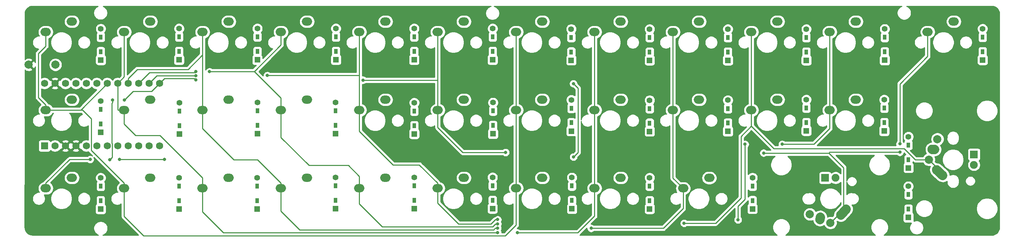
<source format=gtl>
G04 #@! TF.GenerationSoftware,KiCad,Pcbnew,(5.1.5-0-10_14)*
G04 #@! TF.CreationDate,2019-12-29T16:50:37+09:00*
G04 #@! TF.ProjectId,First_keyboard30,46697273-745f-46b6-9579-626f61726433,rev?*
G04 #@! TF.SameCoordinates,Original*
G04 #@! TF.FileFunction,Copper,L1,Top*
G04 #@! TF.FilePolarity,Positive*
%FSLAX46Y46*%
G04 Gerber Fmt 4.6, Leading zero omitted, Abs format (unit mm)*
G04 Created by KiCad (PCBNEW (5.1.5-0-10_14)) date 2019-12-29 16:50:37*
%MOMM*%
%LPD*%
G04 APERTURE LIST*
%ADD10O,2.500000X2.000000*%
%ADD11R,0.950000X1.300000*%
%ADD12R,1.397000X1.397000*%
%ADD13C,1.397000*%
%ADD14C,2.000000*%
%ADD15C,2.250000*%
%ADD16C,2.250000*%
%ADD17C,1.905000*%
%ADD18R,1.905000X1.905000*%
%ADD19R,1.752600X1.752600*%
%ADD20C,1.752600*%
%ADD21C,0.800000*%
%ADD22C,0.250000*%
%ADD23C,0.254000*%
G04 APERTURE END LIST*
D10*
X33770000Y-128090000D03*
X40120000Y-125550000D03*
X116320000Y-87450000D03*
X109970000Y-89990000D03*
D11*
X123300000Y-112815000D03*
D12*
X123300000Y-114850000D03*
D13*
X123300000Y-107230000D03*
D11*
X123300000Y-109265000D03*
X180510000Y-94865000D03*
D12*
X180510000Y-96900000D03*
D13*
X180510000Y-89280000D03*
D11*
X180510000Y-91315000D03*
D10*
X248070000Y-89970000D03*
X254420000Y-87430000D03*
D11*
X47140000Y-94775000D03*
D12*
X47140000Y-96810000D03*
D13*
X47140000Y-89190000D03*
D11*
X47140000Y-91225000D03*
X66150000Y-91175000D03*
D13*
X66150000Y-89140000D03*
D12*
X66150000Y-96760000D03*
D11*
X66150000Y-94725000D03*
X85180000Y-94725000D03*
D12*
X85180000Y-96760000D03*
D13*
X85180000Y-89140000D03*
D11*
X85180000Y-91175000D03*
X104270000Y-91165000D03*
D13*
X104270000Y-89130000D03*
D12*
X104270000Y-96750000D03*
D11*
X104270000Y-94715000D03*
X123280000Y-91165000D03*
D13*
X123280000Y-89130000D03*
D12*
X123280000Y-96750000D03*
D11*
X123280000Y-94715000D03*
X142350000Y-94725000D03*
D12*
X142350000Y-96760000D03*
D13*
X142350000Y-89140000D03*
D11*
X142350000Y-91175000D03*
X161460000Y-94855000D03*
D12*
X161460000Y-96890000D03*
D13*
X161460000Y-89270000D03*
D11*
X161460000Y-91305000D03*
X199520000Y-91315000D03*
D13*
X199520000Y-89280000D03*
D12*
X199520000Y-96900000D03*
D11*
X199520000Y-94865000D03*
X218590000Y-94865000D03*
D12*
X218590000Y-96900000D03*
D13*
X218590000Y-89280000D03*
D11*
X218590000Y-91315000D03*
X237640000Y-91285000D03*
D13*
X237640000Y-89250000D03*
D12*
X237640000Y-96870000D03*
D11*
X237640000Y-94835000D03*
X261420000Y-94785000D03*
D12*
X261420000Y-96820000D03*
D13*
X261420000Y-89200000D03*
D11*
X261420000Y-91235000D03*
X47120000Y-108875000D03*
D13*
X47120000Y-106840000D03*
D12*
X47120000Y-114460000D03*
D11*
X47120000Y-112425000D03*
X66240000Y-109285000D03*
D13*
X66240000Y-107250000D03*
D12*
X66240000Y-114870000D03*
D11*
X66240000Y-112835000D03*
X85230000Y-112785000D03*
D12*
X85230000Y-114820000D03*
D13*
X85230000Y-107200000D03*
D11*
X85230000Y-109235000D03*
X104200000Y-109235000D03*
D13*
X104200000Y-107200000D03*
D12*
X104200000Y-114820000D03*
D11*
X104200000Y-112785000D03*
X142440000Y-109225000D03*
D13*
X142440000Y-107190000D03*
D12*
X142440000Y-114810000D03*
D11*
X142440000Y-112775000D03*
X161480000Y-112115000D03*
D12*
X161480000Y-114150000D03*
D13*
X161480000Y-106530000D03*
D11*
X161480000Y-108565000D03*
X180510000Y-108665000D03*
D13*
X180510000Y-106630000D03*
D12*
X180510000Y-114250000D03*
D11*
X180510000Y-112215000D03*
X199520000Y-112195000D03*
D12*
X199520000Y-114230000D03*
D13*
X199520000Y-106610000D03*
D11*
X199520000Y-108645000D03*
X218590000Y-108505000D03*
D13*
X218590000Y-106470000D03*
D12*
X218590000Y-114090000D03*
D11*
X218590000Y-112055000D03*
X237510000Y-112075000D03*
D12*
X237510000Y-114110000D03*
D13*
X237510000Y-106490000D03*
D11*
X237510000Y-108525000D03*
X47110000Y-127575000D03*
D13*
X47110000Y-125540000D03*
D12*
X47110000Y-133160000D03*
D11*
X47110000Y-131125000D03*
X66160000Y-131135000D03*
D12*
X66160000Y-133170000D03*
D13*
X66160000Y-125550000D03*
D11*
X66160000Y-127585000D03*
X85170000Y-131155000D03*
D12*
X85170000Y-133190000D03*
D13*
X85170000Y-125570000D03*
D11*
X85170000Y-127605000D03*
X104210000Y-127465000D03*
D13*
X104210000Y-125430000D03*
D12*
X104210000Y-133050000D03*
D11*
X104210000Y-131015000D03*
X123310000Y-131005000D03*
D12*
X123310000Y-133040000D03*
D13*
X123310000Y-125420000D03*
D11*
X123310000Y-127455000D03*
X142330000Y-127465000D03*
D13*
X142330000Y-125430000D03*
D12*
X142330000Y-133050000D03*
D11*
X142330000Y-131015000D03*
X243390000Y-133185000D03*
D12*
X243390000Y-135220000D03*
D13*
X243390000Y-127600000D03*
D11*
X243390000Y-129635000D03*
X161620000Y-127515000D03*
D13*
X161620000Y-125480000D03*
D12*
X161620000Y-133100000D03*
D11*
X161620000Y-131065000D03*
X180510000Y-127555000D03*
D13*
X180510000Y-125520000D03*
D12*
X180510000Y-133140000D03*
D11*
X180510000Y-131105000D03*
X205500000Y-131095000D03*
D12*
X205500000Y-133130000D03*
D13*
X205500000Y-125510000D03*
D11*
X205500000Y-127545000D03*
X243400000Y-117545000D03*
D13*
X243400000Y-115510000D03*
D12*
X243400000Y-123130000D03*
D11*
X243400000Y-121095000D03*
D14*
X36120000Y-97960000D03*
X29620000Y-97960000D03*
D10*
X33770000Y-89990000D03*
X40120000Y-87450000D03*
X59170000Y-87450000D03*
X52820000Y-89990000D03*
X71870000Y-89990000D03*
X78220000Y-87450000D03*
X90920000Y-89990000D03*
X97270000Y-87450000D03*
X135370000Y-87450000D03*
X129020000Y-89990000D03*
X154420000Y-87450000D03*
X148070000Y-89990000D03*
X167120000Y-89990000D03*
X173470000Y-87450000D03*
X186170000Y-89990000D03*
X192520000Y-87450000D03*
X211570000Y-87450000D03*
X205220000Y-89990000D03*
X230620000Y-87450000D03*
X224270000Y-89990000D03*
X40120000Y-106500000D03*
X33770000Y-109040000D03*
X59170000Y-106500000D03*
X52820000Y-109040000D03*
X71870000Y-109040000D03*
X78220000Y-106500000D03*
X90920000Y-109040000D03*
X97270000Y-106500000D03*
X109970000Y-109040000D03*
X116320000Y-106500000D03*
X135370000Y-106500000D03*
X129020000Y-109040000D03*
X154420000Y-106500000D03*
X148070000Y-109040000D03*
X173470000Y-106500000D03*
X167120000Y-109040000D03*
X192520000Y-106500000D03*
X186170000Y-109040000D03*
X205220000Y-109040000D03*
X211570000Y-106500000D03*
X224270000Y-109040000D03*
X230620000Y-106500000D03*
X59170000Y-125550000D03*
X52820000Y-128090000D03*
X71870000Y-128090000D03*
X78220000Y-125550000D03*
X90920000Y-128090000D03*
X97270000Y-125550000D03*
X109970000Y-128090000D03*
X116320000Y-125550000D03*
X129020000Y-128090000D03*
X135370000Y-125550000D03*
D15*
X221940000Y-135130000D02*
X221900458Y-135710032D01*
D16*
X221900000Y-135710000D03*
D15*
X228250000Y-133170000D02*
X226940010Y-134630008D01*
D16*
X226940000Y-134630000D03*
D14*
X219440000Y-134430000D03*
X224440000Y-136530000D03*
D17*
X225710000Y-125550000D03*
D18*
X223170000Y-125550000D03*
D10*
X154420000Y-125550000D03*
X148070000Y-128090000D03*
X173470000Y-125550000D03*
X167120000Y-128090000D03*
X194990000Y-125560000D03*
X188640000Y-128100000D03*
D18*
X259320000Y-119840000D03*
D17*
X259320000Y-122380000D03*
D14*
X248340000Y-121110000D03*
X250440000Y-116110000D03*
D16*
X250240000Y-123610000D03*
D15*
X251700000Y-124920000D02*
X250239992Y-123610010D01*
D16*
X249160000Y-118570000D03*
D15*
X249740000Y-118610000D02*
X249159968Y-118570458D01*
D19*
X33460000Y-117760000D03*
D20*
X36000000Y-117760000D03*
X38540000Y-117760000D03*
X41080000Y-117760000D03*
X43620000Y-117760000D03*
X46160000Y-117760000D03*
X48700000Y-117760000D03*
X51240000Y-117760000D03*
X53780000Y-117760000D03*
X56320000Y-117760000D03*
X58860000Y-117760000D03*
X61400000Y-102520000D03*
X58860000Y-102520000D03*
X56320000Y-102520000D03*
X53780000Y-102520000D03*
X51240000Y-102520000D03*
X48700000Y-102520000D03*
X46160000Y-102520000D03*
X43620000Y-102520000D03*
X41080000Y-102520000D03*
X38540000Y-102520000D03*
X36000000Y-102520000D03*
X61400000Y-117760000D03*
X33460000Y-102520000D03*
D21*
X162009520Y-120449680D03*
X161984120Y-102568080D03*
X51651600Y-121069440D03*
X62634560Y-121044040D03*
X143558960Y-138930720D03*
X148339240Y-138940880D03*
X143564040Y-137833440D03*
X166302120Y-137843600D03*
X188877640Y-136624400D03*
X143579280Y-136781880D03*
X73571800Y-99652160D03*
X70206752Y-99629478D03*
X203690920Y-117361040D03*
X212713000Y-117350880D03*
X201994200Y-135776040D03*
X143584360Y-135735400D03*
X70219000Y-100632600D03*
X87607840Y-100586880D03*
X241303240Y-119306680D03*
X241303240Y-117269600D03*
X208196880Y-119489560D03*
X145479200Y-119347320D03*
X44539600Y-121064360D03*
X49304640Y-121115160D03*
X50031080Y-106560960D03*
X52835240Y-106555880D03*
X70244400Y-101679080D03*
X110864080Y-101704480D03*
D22*
X162409519Y-120049681D02*
X162009520Y-120449680D01*
X163091560Y-119367640D02*
X162409519Y-120049681D01*
X163091560Y-103675520D02*
X163091560Y-119367640D01*
X161984120Y-102568080D02*
X163091560Y-103675520D01*
X62609160Y-121069440D02*
X62634560Y-121044040D01*
X51651600Y-121069440D02*
X62609160Y-121069440D01*
X31936120Y-105956120D02*
X31936120Y-95252880D01*
X33770000Y-91240000D02*
X33770000Y-89990000D01*
X33770000Y-93419000D02*
X33770000Y-91240000D01*
X33770000Y-109040000D02*
X33770000Y-107790000D01*
X31936120Y-95252880D02*
X33770000Y-93419000D01*
X33770000Y-107790000D02*
X31936120Y-105956120D01*
X33770000Y-109040000D02*
X42180000Y-109040000D01*
X42180000Y-109040000D02*
X42314560Y-108994280D01*
X42314560Y-108994280D02*
X48700000Y-102520000D01*
X44821301Y-111130181D02*
X42685400Y-108994280D01*
X42685400Y-108994280D02*
X42314560Y-108994280D01*
X44821301Y-118841301D02*
X44821301Y-111130181D01*
X52820000Y-126840000D02*
X44821301Y-118841301D01*
X52820000Y-128090000D02*
X52820000Y-126840000D01*
X148070000Y-126840000D02*
X148070000Y-109040000D01*
X148070000Y-128090000D02*
X148070000Y-126840000D01*
X148070000Y-109040000D02*
X148070000Y-89990000D01*
X52820000Y-128090000D02*
X52820000Y-134968320D01*
X148070000Y-137051120D02*
X148070000Y-129340000D01*
X57519000Y-139667320D02*
X145453800Y-139667320D01*
X148070000Y-129340000D02*
X148070000Y-128090000D01*
X52820000Y-134968320D02*
X57519000Y-139667320D01*
X145453800Y-139667320D02*
X148070000Y-137051120D01*
X52820000Y-100940000D02*
X52820000Y-89990000D01*
X51240000Y-102520000D02*
X52820000Y-100940000D01*
X51320000Y-109040000D02*
X52820000Y-109040000D01*
X51240000Y-108960000D02*
X51320000Y-109040000D01*
X51240000Y-102520000D02*
X51240000Y-108960000D01*
X71870000Y-126840000D02*
X71870000Y-128090000D01*
X55553040Y-115181720D02*
X61542360Y-115181720D01*
X71870000Y-125509360D02*
X71870000Y-126840000D01*
X61542360Y-115181720D02*
X71870000Y-125509360D01*
X52820000Y-112448680D02*
X55553040Y-115181720D01*
X52820000Y-109040000D02*
X52820000Y-112448680D01*
X167120000Y-134887040D02*
X167120000Y-129340000D01*
X148344320Y-138945960D02*
X163061080Y-138945960D01*
X167120000Y-129340000D02*
X167120000Y-128090000D01*
X163061080Y-138945960D02*
X167120000Y-134887040D01*
X148339240Y-138940880D02*
X148344320Y-138945960D01*
X142993275Y-138930720D02*
X143558960Y-138930720D01*
X71870000Y-133850720D02*
X76950000Y-138930720D01*
X76950000Y-138930720D02*
X142993275Y-138930720D01*
X71870000Y-128090000D02*
X71870000Y-133850720D01*
X167120000Y-126840000D02*
X167120000Y-109040000D01*
X167120000Y-128090000D02*
X167120000Y-126840000D01*
X167120000Y-91240000D02*
X167120000Y-109040000D01*
X167120000Y-89990000D02*
X167120000Y-91240000D01*
X71870000Y-95578000D02*
X71870000Y-91240000D01*
X71870000Y-91240000D02*
X71870000Y-89990000D01*
X71870000Y-95578000D02*
X71870000Y-109040000D01*
X90920000Y-126840000D02*
X90920000Y-128090000D01*
X85179920Y-121099920D02*
X90920000Y-126840000D01*
X79484920Y-121099920D02*
X85179920Y-121099920D01*
X71870000Y-113485000D02*
X79484920Y-121099920D01*
X71870000Y-109040000D02*
X71870000Y-113485000D01*
X142998355Y-137833440D02*
X143564040Y-137833440D01*
X142637675Y-138194120D02*
X142998355Y-137833440D01*
X95492000Y-138194120D02*
X142637675Y-138194120D01*
X90920000Y-133622120D02*
X95492000Y-138194120D01*
X90920000Y-128090000D02*
X90920000Y-133622120D01*
X188640000Y-133001240D02*
X188640000Y-129350000D01*
X188640000Y-129350000D02*
X188640000Y-128100000D01*
X166317360Y-137828360D02*
X183812880Y-137828360D01*
X183812880Y-137828360D02*
X188640000Y-133001240D01*
X166302120Y-137843600D02*
X166317360Y-137828360D01*
X186170000Y-110290000D02*
X186170000Y-109040000D01*
X186170000Y-125630000D02*
X186170000Y-110290000D01*
X188640000Y-128100000D02*
X186170000Y-125630000D01*
X186170000Y-107790000D02*
X186170000Y-89990000D01*
X186170000Y-109040000D02*
X186170000Y-107790000D01*
X68359720Y-99088280D02*
X71870000Y-95578000D01*
X55972445Y-99088280D02*
X68359720Y-99088280D01*
X53780000Y-101280725D02*
X55972445Y-99088280D01*
X53780000Y-102520000D02*
X53780000Y-101280725D01*
X109970000Y-125163920D02*
X109970000Y-128090000D01*
X107328400Y-122522320D02*
X109970000Y-125163920D01*
X97711960Y-122522320D02*
X107328400Y-122522320D01*
X90920000Y-115730360D02*
X97711960Y-122522320D01*
X90920000Y-109040000D02*
X90920000Y-115730360D01*
X205220000Y-112936360D02*
X205220000Y-110290000D01*
X196512880Y-136624400D02*
X202710480Y-130426800D01*
X202710480Y-115445880D02*
X205220000Y-112936360D01*
X202710480Y-130426800D02*
X202710480Y-115445880D01*
X205220000Y-110290000D02*
X205220000Y-109040000D01*
X188877640Y-136624400D02*
X196512880Y-136624400D01*
X205220000Y-107790000D02*
X205220000Y-89990000D01*
X205220000Y-109040000D02*
X205220000Y-107790000D01*
X251700000Y-124470000D02*
X248340000Y-121110000D01*
X251700000Y-124920000D02*
X251700000Y-124470000D01*
X143013595Y-136781880D02*
X143579280Y-136781880D01*
X142343035Y-137452440D02*
X143013595Y-136781880D01*
X109970000Y-131859360D02*
X115563080Y-137452440D01*
X115563080Y-137452440D02*
X142343035Y-137452440D01*
X109970000Y-128090000D02*
X109970000Y-131859360D01*
X90920000Y-93114200D02*
X84445540Y-99588660D01*
X90920000Y-89990000D02*
X90920000Y-93114200D01*
X84382040Y-99652160D02*
X84445540Y-99588660D01*
X73571800Y-99652160D02*
X84382040Y-99652160D01*
X84445540Y-99588660D02*
X90920000Y-106063120D01*
X90920000Y-106063120D02*
X90920000Y-109040000D01*
X69985950Y-99850280D02*
X70206752Y-99629478D01*
X58989720Y-99850280D02*
X69985950Y-99850280D01*
X56320000Y-102520000D02*
X58989720Y-99850280D01*
X242329400Y-118402440D02*
X210686080Y-118402440D01*
X210686080Y-118402440D02*
X205220000Y-112936360D01*
X245036960Y-121110000D02*
X242329400Y-118402440D01*
X248340000Y-121110000D02*
X245036960Y-121110000D01*
X224270000Y-91240000D02*
X224270000Y-109040000D01*
X224270000Y-89990000D02*
X224270000Y-91240000D01*
X87607840Y-100586880D02*
X102766880Y-100586880D01*
X109970000Y-100586880D02*
X102766880Y-100586880D01*
X109970000Y-89990000D02*
X109970000Y-100586880D01*
X109970000Y-100586880D02*
X109970000Y-109040000D01*
X143018675Y-135735400D02*
X143584360Y-135735400D01*
X141941715Y-136812360D02*
X143018675Y-135735400D01*
X134110160Y-136812360D02*
X141941715Y-136812360D01*
X129020000Y-131722200D02*
X134110160Y-136812360D01*
X129020000Y-128090000D02*
X129020000Y-131722200D01*
X124544840Y-122364840D02*
X129020000Y-126840000D01*
X118164040Y-122364840D02*
X124544840Y-122364840D01*
X109970000Y-114170800D02*
X118164040Y-122364840D01*
X129020000Y-126840000D02*
X129020000Y-128090000D01*
X109970000Y-109040000D02*
X109970000Y-114170800D01*
X203690920Y-117926725D02*
X203690920Y-117361040D01*
X201994200Y-132479120D02*
X203690920Y-130782400D01*
X203690920Y-130782400D02*
X203690920Y-117926725D01*
X201994200Y-135776040D02*
X201994200Y-132479120D01*
X224270000Y-113510400D02*
X224270000Y-110290000D01*
X220424440Y-117355960D02*
X224270000Y-113510400D01*
X212718080Y-117355960D02*
X220424440Y-117355960D01*
X224270000Y-110290000D02*
X224270000Y-109040000D01*
X212713000Y-117350880D02*
X212718080Y-117355960D01*
X60722000Y-100658000D02*
X70193600Y-100658000D01*
X70193600Y-100658000D02*
X70219000Y-100632600D01*
X58860000Y-102520000D02*
X60722000Y-100658000D01*
X228250000Y-133320000D02*
X226940000Y-134630000D01*
X228250000Y-133170000D02*
X228250000Y-133320000D01*
X227800000Y-133170000D02*
X224440000Y-136530000D01*
X228250000Y-133170000D02*
X227800000Y-133170000D01*
X129020000Y-101704480D02*
X129020000Y-109040000D01*
X110864080Y-101704480D02*
X129020000Y-101704480D01*
X129020000Y-91240000D02*
X129020000Y-101704480D01*
X129020000Y-89990000D02*
X129020000Y-91240000D01*
X69888800Y-101323480D02*
X70244400Y-101679080D01*
X62596520Y-101323480D02*
X69888800Y-101323480D01*
X61400000Y-102520000D02*
X62596520Y-101323480D01*
X59507880Y-104412120D02*
X61400000Y-102520000D01*
X54979000Y-104412120D02*
X59507880Y-104412120D01*
X52835240Y-106555880D02*
X54979000Y-104412120D01*
X49901301Y-120518499D02*
X49704639Y-120715161D01*
X49901301Y-117170301D02*
X49901301Y-120518499D01*
X49854999Y-117123999D02*
X49901301Y-117170301D01*
X49704639Y-120715161D02*
X49304640Y-121115160D01*
X49854999Y-107302726D02*
X49854999Y-117123999D01*
X50031080Y-107126645D02*
X49854999Y-107302726D01*
X50031080Y-106560960D02*
X50031080Y-107126645D01*
X33770000Y-126840000D02*
X33770000Y-128090000D01*
X39545640Y-121064360D02*
X33770000Y-126840000D01*
X44539600Y-121064360D02*
X39545640Y-121064360D01*
X227668520Y-132588520D02*
X228250000Y-133170000D01*
X224088562Y-119489560D02*
X227668520Y-123069518D01*
X227668520Y-123069518D02*
X227668520Y-132588520D01*
X208196880Y-119489560D02*
X224088562Y-119489560D01*
X224271442Y-119306680D02*
X241303240Y-119306680D01*
X224088562Y-119489560D02*
X224271442Y-119306680D01*
X248070000Y-95897840D02*
X248070000Y-91220000D01*
X248070000Y-91220000D02*
X248070000Y-89970000D01*
X241303240Y-102664600D02*
X248070000Y-95897840D01*
X241303240Y-117269600D02*
X241303240Y-102664600D01*
X135070280Y-119347320D02*
X144913515Y-119347320D01*
X129020000Y-113297040D02*
X135070280Y-119347320D01*
X144913515Y-119347320D02*
X145479200Y-119347320D01*
X129020000Y-109040000D02*
X129020000Y-113297040D01*
D23*
G36*
X263969422Y-83717927D02*
G01*
X264319632Y-83825283D01*
X264642319Y-83998616D01*
X264925193Y-84231325D01*
X265157480Y-84514547D01*
X265330332Y-84837494D01*
X265437164Y-85187860D01*
X265477083Y-85583800D01*
X265482158Y-137609066D01*
X265441713Y-138004298D01*
X265334357Y-138354509D01*
X265161023Y-138677198D01*
X264928312Y-138960072D01*
X264645093Y-139192357D01*
X264322148Y-139365208D01*
X263971780Y-139472040D01*
X263575871Y-139511957D01*
X237426710Y-139510882D01*
X237754282Y-139292004D01*
X238055004Y-138991282D01*
X238291281Y-138637670D01*
X238454030Y-138244757D01*
X238537000Y-137827643D01*
X238537000Y-137402357D01*
X238454030Y-136985243D01*
X238291281Y-136592330D01*
X238055004Y-136238718D01*
X237754282Y-135937996D01*
X237400670Y-135701719D01*
X237007757Y-135538970D01*
X236590643Y-135456000D01*
X236165357Y-135456000D01*
X235748243Y-135538970D01*
X235355330Y-135701719D01*
X235001718Y-135937996D01*
X234700996Y-136238718D01*
X234464719Y-136592330D01*
X234301970Y-136985243D01*
X234219000Y-137402357D01*
X234219000Y-137827643D01*
X234301970Y-138244757D01*
X234464719Y-138637670D01*
X234700996Y-138991282D01*
X235001718Y-139292004D01*
X235329161Y-139510795D01*
X213552179Y-139509900D01*
X213878282Y-139292004D01*
X214179004Y-138991282D01*
X214415281Y-138637670D01*
X214578030Y-138244757D01*
X214661000Y-137827643D01*
X214661000Y-137402357D01*
X214578030Y-136985243D01*
X214415281Y-136592330D01*
X214179004Y-136238718D01*
X213878282Y-135937996D01*
X213524670Y-135701719D01*
X213131757Y-135538970D01*
X212714643Y-135456000D01*
X212289357Y-135456000D01*
X211872243Y-135538970D01*
X211479330Y-135701719D01*
X211125718Y-135937996D01*
X210824996Y-136238718D01*
X210588719Y-136592330D01*
X210425970Y-136985243D01*
X210343000Y-137402357D01*
X210343000Y-137827643D01*
X210425970Y-138244757D01*
X210588719Y-138637670D01*
X210824996Y-138991282D01*
X211125718Y-139292004D01*
X211451692Y-139509814D01*
X163574415Y-139507845D01*
X163601081Y-139485961D01*
X163624884Y-139456957D01*
X165267120Y-137814721D01*
X165267120Y-137945539D01*
X165306894Y-138145498D01*
X165384915Y-138333856D01*
X165498183Y-138503374D01*
X165642346Y-138647537D01*
X165811864Y-138760805D01*
X166000222Y-138838826D01*
X166200181Y-138878600D01*
X166404059Y-138878600D01*
X166604018Y-138838826D01*
X166792376Y-138760805D01*
X166961894Y-138647537D01*
X167021071Y-138588360D01*
X183775558Y-138588360D01*
X183812880Y-138592036D01*
X183850202Y-138588360D01*
X183850213Y-138588360D01*
X183961866Y-138577363D01*
X184105127Y-138533906D01*
X184237156Y-138463334D01*
X184352881Y-138368361D01*
X184376684Y-138339357D01*
X186193580Y-136522461D01*
X187842640Y-136522461D01*
X187842640Y-136726339D01*
X187882414Y-136926298D01*
X187960435Y-137114656D01*
X188073703Y-137284174D01*
X188217866Y-137428337D01*
X188387384Y-137541605D01*
X188575742Y-137619626D01*
X188775701Y-137659400D01*
X188979579Y-137659400D01*
X189179538Y-137619626D01*
X189367896Y-137541605D01*
X189537414Y-137428337D01*
X189581351Y-137384400D01*
X196475558Y-137384400D01*
X196512880Y-137388076D01*
X196550202Y-137384400D01*
X196550213Y-137384400D01*
X196661866Y-137373403D01*
X196805127Y-137329946D01*
X196937156Y-137259374D01*
X197052881Y-137164401D01*
X197076684Y-137135397D01*
X201234201Y-132977881D01*
X201234200Y-135072329D01*
X201190263Y-135116266D01*
X201076995Y-135285784D01*
X200998974Y-135474142D01*
X200959200Y-135674101D01*
X200959200Y-135877979D01*
X200998974Y-136077938D01*
X201076995Y-136266296D01*
X201190263Y-136435814D01*
X201334426Y-136579977D01*
X201503944Y-136693245D01*
X201692302Y-136771266D01*
X201892261Y-136811040D01*
X202096139Y-136811040D01*
X202296098Y-136771266D01*
X202484456Y-136693245D01*
X202653974Y-136579977D01*
X202798137Y-136435814D01*
X202911405Y-136266296D01*
X202989426Y-136077938D01*
X203029200Y-135877979D01*
X203029200Y-135674101D01*
X202989426Y-135474142D01*
X202911405Y-135285784D01*
X202798137Y-135116266D01*
X202754200Y-135072329D01*
X202754200Y-132793921D01*
X204201929Y-131346194D01*
X204230921Y-131322401D01*
X204254715Y-131293408D01*
X204254719Y-131293404D01*
X204325893Y-131206677D01*
X204325894Y-131206676D01*
X204386928Y-131092491D01*
X204386928Y-131745000D01*
X204399188Y-131869482D01*
X204416366Y-131926109D01*
X204350315Y-131980315D01*
X204270963Y-132077006D01*
X204211998Y-132187320D01*
X204175688Y-132307018D01*
X204163428Y-132431500D01*
X204163428Y-133828500D01*
X204175688Y-133952982D01*
X204211998Y-134072680D01*
X204270963Y-134182994D01*
X204350315Y-134279685D01*
X204447006Y-134359037D01*
X204557320Y-134418002D01*
X204677018Y-134454312D01*
X204801500Y-134466572D01*
X206198500Y-134466572D01*
X206322982Y-134454312D01*
X206442680Y-134418002D01*
X206552994Y-134359037D01*
X206649685Y-134279685D01*
X206729037Y-134182994D01*
X206788002Y-134072680D01*
X206824312Y-133952982D01*
X206836572Y-133828500D01*
X206836572Y-132431500D01*
X206824312Y-132307018D01*
X206788002Y-132187320D01*
X206729037Y-132077006D01*
X206649685Y-131980315D01*
X206583634Y-131926109D01*
X206600812Y-131869482D01*
X206613072Y-131745000D01*
X206613072Y-130483740D01*
X217455000Y-130483740D01*
X217455000Y-130776260D01*
X217512068Y-131063158D01*
X217624010Y-131333411D01*
X217786525Y-131576632D01*
X217993368Y-131783475D01*
X218236589Y-131945990D01*
X218506842Y-132057932D01*
X218793740Y-132115000D01*
X219085596Y-132115000D01*
X219211278Y-132140000D01*
X219508722Y-132140000D01*
X219800451Y-132081971D01*
X220075253Y-131968144D01*
X220322569Y-131802893D01*
X220532893Y-131592569D01*
X220698144Y-131345253D01*
X220811971Y-131070451D01*
X220870000Y-130778722D01*
X220870000Y-130481278D01*
X220811971Y-130189549D01*
X220698144Y-129914747D01*
X220532893Y-129667431D01*
X220322569Y-129457107D01*
X220075253Y-129291856D01*
X219800451Y-129178029D01*
X219508722Y-129120000D01*
X219211278Y-129120000D01*
X219085596Y-129145000D01*
X218793740Y-129145000D01*
X218506842Y-129202068D01*
X218236589Y-129314010D01*
X217993368Y-129476525D01*
X217786525Y-129683368D01*
X217624010Y-129926589D01*
X217512068Y-130196842D01*
X217455000Y-130483740D01*
X206613072Y-130483740D01*
X206613072Y-130445000D01*
X206600812Y-130320518D01*
X206564502Y-130200820D01*
X206505537Y-130090506D01*
X206426185Y-129993815D01*
X206329494Y-129914463D01*
X206219180Y-129855498D01*
X206099482Y-129819188D01*
X205975000Y-129806928D01*
X205025000Y-129806928D01*
X204900518Y-129819188D01*
X204780820Y-129855498D01*
X204670506Y-129914463D01*
X204573815Y-129993815D01*
X204494463Y-130090506D01*
X204450920Y-130171968D01*
X204450920Y-128468032D01*
X204494463Y-128549494D01*
X204573815Y-128646185D01*
X204670506Y-128725537D01*
X204780820Y-128784502D01*
X204900518Y-128820812D01*
X205025000Y-128833072D01*
X205975000Y-128833072D01*
X206099482Y-128820812D01*
X206219180Y-128784502D01*
X206329494Y-128725537D01*
X206426185Y-128646185D01*
X206505537Y-128549494D01*
X206564502Y-128439180D01*
X206600812Y-128319482D01*
X206613072Y-128195000D01*
X206613072Y-126895000D01*
X206600812Y-126770518D01*
X206564502Y-126650820D01*
X206505537Y-126540506D01*
X206437839Y-126458015D01*
X206535797Y-126360057D01*
X206681732Y-126141649D01*
X206782254Y-125898968D01*
X206833500Y-125641338D01*
X206833500Y-125378662D01*
X206782254Y-125121032D01*
X206681732Y-124878351D01*
X206535797Y-124659943D01*
X206350057Y-124474203D01*
X206131649Y-124328268D01*
X205888968Y-124227746D01*
X205631338Y-124176500D01*
X205368662Y-124176500D01*
X205111032Y-124227746D01*
X204868351Y-124328268D01*
X204649943Y-124474203D01*
X204464203Y-124659943D01*
X204450920Y-124679822D01*
X204450920Y-118064751D01*
X204494857Y-118020814D01*
X204608125Y-117851296D01*
X204686146Y-117662938D01*
X204725920Y-117462979D01*
X204725920Y-117259101D01*
X204686146Y-117059142D01*
X204608125Y-116870784D01*
X204494857Y-116701266D01*
X204350694Y-116557103D01*
X204181176Y-116443835D01*
X203992818Y-116365814D01*
X203792859Y-116326040D01*
X203588981Y-116326040D01*
X203470480Y-116349611D01*
X203470480Y-115760681D01*
X205220000Y-114011161D01*
X209938397Y-118729560D01*
X208900591Y-118729560D01*
X208856654Y-118685623D01*
X208687136Y-118572355D01*
X208498778Y-118494334D01*
X208298819Y-118454560D01*
X208094941Y-118454560D01*
X207894982Y-118494334D01*
X207706624Y-118572355D01*
X207537106Y-118685623D01*
X207392943Y-118829786D01*
X207279675Y-118999304D01*
X207201654Y-119187662D01*
X207161880Y-119387621D01*
X207161880Y-119591499D01*
X207201654Y-119791458D01*
X207279675Y-119979816D01*
X207392943Y-120149334D01*
X207537106Y-120293497D01*
X207706624Y-120406765D01*
X207894982Y-120484786D01*
X208094941Y-120524560D01*
X208298819Y-120524560D01*
X208498778Y-120484786D01*
X208687136Y-120406765D01*
X208856654Y-120293497D01*
X208900591Y-120249560D01*
X210951051Y-120249560D01*
X210826174Y-120333000D01*
X210460000Y-120699174D01*
X210172299Y-121129749D01*
X209974127Y-121608178D01*
X209873100Y-122116076D01*
X209873100Y-122633924D01*
X209974127Y-123141822D01*
X210172299Y-123620251D01*
X210460000Y-124050826D01*
X210826174Y-124417000D01*
X211256749Y-124704701D01*
X211735178Y-124902873D01*
X212243076Y-125003900D01*
X212760924Y-125003900D01*
X213268822Y-124902873D01*
X213747251Y-124704701D01*
X214177826Y-124417000D01*
X214544000Y-124050826D01*
X214831701Y-123620251D01*
X215029873Y-123141822D01*
X215130900Y-122633924D01*
X215130900Y-122116076D01*
X215029873Y-121608178D01*
X214831701Y-121129749D01*
X214544000Y-120699174D01*
X214177826Y-120333000D01*
X214052949Y-120249560D01*
X223773761Y-120249560D01*
X226908520Y-123384320D01*
X226908520Y-124503456D01*
X226721972Y-124316908D01*
X226461963Y-124143176D01*
X226173057Y-124023507D01*
X225866355Y-123962500D01*
X225553645Y-123962500D01*
X225246943Y-124023507D01*
X224958037Y-124143176D01*
X224698028Y-124316908D01*
X224694451Y-124320485D01*
X224653037Y-124243006D01*
X224573685Y-124146315D01*
X224476994Y-124066963D01*
X224366680Y-124007998D01*
X224246982Y-123971688D01*
X224122500Y-123959428D01*
X222217500Y-123959428D01*
X222093018Y-123971688D01*
X221973320Y-124007998D01*
X221863006Y-124066963D01*
X221766315Y-124146315D01*
X221686963Y-124243006D01*
X221627998Y-124353320D01*
X221591688Y-124473018D01*
X221579428Y-124597500D01*
X221579428Y-126502500D01*
X221591688Y-126626982D01*
X221627998Y-126746680D01*
X221686963Y-126856994D01*
X221766315Y-126953685D01*
X221863006Y-127033037D01*
X221973320Y-127092002D01*
X222093018Y-127128312D01*
X222217500Y-127140572D01*
X224122500Y-127140572D01*
X224246982Y-127128312D01*
X224366680Y-127092002D01*
X224476994Y-127033037D01*
X224573685Y-126953685D01*
X224653037Y-126856994D01*
X224694451Y-126779515D01*
X224698028Y-126783092D01*
X224958037Y-126956824D01*
X225246943Y-127076493D01*
X225553645Y-127137500D01*
X225866355Y-127137500D01*
X226173057Y-127076493D01*
X226461963Y-126956824D01*
X226721972Y-126783092D01*
X226908520Y-126596544D01*
X226908521Y-129719889D01*
X226769701Y-129384749D01*
X226482000Y-128954174D01*
X226115826Y-128588000D01*
X225685251Y-128300299D01*
X225206822Y-128102127D01*
X224698924Y-128001100D01*
X224181076Y-128001100D01*
X223673178Y-128102127D01*
X223194749Y-128300299D01*
X222764174Y-128588000D01*
X222398000Y-128954174D01*
X222110299Y-129384749D01*
X221912127Y-129863178D01*
X221811100Y-130371076D01*
X221811100Y-130888924D01*
X221912127Y-131396822D01*
X222110299Y-131875251D01*
X222398000Y-132305826D01*
X222764174Y-132672000D01*
X223194749Y-132959701D01*
X223673178Y-133157873D01*
X224181076Y-133258900D01*
X224698924Y-133258900D01*
X225206822Y-133157873D01*
X225685251Y-132959701D01*
X226115826Y-132672000D01*
X226482000Y-132305826D01*
X226769701Y-131875251D01*
X226908521Y-131540111D01*
X226908521Y-132029711D01*
X225661991Y-133418993D01*
X225572919Y-133508065D01*
X225497977Y-133620223D01*
X225418562Y-133728433D01*
X225402073Y-133763754D01*
X225380308Y-133796327D01*
X225328693Y-133920938D01*
X225271907Y-134042576D01*
X225262623Y-134080445D01*
X225247636Y-134116627D01*
X225221328Y-134248888D01*
X225189357Y-134379295D01*
X225187639Y-134418251D01*
X225180000Y-134456655D01*
X225180000Y-134591474D01*
X225174292Y-134720907D01*
X224931376Y-134963823D01*
X224916912Y-134957832D01*
X224601033Y-134895000D01*
X224278967Y-134895000D01*
X223963088Y-134957832D01*
X223698907Y-135067260D01*
X223693982Y-134903753D01*
X223616142Y-134565915D01*
X223473887Y-134249755D01*
X223272686Y-133967421D01*
X223020271Y-133729766D01*
X222726341Y-133545920D01*
X222402193Y-133422951D01*
X222060284Y-133365581D01*
X221713752Y-133376018D01*
X221375915Y-133453859D01*
X221059754Y-133596114D01*
X220908849Y-133703654D01*
X220888918Y-133655537D01*
X220709987Y-133387748D01*
X220482252Y-133160013D01*
X220214463Y-132981082D01*
X219916912Y-132857832D01*
X219601033Y-132795000D01*
X219278967Y-132795000D01*
X218963088Y-132857832D01*
X218665537Y-132981082D01*
X218397748Y-133160013D01*
X218170013Y-133387748D01*
X217991082Y-133655537D01*
X217867832Y-133953088D01*
X217805000Y-134268967D01*
X217805000Y-134591033D01*
X217867832Y-134906912D01*
X217991082Y-135204463D01*
X218170013Y-135472252D01*
X218397748Y-135699987D01*
X218665537Y-135878918D01*
X218963088Y-136002168D01*
X219278967Y-136065000D01*
X219601033Y-136065000D01*
X219916912Y-136002168D01*
X220144855Y-135907751D01*
X220145753Y-135912266D01*
X220146476Y-135936280D01*
X220176131Y-136064986D01*
X220207636Y-136223373D01*
X220218877Y-136250512D01*
X220224316Y-136274117D01*
X220278949Y-136395538D01*
X220340308Y-136543673D01*
X220356515Y-136567928D01*
X220366571Y-136590278D01*
X220444757Y-136699992D01*
X220532919Y-136831935D01*
X220553331Y-136852347D01*
X220567772Y-136872611D01*
X220667353Y-136966369D01*
X220778065Y-137077081D01*
X220801749Y-137092906D01*
X220820187Y-137110266D01*
X220938204Y-137184083D01*
X221066327Y-137269692D01*
X221092226Y-137280420D01*
X221114117Y-137294112D01*
X221246831Y-137344459D01*
X221386627Y-137402364D01*
X221413624Y-137407734D01*
X221438265Y-137417082D01*
X221581136Y-137441054D01*
X221726655Y-137470000D01*
X221753647Y-137470000D01*
X221780174Y-137474451D01*
X221927957Y-137470000D01*
X222073345Y-137470000D01*
X222099287Y-137464840D01*
X222126706Y-137464014D01*
X222273661Y-137430154D01*
X222413373Y-137402364D01*
X222437312Y-137392448D01*
X222464543Y-137386174D01*
X222604615Y-137323149D01*
X222733673Y-137269692D01*
X222754805Y-137255572D01*
X222780704Y-137243919D01*
X222907843Y-137153315D01*
X222924002Y-137142518D01*
X222991082Y-137304463D01*
X223170013Y-137572252D01*
X223397748Y-137799987D01*
X223665537Y-137978918D01*
X223963088Y-138102168D01*
X224278967Y-138165000D01*
X224601033Y-138165000D01*
X224916912Y-138102168D01*
X225214463Y-137978918D01*
X225482252Y-137799987D01*
X225709987Y-137572252D01*
X225888918Y-137304463D01*
X226012168Y-137006912D01*
X226075000Y-136691033D01*
X226075000Y-136368967D01*
X226030589Y-136145698D01*
X226038435Y-136151456D01*
X226073839Y-136167984D01*
X226106327Y-136189692D01*
X226230614Y-136241173D01*
X226352578Y-136298111D01*
X226390548Y-136307420D01*
X226426627Y-136322364D01*
X226558509Y-136348597D01*
X226689297Y-136380661D01*
X226728367Y-136382384D01*
X226766655Y-136390000D01*
X226901067Y-136390000D01*
X227035649Y-136395935D01*
X227074321Y-136390000D01*
X227113345Y-136390000D01*
X227245141Y-136363784D01*
X227378326Y-136343344D01*
X227415104Y-136329976D01*
X227453373Y-136322364D01*
X227577492Y-136270952D01*
X227704160Y-136224912D01*
X227737632Y-136204621D01*
X227773673Y-136189692D01*
X227885368Y-136115060D01*
X228000627Y-136045187D01*
X228029499Y-136018754D01*
X228061935Y-135997081D01*
X228156904Y-135902112D01*
X228192262Y-135869741D01*
X228218345Y-135840671D01*
X228307081Y-135751935D01*
X228333677Y-135712132D01*
X229401969Y-134521500D01*
X242053428Y-134521500D01*
X242053428Y-135918500D01*
X242065688Y-136042982D01*
X242101998Y-136162680D01*
X242160963Y-136272994D01*
X242240315Y-136369685D01*
X242337006Y-136449037D01*
X242447320Y-136508002D01*
X242567018Y-136544312D01*
X242691500Y-136556572D01*
X244079767Y-136556572D01*
X244032337Y-136604002D01*
X243842463Y-136888169D01*
X243711675Y-137203919D01*
X243645000Y-137539117D01*
X243645000Y-137880883D01*
X243711675Y-138216081D01*
X243842463Y-138531831D01*
X244032337Y-138815998D01*
X244274002Y-139057663D01*
X244558169Y-139247537D01*
X244873919Y-139378325D01*
X245209117Y-139445000D01*
X245550883Y-139445000D01*
X245886081Y-139378325D01*
X246201831Y-139247537D01*
X246485998Y-139057663D01*
X246727663Y-138815998D01*
X246917537Y-138531831D01*
X247048325Y-138216081D01*
X247115000Y-137880883D01*
X247115000Y-137539117D01*
X247048325Y-137203919D01*
X246917537Y-136888169D01*
X246727663Y-136604002D01*
X246485998Y-136362337D01*
X246201831Y-136172463D01*
X245886081Y-136041675D01*
X245550883Y-135975000D01*
X245209117Y-135975000D01*
X244873919Y-136041675D01*
X244691829Y-136117099D01*
X244714312Y-136042982D01*
X244726572Y-135918500D01*
X244726572Y-134521500D01*
X244714312Y-134397018D01*
X244678002Y-134277320D01*
X244619037Y-134167006D01*
X244539685Y-134070315D01*
X244473634Y-134016109D01*
X244490812Y-133959482D01*
X244503072Y-133835000D01*
X244503072Y-132835357D01*
X245096000Y-132835357D01*
X245096000Y-133260643D01*
X245178970Y-133677757D01*
X245341719Y-134070670D01*
X245577996Y-134424282D01*
X245878718Y-134725004D01*
X246232330Y-134961281D01*
X246625243Y-135124030D01*
X247042357Y-135207000D01*
X247467643Y-135207000D01*
X247884757Y-135124030D01*
X248277670Y-134961281D01*
X248631282Y-134725004D01*
X248932004Y-134424282D01*
X249168281Y-134070670D01*
X249331030Y-133677757D01*
X249414000Y-133260643D01*
X249414000Y-132835357D01*
X249404795Y-132789076D01*
X259866100Y-132789076D01*
X259866100Y-133306924D01*
X259967127Y-133814822D01*
X260165299Y-134293251D01*
X260453000Y-134723826D01*
X260819174Y-135090000D01*
X261249749Y-135377701D01*
X261728178Y-135575873D01*
X262236076Y-135676900D01*
X262753924Y-135676900D01*
X263261822Y-135575873D01*
X263740251Y-135377701D01*
X264170826Y-135090000D01*
X264537000Y-134723826D01*
X264824701Y-134293251D01*
X265022873Y-133814822D01*
X265123900Y-133306924D01*
X265123900Y-132789076D01*
X265022873Y-132281178D01*
X264824701Y-131802749D01*
X264537000Y-131372174D01*
X264170826Y-131006000D01*
X263740251Y-130718299D01*
X263261822Y-130520127D01*
X262753924Y-130419100D01*
X262236076Y-130419100D01*
X261728178Y-130520127D01*
X261249749Y-130718299D01*
X260819174Y-131006000D01*
X260453000Y-131372174D01*
X260165299Y-131802749D01*
X259967127Y-132281178D01*
X259866100Y-132789076D01*
X249404795Y-132789076D01*
X249331030Y-132418243D01*
X249168281Y-132025330D01*
X248932004Y-131671718D01*
X248631282Y-131370996D01*
X248277670Y-131134719D01*
X247884757Y-130971970D01*
X247467643Y-130889000D01*
X247042357Y-130889000D01*
X246625243Y-130971970D01*
X246232330Y-131134719D01*
X245878718Y-131370996D01*
X245577996Y-131671718D01*
X245341719Y-132025330D01*
X245178970Y-132418243D01*
X245096000Y-132835357D01*
X244503072Y-132835357D01*
X244503072Y-132535000D01*
X244490812Y-132410518D01*
X244454502Y-132290820D01*
X244395537Y-132180506D01*
X244316185Y-132083815D01*
X244219494Y-132004463D01*
X244109180Y-131945498D01*
X243989482Y-131909188D01*
X243865000Y-131896928D01*
X242915000Y-131896928D01*
X242790518Y-131909188D01*
X242670820Y-131945498D01*
X242560506Y-132004463D01*
X242463815Y-132083815D01*
X242384463Y-132180506D01*
X242325498Y-132290820D01*
X242289188Y-132410518D01*
X242276928Y-132535000D01*
X242276928Y-133835000D01*
X242289188Y-133959482D01*
X242306366Y-134016109D01*
X242240315Y-134070315D01*
X242160963Y-134167006D01*
X242101998Y-134277320D01*
X242065688Y-134397018D01*
X242053428Y-134521500D01*
X229401969Y-134521500D01*
X229617724Y-134281038D01*
X229771448Y-134071575D01*
X229918103Y-133757433D01*
X230000653Y-133420714D01*
X230015927Y-133074361D01*
X229963336Y-132731684D01*
X229844904Y-132405850D01*
X229682124Y-132137334D01*
X229794404Y-132115000D01*
X230086260Y-132115000D01*
X230373158Y-132057932D01*
X230643411Y-131945990D01*
X230886632Y-131783475D01*
X231093475Y-131576632D01*
X231255990Y-131333411D01*
X231367932Y-131063158D01*
X231425000Y-130776260D01*
X231425000Y-130483740D01*
X231367932Y-130196842D01*
X231255990Y-129926589D01*
X231093475Y-129683368D01*
X230886632Y-129476525D01*
X230643411Y-129314010D01*
X230373158Y-129202068D01*
X230086260Y-129145000D01*
X229794404Y-129145000D01*
X229668722Y-129120000D01*
X229371278Y-129120000D01*
X229079549Y-129178029D01*
X228804747Y-129291856D01*
X228557431Y-129457107D01*
X228428520Y-129586018D01*
X228428520Y-126569333D01*
X228472460Y-126790236D01*
X228565557Y-127014992D01*
X228700713Y-127217267D01*
X228872733Y-127389287D01*
X229075008Y-127524443D01*
X229299764Y-127617540D01*
X229538363Y-127665000D01*
X229781637Y-127665000D01*
X230020236Y-127617540D01*
X230244992Y-127524443D01*
X230328474Y-127468662D01*
X242056500Y-127468662D01*
X242056500Y-127731338D01*
X242107746Y-127988968D01*
X242208268Y-128231649D01*
X242354203Y-128450057D01*
X242452161Y-128548015D01*
X242384463Y-128630506D01*
X242325498Y-128740820D01*
X242289188Y-128860518D01*
X242276928Y-128985000D01*
X242276928Y-130285000D01*
X242289188Y-130409482D01*
X242325498Y-130529180D01*
X242384463Y-130639494D01*
X242463815Y-130736185D01*
X242560506Y-130815537D01*
X242670820Y-130874502D01*
X242790518Y-130910812D01*
X242915000Y-130923072D01*
X243865000Y-130923072D01*
X243989482Y-130910812D01*
X244109180Y-130874502D01*
X244219494Y-130815537D01*
X244316185Y-130736185D01*
X244395537Y-130639494D01*
X244454502Y-130529180D01*
X244490812Y-130409482D01*
X244503072Y-130285000D01*
X244503072Y-128985000D01*
X244490812Y-128860518D01*
X244454502Y-128740820D01*
X244395537Y-128630506D01*
X244327839Y-128548015D01*
X244425797Y-128450057D01*
X244571732Y-128231649D01*
X244672254Y-127988968D01*
X244723500Y-127731338D01*
X244723500Y-127468662D01*
X244672254Y-127211032D01*
X244571732Y-126968351D01*
X244425797Y-126749943D01*
X244240057Y-126564203D01*
X244021649Y-126418268D01*
X243778968Y-126317746D01*
X243521338Y-126266500D01*
X243258662Y-126266500D01*
X243001032Y-126317746D01*
X242758351Y-126418268D01*
X242539943Y-126564203D01*
X242354203Y-126749943D01*
X242208268Y-126968351D01*
X242107746Y-127211032D01*
X242056500Y-127468662D01*
X230328474Y-127468662D01*
X230447267Y-127389287D01*
X230619287Y-127217267D01*
X230754443Y-127014992D01*
X230847540Y-126790236D01*
X230895000Y-126551637D01*
X230895000Y-126308363D01*
X230847540Y-126069764D01*
X230754443Y-125845008D01*
X230619287Y-125642733D01*
X230447267Y-125470713D01*
X230244992Y-125335557D01*
X230020236Y-125242460D01*
X229781637Y-125195000D01*
X229538363Y-125195000D01*
X229299764Y-125242460D01*
X229075008Y-125335557D01*
X228872733Y-125470713D01*
X228700713Y-125642733D01*
X228565557Y-125845008D01*
X228472460Y-126069764D01*
X228428520Y-126290667D01*
X228428520Y-123106840D01*
X228432196Y-123069517D01*
X228428520Y-123032194D01*
X228428520Y-123032185D01*
X228417523Y-122920532D01*
X228374066Y-122777271D01*
X228317426Y-122671306D01*
X228303494Y-122645241D01*
X228232319Y-122558515D01*
X228208521Y-122529517D01*
X228179524Y-122505720D01*
X225740483Y-120066680D01*
X235100750Y-120066680D01*
X234702174Y-120333000D01*
X234336000Y-120699174D01*
X234048299Y-121129749D01*
X233850127Y-121608178D01*
X233749100Y-122116076D01*
X233749100Y-122633924D01*
X233850127Y-123141822D01*
X234048299Y-123620251D01*
X234336000Y-124050826D01*
X234702174Y-124417000D01*
X235132749Y-124704701D01*
X235611178Y-124902873D01*
X236119076Y-125003900D01*
X236636924Y-125003900D01*
X237144822Y-124902873D01*
X237623251Y-124704701D01*
X238053826Y-124417000D01*
X238420000Y-124050826D01*
X238707701Y-123620251D01*
X238905873Y-123141822D01*
X239006900Y-122633924D01*
X239006900Y-122116076D01*
X238905873Y-121608178D01*
X238707701Y-121129749D01*
X238420000Y-120699174D01*
X238053826Y-120333000D01*
X237655250Y-120066680D01*
X240599529Y-120066680D01*
X240643466Y-120110617D01*
X240812984Y-120223885D01*
X241001342Y-120301906D01*
X241201301Y-120341680D01*
X241405179Y-120341680D01*
X241605138Y-120301906D01*
X241793496Y-120223885D01*
X241963014Y-120110617D01*
X242107177Y-119966454D01*
X242220445Y-119796936D01*
X242298466Y-119608578D01*
X242325388Y-119473229D01*
X242701411Y-119849252D01*
X242680820Y-119855498D01*
X242570506Y-119914463D01*
X242473815Y-119993815D01*
X242394463Y-120090506D01*
X242335498Y-120200820D01*
X242299188Y-120320518D01*
X242286928Y-120445000D01*
X242286928Y-121745000D01*
X242299188Y-121869482D01*
X242316366Y-121926109D01*
X242250315Y-121980315D01*
X242170963Y-122077006D01*
X242111998Y-122187320D01*
X242075688Y-122307018D01*
X242063428Y-122431500D01*
X242063428Y-123828500D01*
X242075688Y-123952982D01*
X242111998Y-124072680D01*
X242170963Y-124182994D01*
X242250315Y-124279685D01*
X242347006Y-124359037D01*
X242457320Y-124418002D01*
X242577018Y-124454312D01*
X242701500Y-124466572D01*
X244098500Y-124466572D01*
X244222982Y-124454312D01*
X244342680Y-124418002D01*
X244452994Y-124359037D01*
X244549685Y-124279685D01*
X244629037Y-124182994D01*
X244688002Y-124072680D01*
X244724312Y-123952982D01*
X244736572Y-123828500D01*
X244736572Y-122431500D01*
X244724312Y-122307018D01*
X244688002Y-122187320D01*
X244629037Y-122077006D01*
X244549685Y-121980315D01*
X244483634Y-121926109D01*
X244500812Y-121869482D01*
X244513072Y-121745000D01*
X244513072Y-121663225D01*
X244525957Y-121673799D01*
X244612683Y-121744974D01*
X244717576Y-121801041D01*
X244744713Y-121815546D01*
X244887974Y-121859003D01*
X244999627Y-121870000D01*
X244999636Y-121870000D01*
X245036959Y-121873676D01*
X245074282Y-121870000D01*
X246885091Y-121870000D01*
X246891082Y-121884463D01*
X247070013Y-122152252D01*
X247297748Y-122379987D01*
X247565537Y-122558918D01*
X247863088Y-122682168D01*
X248178967Y-122745000D01*
X248501033Y-122745000D01*
X248724302Y-122700589D01*
X248718544Y-122708435D01*
X248702016Y-122743839D01*
X248680308Y-122776327D01*
X248628827Y-122900614D01*
X248571889Y-123022578D01*
X248562580Y-123060548D01*
X248547636Y-123096627D01*
X248521403Y-123228509D01*
X248489339Y-123359297D01*
X248487616Y-123398367D01*
X248480000Y-123436655D01*
X248480000Y-123571067D01*
X248474065Y-123705649D01*
X248480000Y-123744321D01*
X248480000Y-123783345D01*
X248506216Y-123915141D01*
X248526656Y-124048326D01*
X248540024Y-124085104D01*
X248547636Y-124123373D01*
X248599048Y-124247492D01*
X248645088Y-124374160D01*
X248665379Y-124407632D01*
X248680308Y-124443673D01*
X248754940Y-124555368D01*
X248824813Y-124670627D01*
X248851246Y-124699499D01*
X248872919Y-124731935D01*
X248967888Y-124826904D01*
X249000259Y-124862262D01*
X249029329Y-124888345D01*
X249118065Y-124977081D01*
X249157868Y-125003677D01*
X250588962Y-126287724D01*
X250798425Y-126441448D01*
X251112567Y-126588103D01*
X251449286Y-126670653D01*
X251795639Y-126685927D01*
X252138316Y-126633336D01*
X252464150Y-126514904D01*
X252732666Y-126352124D01*
X252755000Y-126464404D01*
X252755000Y-126756260D01*
X252812068Y-127043158D01*
X252924010Y-127313411D01*
X253086525Y-127556632D01*
X253293368Y-127763475D01*
X253536589Y-127925990D01*
X253806842Y-128037932D01*
X254093740Y-128095000D01*
X254386260Y-128095000D01*
X254673158Y-128037932D01*
X254943411Y-127925990D01*
X255186632Y-127763475D01*
X255393475Y-127556632D01*
X255555990Y-127313411D01*
X255667932Y-127043158D01*
X255725000Y-126756260D01*
X255725000Y-126464404D01*
X255750000Y-126338722D01*
X255750000Y-126208363D01*
X257205000Y-126208363D01*
X257205000Y-126451637D01*
X257252460Y-126690236D01*
X257345557Y-126914992D01*
X257480713Y-127117267D01*
X257652733Y-127289287D01*
X257855008Y-127424443D01*
X258079764Y-127517540D01*
X258318363Y-127565000D01*
X258561637Y-127565000D01*
X258800236Y-127517540D01*
X259024992Y-127424443D01*
X259227267Y-127289287D01*
X259399287Y-127117267D01*
X259534443Y-126914992D01*
X259627540Y-126690236D01*
X259675000Y-126451637D01*
X259675000Y-126208363D01*
X259627540Y-125969764D01*
X259534443Y-125745008D01*
X259399287Y-125542733D01*
X259227267Y-125370713D01*
X259024992Y-125235557D01*
X258800236Y-125142460D01*
X258561637Y-125095000D01*
X258318363Y-125095000D01*
X258079764Y-125142460D01*
X257855008Y-125235557D01*
X257652733Y-125370713D01*
X257480713Y-125542733D01*
X257345557Y-125745008D01*
X257252460Y-125969764D01*
X257205000Y-126208363D01*
X255750000Y-126208363D01*
X255750000Y-126041278D01*
X255691971Y-125749549D01*
X255578144Y-125474747D01*
X255412893Y-125227431D01*
X255202569Y-125017107D01*
X254955253Y-124851856D01*
X254680451Y-124738029D01*
X254388722Y-124680000D01*
X254091278Y-124680000D01*
X253799549Y-124738029D01*
X253524747Y-124851856D01*
X253462892Y-124893186D01*
X253465927Y-124824360D01*
X253413336Y-124481683D01*
X253294904Y-124155849D01*
X253115180Y-123859382D01*
X252939733Y-123667747D01*
X251451007Y-122331991D01*
X251361935Y-122242919D01*
X251249777Y-122167977D01*
X251141567Y-122088562D01*
X251106246Y-122072073D01*
X251073673Y-122050308D01*
X250949062Y-121998693D01*
X250827424Y-121941907D01*
X250789555Y-121932623D01*
X250753373Y-121917636D01*
X250621112Y-121891328D01*
X250490705Y-121859357D01*
X250451749Y-121857639D01*
X250413345Y-121850000D01*
X250278526Y-121850000D01*
X250149093Y-121844292D01*
X249906177Y-121601376D01*
X249912168Y-121586912D01*
X249975000Y-121271033D01*
X249975000Y-120948967D01*
X249955529Y-120851076D01*
X251611100Y-120851076D01*
X251611100Y-121368924D01*
X251712127Y-121876822D01*
X251910299Y-122355251D01*
X252198000Y-122785826D01*
X252564174Y-123152000D01*
X252994749Y-123439701D01*
X253473178Y-123637873D01*
X253981076Y-123738900D01*
X254498924Y-123738900D01*
X255006822Y-123637873D01*
X255485251Y-123439701D01*
X255915826Y-123152000D01*
X256282000Y-122785826D01*
X256569701Y-122355251D01*
X256767873Y-121876822D01*
X256868900Y-121368924D01*
X256868900Y-120851076D01*
X256767873Y-120343178D01*
X256569701Y-119864749D01*
X256282000Y-119434174D01*
X255915826Y-119068000D01*
X255645689Y-118887500D01*
X257729428Y-118887500D01*
X257729428Y-120792500D01*
X257741688Y-120916982D01*
X257777998Y-121036680D01*
X257836963Y-121146994D01*
X257916315Y-121243685D01*
X258013006Y-121323037D01*
X258090485Y-121364451D01*
X258086908Y-121368028D01*
X257913176Y-121628037D01*
X257793507Y-121916943D01*
X257732500Y-122223645D01*
X257732500Y-122536355D01*
X257793507Y-122843057D01*
X257913176Y-123131963D01*
X258086908Y-123391972D01*
X258308028Y-123613092D01*
X258568037Y-123786824D01*
X258856943Y-123906493D01*
X259163645Y-123967500D01*
X259476355Y-123967500D01*
X259783057Y-123906493D01*
X260071963Y-123786824D01*
X260331972Y-123613092D01*
X260553092Y-123391972D01*
X260726824Y-123131963D01*
X260846493Y-122843057D01*
X260907500Y-122536355D01*
X260907500Y-122223645D01*
X260846493Y-121916943D01*
X260726824Y-121628037D01*
X260553092Y-121368028D01*
X260549515Y-121364451D01*
X260626994Y-121323037D01*
X260723685Y-121243685D01*
X260803037Y-121146994D01*
X260862002Y-121036680D01*
X260898312Y-120916982D01*
X260910572Y-120792500D01*
X260910572Y-118887500D01*
X260898312Y-118763018D01*
X260862002Y-118643320D01*
X260803037Y-118533006D01*
X260723685Y-118436315D01*
X260626994Y-118356963D01*
X260516680Y-118297998D01*
X260396982Y-118261688D01*
X260272500Y-118249428D01*
X258367500Y-118249428D01*
X258243018Y-118261688D01*
X258123320Y-118297998D01*
X258013006Y-118356963D01*
X257916315Y-118436315D01*
X257836963Y-118533006D01*
X257777998Y-118643320D01*
X257741688Y-118763018D01*
X257729428Y-118887500D01*
X255645689Y-118887500D01*
X255485251Y-118780299D01*
X255006822Y-118582127D01*
X254498924Y-118481100D01*
X253981076Y-118481100D01*
X253473178Y-118582127D01*
X252994749Y-118780299D01*
X252564174Y-119068000D01*
X252198000Y-119434174D01*
X251910299Y-119864749D01*
X251712127Y-120343178D01*
X251611100Y-120851076D01*
X249955529Y-120851076D01*
X249912168Y-120633088D01*
X249802740Y-120368907D01*
X249966247Y-120363982D01*
X250304085Y-120286142D01*
X250620245Y-120143887D01*
X250902579Y-119942686D01*
X251140234Y-119690271D01*
X251324080Y-119396341D01*
X251447049Y-119072193D01*
X251504419Y-118730284D01*
X251493982Y-118383752D01*
X251416141Y-118045915D01*
X251273886Y-117729754D01*
X251166346Y-117578849D01*
X251214463Y-117558918D01*
X251482252Y-117379987D01*
X251709987Y-117152252D01*
X251888918Y-116884463D01*
X252012168Y-116586912D01*
X252075000Y-116271033D01*
X252075000Y-115948967D01*
X252061536Y-115881278D01*
X252730000Y-115881278D01*
X252730000Y-116178722D01*
X252788029Y-116470451D01*
X252901856Y-116745253D01*
X253067107Y-116992569D01*
X253277431Y-117202893D01*
X253524747Y-117368144D01*
X253799549Y-117481971D01*
X254091278Y-117540000D01*
X254388722Y-117540000D01*
X254680451Y-117481971D01*
X254955253Y-117368144D01*
X255202569Y-117202893D01*
X255412893Y-116992569D01*
X255578144Y-116745253D01*
X255691971Y-116470451D01*
X255750000Y-116178722D01*
X255750000Y-115881278D01*
X255725000Y-115755596D01*
X255725000Y-115463740D01*
X255667932Y-115176842D01*
X255555990Y-114906589D01*
X255393475Y-114663368D01*
X255186632Y-114456525D01*
X254943411Y-114294010D01*
X254673158Y-114182068D01*
X254386260Y-114125000D01*
X254093740Y-114125000D01*
X253806842Y-114182068D01*
X253536589Y-114294010D01*
X253293368Y-114456525D01*
X253086525Y-114663368D01*
X252924010Y-114906589D01*
X252812068Y-115176842D01*
X252755000Y-115463740D01*
X252755000Y-115755596D01*
X252730000Y-115881278D01*
X252061536Y-115881278D01*
X252012168Y-115633088D01*
X251888918Y-115335537D01*
X251709987Y-115067748D01*
X251482252Y-114840013D01*
X251214463Y-114661082D01*
X250916912Y-114537832D01*
X250601033Y-114475000D01*
X250278967Y-114475000D01*
X249963088Y-114537832D01*
X249665537Y-114661082D01*
X249397748Y-114840013D01*
X249170013Y-115067748D01*
X248991082Y-115335537D01*
X248867832Y-115633088D01*
X248805000Y-115948967D01*
X248805000Y-116271033D01*
X248867832Y-116586912D01*
X248962249Y-116814855D01*
X248957734Y-116815753D01*
X248933720Y-116816476D01*
X248805014Y-116846131D01*
X248646627Y-116877636D01*
X248619488Y-116888877D01*
X248595883Y-116894316D01*
X248474462Y-116948949D01*
X248326327Y-117010308D01*
X248302072Y-117026515D01*
X248279722Y-117036571D01*
X248170008Y-117114757D01*
X248038065Y-117202919D01*
X248017653Y-117223331D01*
X247997389Y-117237772D01*
X247903631Y-117337353D01*
X247792919Y-117448065D01*
X247777094Y-117471749D01*
X247759734Y-117490187D01*
X247685917Y-117608204D01*
X247600308Y-117736327D01*
X247589580Y-117762226D01*
X247575888Y-117784117D01*
X247525541Y-117916831D01*
X247467636Y-118056627D01*
X247462266Y-118083624D01*
X247452918Y-118108265D01*
X247428946Y-118251136D01*
X247400000Y-118396655D01*
X247400000Y-118423647D01*
X247395549Y-118450174D01*
X247400000Y-118597957D01*
X247400000Y-118743345D01*
X247405160Y-118769287D01*
X247405986Y-118796706D01*
X247439846Y-118943661D01*
X247467636Y-119083373D01*
X247477552Y-119107312D01*
X247483826Y-119134543D01*
X247546851Y-119274615D01*
X247600308Y-119403673D01*
X247614428Y-119424805D01*
X247626081Y-119450704D01*
X247716685Y-119577843D01*
X247727482Y-119594002D01*
X247565537Y-119661082D01*
X247297748Y-119840013D01*
X247070013Y-120067748D01*
X246891082Y-120335537D01*
X246885091Y-120350000D01*
X245351762Y-120350000D01*
X243834833Y-118833072D01*
X243875000Y-118833072D01*
X243999482Y-118820812D01*
X244119180Y-118784502D01*
X244229494Y-118725537D01*
X244326185Y-118646185D01*
X244405537Y-118549494D01*
X244464502Y-118439180D01*
X244500812Y-118319482D01*
X244513072Y-118195000D01*
X244513072Y-116895000D01*
X244500812Y-116770518D01*
X244464502Y-116650820D01*
X244405537Y-116540506D01*
X244337839Y-116458015D01*
X244435797Y-116360057D01*
X244581732Y-116141649D01*
X244682254Y-115898968D01*
X244733500Y-115641338D01*
X244733500Y-115378662D01*
X244682254Y-115121032D01*
X244581732Y-114878351D01*
X244435797Y-114659943D01*
X244250057Y-114474203D01*
X244031649Y-114328268D01*
X243788968Y-114227746D01*
X243531338Y-114176500D01*
X243268662Y-114176500D01*
X243011032Y-114227746D01*
X242768351Y-114328268D01*
X242549943Y-114474203D01*
X242364203Y-114659943D01*
X242218268Y-114878351D01*
X242117746Y-115121032D01*
X242066500Y-115378662D01*
X242066500Y-115641338D01*
X242117746Y-115898968D01*
X242218268Y-116141649D01*
X242364203Y-116360057D01*
X242462161Y-116458015D01*
X242394463Y-116540506D01*
X242335498Y-116650820D01*
X242299188Y-116770518D01*
X242286928Y-116895000D01*
X242286928Y-116939847D01*
X242220445Y-116779344D01*
X242107177Y-116609826D01*
X242063240Y-116565889D01*
X242063240Y-108959357D01*
X245096000Y-108959357D01*
X245096000Y-109384643D01*
X245178970Y-109801757D01*
X245341719Y-110194670D01*
X245577996Y-110548282D01*
X245878718Y-110849004D01*
X246232330Y-111085281D01*
X246625243Y-111248030D01*
X247042357Y-111331000D01*
X247467643Y-111331000D01*
X247884757Y-111248030D01*
X248277670Y-111085281D01*
X248631282Y-110849004D01*
X248932004Y-110548282D01*
X249168281Y-110194670D01*
X249331030Y-109801757D01*
X249414000Y-109384643D01*
X249414000Y-108959357D01*
X249404795Y-108913076D01*
X259866100Y-108913076D01*
X259866100Y-109430924D01*
X259967127Y-109938822D01*
X260165299Y-110417251D01*
X260453000Y-110847826D01*
X260819174Y-111214000D01*
X261249749Y-111501701D01*
X261728178Y-111699873D01*
X262236076Y-111800900D01*
X262753924Y-111800900D01*
X263261822Y-111699873D01*
X263740251Y-111501701D01*
X264170826Y-111214000D01*
X264537000Y-110847826D01*
X264824701Y-110417251D01*
X265022873Y-109938822D01*
X265123900Y-109430924D01*
X265123900Y-108913076D01*
X265022873Y-108405178D01*
X264824701Y-107926749D01*
X264537000Y-107496174D01*
X264170826Y-107130000D01*
X263740251Y-106842299D01*
X263261822Y-106644127D01*
X262753924Y-106543100D01*
X262236076Y-106543100D01*
X261728178Y-106644127D01*
X261249749Y-106842299D01*
X260819174Y-107130000D01*
X260453000Y-107496174D01*
X260165299Y-107926749D01*
X259967127Y-108405178D01*
X259866100Y-108913076D01*
X249404795Y-108913076D01*
X249331030Y-108542243D01*
X249168281Y-108149330D01*
X248932004Y-107795718D01*
X248631282Y-107494996D01*
X248277670Y-107258719D01*
X247884757Y-107095970D01*
X247467643Y-107013000D01*
X247042357Y-107013000D01*
X246625243Y-107095970D01*
X246232330Y-107258719D01*
X245878718Y-107494996D01*
X245577996Y-107795718D01*
X245341719Y-108149330D01*
X245178970Y-108542243D01*
X245096000Y-108959357D01*
X242063240Y-108959357D01*
X242063240Y-102979401D01*
X248581004Y-96461638D01*
X248610001Y-96437841D01*
X248704974Y-96322116D01*
X248775546Y-96190087D01*
X248796351Y-96121500D01*
X260083428Y-96121500D01*
X260083428Y-97518500D01*
X260095688Y-97642982D01*
X260131998Y-97762680D01*
X260190963Y-97872994D01*
X260270315Y-97969685D01*
X260367006Y-98049037D01*
X260477320Y-98108002D01*
X260597018Y-98144312D01*
X260721500Y-98156572D01*
X262118500Y-98156572D01*
X262242982Y-98144312D01*
X262362680Y-98108002D01*
X262472994Y-98049037D01*
X262569685Y-97969685D01*
X262649037Y-97872994D01*
X262708002Y-97762680D01*
X262744312Y-97642982D01*
X262756572Y-97518500D01*
X262756572Y-96121500D01*
X262744312Y-95997018D01*
X262708002Y-95877320D01*
X262649037Y-95767006D01*
X262569685Y-95670315D01*
X262503634Y-95616109D01*
X262520812Y-95559482D01*
X262533072Y-95435000D01*
X262533072Y-94135000D01*
X262520812Y-94010518D01*
X262484502Y-93890820D01*
X262425537Y-93780506D01*
X262346185Y-93683815D01*
X262249494Y-93604463D01*
X262139180Y-93545498D01*
X262019482Y-93509188D01*
X261895000Y-93496928D01*
X260945000Y-93496928D01*
X260820518Y-93509188D01*
X260700820Y-93545498D01*
X260590506Y-93604463D01*
X260493815Y-93683815D01*
X260414463Y-93780506D01*
X260355498Y-93890820D01*
X260319188Y-94010518D01*
X260306928Y-94135000D01*
X260306928Y-95435000D01*
X260319188Y-95559482D01*
X260336366Y-95616109D01*
X260270315Y-95670315D01*
X260190963Y-95767006D01*
X260131998Y-95877320D01*
X260095688Y-95997018D01*
X260083428Y-96121500D01*
X248796351Y-96121500D01*
X248819003Y-96046826D01*
X248830000Y-95935173D01*
X248830000Y-95935165D01*
X248833676Y-95897840D01*
X248830000Y-95860515D01*
X248830000Y-92250475D01*
X249245000Y-92250475D01*
X249245000Y-92769525D01*
X249346261Y-93278601D01*
X249544893Y-93758141D01*
X249833262Y-94189715D01*
X250200285Y-94556738D01*
X250631859Y-94845107D01*
X251111399Y-95043739D01*
X251620475Y-95145000D01*
X252139525Y-95145000D01*
X252648601Y-95043739D01*
X253128141Y-94845107D01*
X253559715Y-94556738D01*
X253926738Y-94189715D01*
X254215107Y-93758141D01*
X254413739Y-93278601D01*
X254515000Y-92769525D01*
X254515000Y-92353891D01*
X255795000Y-92353891D01*
X255795000Y-92666109D01*
X255855911Y-92972327D01*
X255975391Y-93260779D01*
X256148850Y-93520379D01*
X256369621Y-93741150D01*
X256629221Y-93914609D01*
X256917673Y-94034089D01*
X257223891Y-94095000D01*
X257536109Y-94095000D01*
X257842327Y-94034089D01*
X258130779Y-93914609D01*
X258390379Y-93741150D01*
X258611150Y-93520379D01*
X258784609Y-93260779D01*
X258904089Y-92972327D01*
X258965000Y-92666109D01*
X258965000Y-92353891D01*
X258904089Y-92047673D01*
X258784609Y-91759221D01*
X258611150Y-91499621D01*
X258390379Y-91278850D01*
X258130779Y-91105391D01*
X257842327Y-90985911D01*
X257536109Y-90925000D01*
X257223891Y-90925000D01*
X256917673Y-90985911D01*
X256629221Y-91105391D01*
X256369621Y-91278850D01*
X256148850Y-91499621D01*
X255975391Y-91759221D01*
X255855911Y-92047673D01*
X255795000Y-92353891D01*
X254515000Y-92353891D01*
X254515000Y-92250475D01*
X254413739Y-91741399D01*
X254215107Y-91261859D01*
X253926738Y-90830285D01*
X253559715Y-90463262D01*
X253128141Y-90174893D01*
X252648601Y-89976261D01*
X252139525Y-89875000D01*
X251620475Y-89875000D01*
X251111399Y-89976261D01*
X250631859Y-90174893D01*
X250200285Y-90463262D01*
X249833262Y-90830285D01*
X249544893Y-91261859D01*
X249346261Y-91741399D01*
X249245000Y-92250475D01*
X248830000Y-92250475D01*
X248830000Y-91523864D01*
X248948715Y-91487852D01*
X249232752Y-91336031D01*
X249481714Y-91131714D01*
X249686031Y-90882752D01*
X249837852Y-90598715D01*
X249931343Y-90290516D01*
X249962911Y-89970000D01*
X249931343Y-89649484D01*
X249837852Y-89341285D01*
X249692132Y-89068662D01*
X260086500Y-89068662D01*
X260086500Y-89331338D01*
X260137746Y-89588968D01*
X260238268Y-89831649D01*
X260384203Y-90050057D01*
X260482161Y-90148015D01*
X260414463Y-90230506D01*
X260355498Y-90340820D01*
X260319188Y-90460518D01*
X260306928Y-90585000D01*
X260306928Y-91885000D01*
X260319188Y-92009482D01*
X260355498Y-92129180D01*
X260414463Y-92239494D01*
X260493815Y-92336185D01*
X260590506Y-92415537D01*
X260700820Y-92474502D01*
X260820518Y-92510812D01*
X260945000Y-92523072D01*
X261895000Y-92523072D01*
X262019482Y-92510812D01*
X262139180Y-92474502D01*
X262249494Y-92415537D01*
X262346185Y-92336185D01*
X262425537Y-92239494D01*
X262484502Y-92129180D01*
X262520812Y-92009482D01*
X262533072Y-91885000D01*
X262533072Y-90585000D01*
X262520812Y-90460518D01*
X262484502Y-90340820D01*
X262425537Y-90230506D01*
X262357839Y-90148015D01*
X262455797Y-90050057D01*
X262601732Y-89831649D01*
X262702254Y-89588968D01*
X262753500Y-89331338D01*
X262753500Y-89068662D01*
X262702254Y-88811032D01*
X262601732Y-88568351D01*
X262455797Y-88349943D01*
X262270057Y-88164203D01*
X262051649Y-88018268D01*
X261808968Y-87917746D01*
X261551338Y-87866500D01*
X261288662Y-87866500D01*
X261031032Y-87917746D01*
X260788351Y-88018268D01*
X260569943Y-88164203D01*
X260384203Y-88349943D01*
X260238268Y-88568351D01*
X260137746Y-88811032D01*
X260086500Y-89068662D01*
X249692132Y-89068662D01*
X249686031Y-89057248D01*
X249481714Y-88808286D01*
X249232752Y-88603969D01*
X248948715Y-88452148D01*
X248640516Y-88358657D01*
X248400322Y-88335000D01*
X247739678Y-88335000D01*
X247499484Y-88358657D01*
X247191285Y-88452148D01*
X246907248Y-88603969D01*
X246658286Y-88808286D01*
X246453969Y-89057248D01*
X246302148Y-89341285D01*
X246208657Y-89649484D01*
X246177089Y-89970000D01*
X246208657Y-90290516D01*
X246302148Y-90598715D01*
X246453969Y-90882752D01*
X246488641Y-90925000D01*
X246223891Y-90925000D01*
X245917673Y-90985911D01*
X245629221Y-91105391D01*
X245369621Y-91278850D01*
X245148850Y-91499621D01*
X244975391Y-91759221D01*
X244855911Y-92047673D01*
X244795000Y-92353891D01*
X244795000Y-92666109D01*
X244855911Y-92972327D01*
X244975391Y-93260779D01*
X245148850Y-93520379D01*
X245369621Y-93741150D01*
X245629221Y-93914609D01*
X245917673Y-94034089D01*
X246223891Y-94095000D01*
X246536109Y-94095000D01*
X246842327Y-94034089D01*
X247130779Y-93914609D01*
X247310000Y-93794857D01*
X247310000Y-95583038D01*
X240792238Y-102100801D01*
X240763240Y-102124599D01*
X240739442Y-102153597D01*
X240739441Y-102153598D01*
X240668266Y-102240324D01*
X240597694Y-102372354D01*
X240593972Y-102384625D01*
X240554238Y-102515614D01*
X240543791Y-102621685D01*
X240539564Y-102664600D01*
X240543241Y-102701932D01*
X240543240Y-116565889D01*
X240499303Y-116609826D01*
X240386035Y-116779344D01*
X240308014Y-116967702D01*
X240268240Y-117167661D01*
X240268240Y-117371539D01*
X240308014Y-117571498D01*
X240337399Y-117642440D01*
X221212761Y-117642440D01*
X224781004Y-114074198D01*
X224810001Y-114050401D01*
X224862018Y-113987018D01*
X224904974Y-113934677D01*
X224975546Y-113802647D01*
X224986357Y-113767006D01*
X225019003Y-113659386D01*
X225030000Y-113547733D01*
X225030000Y-113547724D01*
X225033676Y-113510401D01*
X225030000Y-113473078D01*
X225030000Y-111320475D01*
X225445000Y-111320475D01*
X225445000Y-111839525D01*
X225546261Y-112348601D01*
X225744893Y-112828141D01*
X226033262Y-113259715D01*
X226400285Y-113626738D01*
X226831859Y-113915107D01*
X227311399Y-114113739D01*
X227820475Y-114215000D01*
X228339525Y-114215000D01*
X228848601Y-114113739D01*
X229328141Y-113915107D01*
X229759715Y-113626738D01*
X229974953Y-113411500D01*
X236173428Y-113411500D01*
X236173428Y-114808500D01*
X236185688Y-114932982D01*
X236221998Y-115052680D01*
X236280963Y-115162994D01*
X236360315Y-115259685D01*
X236457006Y-115339037D01*
X236567320Y-115398002D01*
X236687018Y-115434312D01*
X236811500Y-115446572D01*
X238208500Y-115446572D01*
X238332982Y-115434312D01*
X238452680Y-115398002D01*
X238562994Y-115339037D01*
X238659685Y-115259685D01*
X238739037Y-115162994D01*
X238798002Y-115052680D01*
X238834312Y-114932982D01*
X238846572Y-114808500D01*
X238846572Y-113411500D01*
X238834312Y-113287018D01*
X238798002Y-113167320D01*
X238739037Y-113057006D01*
X238659685Y-112960315D01*
X238593634Y-112906109D01*
X238610812Y-112849482D01*
X238623072Y-112725000D01*
X238623072Y-111425000D01*
X238610812Y-111300518D01*
X238574502Y-111180820D01*
X238515537Y-111070506D01*
X238436185Y-110973815D01*
X238339494Y-110894463D01*
X238229180Y-110835498D01*
X238109482Y-110799188D01*
X237985000Y-110786928D01*
X237035000Y-110786928D01*
X236910518Y-110799188D01*
X236790820Y-110835498D01*
X236680506Y-110894463D01*
X236583815Y-110973815D01*
X236504463Y-111070506D01*
X236445498Y-111180820D01*
X236409188Y-111300518D01*
X236396928Y-111425000D01*
X236396928Y-112725000D01*
X236409188Y-112849482D01*
X236426366Y-112906109D01*
X236360315Y-112960315D01*
X236280963Y-113057006D01*
X236221998Y-113167320D01*
X236185688Y-113287018D01*
X236173428Y-113411500D01*
X229974953Y-113411500D01*
X230126738Y-113259715D01*
X230415107Y-112828141D01*
X230613739Y-112348601D01*
X230715000Y-111839525D01*
X230715000Y-111423891D01*
X231995000Y-111423891D01*
X231995000Y-111736109D01*
X232055911Y-112042327D01*
X232175391Y-112330779D01*
X232348850Y-112590379D01*
X232569621Y-112811150D01*
X232829221Y-112984609D01*
X233117673Y-113104089D01*
X233423891Y-113165000D01*
X233736109Y-113165000D01*
X234042327Y-113104089D01*
X234330779Y-112984609D01*
X234590379Y-112811150D01*
X234811150Y-112590379D01*
X234984609Y-112330779D01*
X235104089Y-112042327D01*
X235165000Y-111736109D01*
X235165000Y-111423891D01*
X235104089Y-111117673D01*
X234984609Y-110829221D01*
X234811150Y-110569621D01*
X234590379Y-110348850D01*
X234330779Y-110175391D01*
X234042327Y-110055911D01*
X233736109Y-109995000D01*
X233423891Y-109995000D01*
X233117673Y-110055911D01*
X232829221Y-110175391D01*
X232569621Y-110348850D01*
X232348850Y-110569621D01*
X232175391Y-110829221D01*
X232055911Y-111117673D01*
X231995000Y-111423891D01*
X230715000Y-111423891D01*
X230715000Y-111320475D01*
X230613739Y-110811399D01*
X230415107Y-110331859D01*
X230126738Y-109900285D01*
X229759715Y-109533262D01*
X229328141Y-109244893D01*
X228848601Y-109046261D01*
X228339525Y-108945000D01*
X227820475Y-108945000D01*
X227311399Y-109046261D01*
X226831859Y-109244893D01*
X226400285Y-109533262D01*
X226033262Y-109900285D01*
X225744893Y-110331859D01*
X225546261Y-110811399D01*
X225445000Y-111320475D01*
X225030000Y-111320475D01*
X225030000Y-110593864D01*
X225148715Y-110557852D01*
X225432752Y-110406031D01*
X225681714Y-110201714D01*
X225886031Y-109952752D01*
X226037852Y-109668715D01*
X226131343Y-109360516D01*
X226162911Y-109040000D01*
X226131343Y-108719484D01*
X226037852Y-108411285D01*
X225886031Y-108127248D01*
X225681714Y-107878286D01*
X225432752Y-107673969D01*
X225148715Y-107522148D01*
X225030000Y-107486136D01*
X225030000Y-106500000D01*
X228727089Y-106500000D01*
X228758657Y-106820516D01*
X228852148Y-107128715D01*
X229003969Y-107412752D01*
X229208286Y-107661714D01*
X229457248Y-107866031D01*
X229741285Y-108017852D01*
X230049484Y-108111343D01*
X230289678Y-108135000D01*
X230950322Y-108135000D01*
X231190516Y-108111343D01*
X231498715Y-108017852D01*
X231782752Y-107866031D01*
X232031714Y-107661714D01*
X232236031Y-107412752D01*
X232387852Y-107128715D01*
X232481343Y-106820516D01*
X232512911Y-106500000D01*
X232498991Y-106358662D01*
X236176500Y-106358662D01*
X236176500Y-106621338D01*
X236227746Y-106878968D01*
X236328268Y-107121649D01*
X236474203Y-107340057D01*
X236572161Y-107438015D01*
X236504463Y-107520506D01*
X236445498Y-107630820D01*
X236409188Y-107750518D01*
X236396928Y-107875000D01*
X236396928Y-109175000D01*
X236409188Y-109299482D01*
X236445498Y-109419180D01*
X236504463Y-109529494D01*
X236583815Y-109626185D01*
X236680506Y-109705537D01*
X236790820Y-109764502D01*
X236910518Y-109800812D01*
X237035000Y-109813072D01*
X237985000Y-109813072D01*
X238109482Y-109800812D01*
X238229180Y-109764502D01*
X238339494Y-109705537D01*
X238436185Y-109626185D01*
X238515537Y-109529494D01*
X238574502Y-109419180D01*
X238610812Y-109299482D01*
X238623072Y-109175000D01*
X238623072Y-107875000D01*
X238610812Y-107750518D01*
X238574502Y-107630820D01*
X238515537Y-107520506D01*
X238447839Y-107438015D01*
X238545797Y-107340057D01*
X238691732Y-107121649D01*
X238792254Y-106878968D01*
X238843500Y-106621338D01*
X238843500Y-106358662D01*
X238792254Y-106101032D01*
X238691732Y-105858351D01*
X238545797Y-105639943D01*
X238360057Y-105454203D01*
X238141649Y-105308268D01*
X237898968Y-105207746D01*
X237641338Y-105156500D01*
X237378662Y-105156500D01*
X237121032Y-105207746D01*
X236878351Y-105308268D01*
X236659943Y-105454203D01*
X236474203Y-105639943D01*
X236328268Y-105858351D01*
X236227746Y-106101032D01*
X236176500Y-106358662D01*
X232498991Y-106358662D01*
X232481343Y-106179484D01*
X232387852Y-105871285D01*
X232236031Y-105587248D01*
X232031714Y-105338286D01*
X231782752Y-105133969D01*
X231498715Y-104982148D01*
X231190516Y-104888657D01*
X230950322Y-104865000D01*
X230289678Y-104865000D01*
X230049484Y-104888657D01*
X229741285Y-104982148D01*
X229457248Y-105133969D01*
X229208286Y-105338286D01*
X229003969Y-105587248D01*
X228852148Y-105871285D01*
X228758657Y-106179484D01*
X228727089Y-106500000D01*
X225030000Y-106500000D01*
X225030000Y-96171500D01*
X236303428Y-96171500D01*
X236303428Y-97568500D01*
X236315688Y-97692982D01*
X236351998Y-97812680D01*
X236410963Y-97922994D01*
X236490315Y-98019685D01*
X236587006Y-98099037D01*
X236697320Y-98158002D01*
X236817018Y-98194312D01*
X236941500Y-98206572D01*
X238338500Y-98206572D01*
X238462982Y-98194312D01*
X238582680Y-98158002D01*
X238692994Y-98099037D01*
X238789685Y-98019685D01*
X238869037Y-97922994D01*
X238928002Y-97812680D01*
X238964312Y-97692982D01*
X238976572Y-97568500D01*
X238976572Y-96171500D01*
X238964312Y-96047018D01*
X238928002Y-95927320D01*
X238869037Y-95817006D01*
X238789685Y-95720315D01*
X238723634Y-95666109D01*
X238740812Y-95609482D01*
X238753072Y-95485000D01*
X238753072Y-94185000D01*
X238740812Y-94060518D01*
X238704502Y-93940820D01*
X238645537Y-93830506D01*
X238566185Y-93733815D01*
X238469494Y-93654463D01*
X238359180Y-93595498D01*
X238239482Y-93559188D01*
X238115000Y-93546928D01*
X237165000Y-93546928D01*
X237040518Y-93559188D01*
X236920820Y-93595498D01*
X236810506Y-93654463D01*
X236713815Y-93733815D01*
X236634463Y-93830506D01*
X236575498Y-93940820D01*
X236539188Y-94060518D01*
X236526928Y-94185000D01*
X236526928Y-95485000D01*
X236539188Y-95609482D01*
X236556366Y-95666109D01*
X236490315Y-95720315D01*
X236410963Y-95817006D01*
X236351998Y-95927320D01*
X236315688Y-96047018D01*
X236303428Y-96171500D01*
X225030000Y-96171500D01*
X225030000Y-92270475D01*
X225445000Y-92270475D01*
X225445000Y-92789525D01*
X225546261Y-93298601D01*
X225744893Y-93778141D01*
X226033262Y-94209715D01*
X226400285Y-94576738D01*
X226831859Y-94865107D01*
X227311399Y-95063739D01*
X227820475Y-95165000D01*
X228339525Y-95165000D01*
X228848601Y-95063739D01*
X229328141Y-94865107D01*
X229759715Y-94576738D01*
X230126738Y-94209715D01*
X230415107Y-93778141D01*
X230613739Y-93298601D01*
X230715000Y-92789525D01*
X230715000Y-92373891D01*
X231995000Y-92373891D01*
X231995000Y-92686109D01*
X232055911Y-92992327D01*
X232175391Y-93280779D01*
X232348850Y-93540379D01*
X232569621Y-93761150D01*
X232829221Y-93934609D01*
X233117673Y-94054089D01*
X233423891Y-94115000D01*
X233736109Y-94115000D01*
X234042327Y-94054089D01*
X234330779Y-93934609D01*
X234590379Y-93761150D01*
X234811150Y-93540379D01*
X234984609Y-93280779D01*
X235104089Y-92992327D01*
X235165000Y-92686109D01*
X235165000Y-92373891D01*
X235104089Y-92067673D01*
X234984609Y-91779221D01*
X234811150Y-91519621D01*
X234590379Y-91298850D01*
X234330779Y-91125391D01*
X234042327Y-91005911D01*
X233736109Y-90945000D01*
X233423891Y-90945000D01*
X233117673Y-91005911D01*
X232829221Y-91125391D01*
X232569621Y-91298850D01*
X232348850Y-91519621D01*
X232175391Y-91779221D01*
X232055911Y-92067673D01*
X231995000Y-92373891D01*
X230715000Y-92373891D01*
X230715000Y-92270475D01*
X230613739Y-91761399D01*
X230415107Y-91281859D01*
X230126738Y-90850285D01*
X229759715Y-90483262D01*
X229328141Y-90194893D01*
X228848601Y-89996261D01*
X228339525Y-89895000D01*
X227820475Y-89895000D01*
X227311399Y-89996261D01*
X226831859Y-90194893D01*
X226400285Y-90483262D01*
X226033262Y-90850285D01*
X225744893Y-91281859D01*
X225546261Y-91761399D01*
X225445000Y-92270475D01*
X225030000Y-92270475D01*
X225030000Y-91543864D01*
X225148715Y-91507852D01*
X225432752Y-91356031D01*
X225681714Y-91151714D01*
X225886031Y-90902752D01*
X226037852Y-90618715D01*
X226131343Y-90310516D01*
X226162911Y-89990000D01*
X226131343Y-89669484D01*
X226037852Y-89361285D01*
X225908168Y-89118662D01*
X236306500Y-89118662D01*
X236306500Y-89381338D01*
X236357746Y-89638968D01*
X236458268Y-89881649D01*
X236604203Y-90100057D01*
X236702161Y-90198015D01*
X236634463Y-90280506D01*
X236575498Y-90390820D01*
X236539188Y-90510518D01*
X236526928Y-90635000D01*
X236526928Y-91935000D01*
X236539188Y-92059482D01*
X236575498Y-92179180D01*
X236634463Y-92289494D01*
X236713815Y-92386185D01*
X236810506Y-92465537D01*
X236920820Y-92524502D01*
X237040518Y-92560812D01*
X237165000Y-92573072D01*
X238115000Y-92573072D01*
X238239482Y-92560812D01*
X238359180Y-92524502D01*
X238469494Y-92465537D01*
X238566185Y-92386185D01*
X238645537Y-92289494D01*
X238704502Y-92179180D01*
X238740812Y-92059482D01*
X238753072Y-91935000D01*
X238753072Y-90635000D01*
X238740812Y-90510518D01*
X238704502Y-90390820D01*
X238645537Y-90280506D01*
X238577839Y-90198015D01*
X238675797Y-90100057D01*
X238821732Y-89881649D01*
X238922254Y-89638968D01*
X238973500Y-89381338D01*
X238973500Y-89118662D01*
X238922254Y-88861032D01*
X238821732Y-88618351D01*
X238675797Y-88399943D01*
X238490057Y-88214203D01*
X238271649Y-88068268D01*
X238028968Y-87967746D01*
X237771338Y-87916500D01*
X237508662Y-87916500D01*
X237251032Y-87967746D01*
X237008351Y-88068268D01*
X236789943Y-88214203D01*
X236604203Y-88399943D01*
X236458268Y-88618351D01*
X236357746Y-88861032D01*
X236306500Y-89118662D01*
X225908168Y-89118662D01*
X225886031Y-89077248D01*
X225681714Y-88828286D01*
X225432752Y-88623969D01*
X225148715Y-88472148D01*
X224840516Y-88378657D01*
X224600322Y-88355000D01*
X223939678Y-88355000D01*
X223699484Y-88378657D01*
X223391285Y-88472148D01*
X223107248Y-88623969D01*
X222858286Y-88828286D01*
X222653969Y-89077248D01*
X222502148Y-89361285D01*
X222408657Y-89669484D01*
X222377089Y-89990000D01*
X222408657Y-90310516D01*
X222502148Y-90618715D01*
X222653969Y-90902752D01*
X222688641Y-90945000D01*
X222423891Y-90945000D01*
X222117673Y-91005911D01*
X221829221Y-91125391D01*
X221569621Y-91298850D01*
X221348850Y-91519621D01*
X221175391Y-91779221D01*
X221055911Y-92067673D01*
X220995000Y-92373891D01*
X220995000Y-92686109D01*
X221055911Y-92992327D01*
X221175391Y-93280779D01*
X221348850Y-93540379D01*
X221569621Y-93761150D01*
X221829221Y-93934609D01*
X222117673Y-94054089D01*
X222423891Y-94115000D01*
X222736109Y-94115000D01*
X223042327Y-94054089D01*
X223330779Y-93934609D01*
X223510000Y-93814857D01*
X223510001Y-107486136D01*
X223391285Y-107522148D01*
X223107248Y-107673969D01*
X222858286Y-107878286D01*
X222653969Y-108127248D01*
X222502148Y-108411285D01*
X222408657Y-108719484D01*
X222377089Y-109040000D01*
X222408657Y-109360516D01*
X222502148Y-109668715D01*
X222653969Y-109952752D01*
X222688641Y-109995000D01*
X222423891Y-109995000D01*
X222117673Y-110055911D01*
X221829221Y-110175391D01*
X221569621Y-110348850D01*
X221348850Y-110569621D01*
X221175391Y-110829221D01*
X221055911Y-111117673D01*
X220995000Y-111423891D01*
X220995000Y-111736109D01*
X221055911Y-112042327D01*
X221175391Y-112330779D01*
X221348850Y-112590379D01*
X221569621Y-112811150D01*
X221829221Y-112984609D01*
X222117673Y-113104089D01*
X222423891Y-113165000D01*
X222736109Y-113165000D01*
X223042327Y-113104089D01*
X223330779Y-112984609D01*
X223510000Y-112864857D01*
X223510000Y-113195598D01*
X220109639Y-116595960D01*
X213421791Y-116595960D01*
X213372774Y-116546943D01*
X213203256Y-116433675D01*
X213014898Y-116355654D01*
X212814939Y-116315880D01*
X212611061Y-116315880D01*
X212411102Y-116355654D01*
X212222744Y-116433675D01*
X212053226Y-116546943D01*
X211909063Y-116691106D01*
X211795795Y-116860624D01*
X211717774Y-117048982D01*
X211678000Y-117248941D01*
X211678000Y-117452819D01*
X211715718Y-117642440D01*
X211000883Y-117642440D01*
X205980000Y-112621559D01*
X205980000Y-111320475D01*
X206395000Y-111320475D01*
X206395000Y-111839525D01*
X206496261Y-112348601D01*
X206694893Y-112828141D01*
X206983262Y-113259715D01*
X207350285Y-113626738D01*
X207781859Y-113915107D01*
X208261399Y-114113739D01*
X208770475Y-114215000D01*
X209289525Y-114215000D01*
X209798601Y-114113739D01*
X210278141Y-113915107D01*
X210709715Y-113626738D01*
X210944953Y-113391500D01*
X217253428Y-113391500D01*
X217253428Y-114788500D01*
X217265688Y-114912982D01*
X217301998Y-115032680D01*
X217360963Y-115142994D01*
X217440315Y-115239685D01*
X217537006Y-115319037D01*
X217647320Y-115378002D01*
X217767018Y-115414312D01*
X217891500Y-115426572D01*
X219288500Y-115426572D01*
X219412982Y-115414312D01*
X219532680Y-115378002D01*
X219642994Y-115319037D01*
X219739685Y-115239685D01*
X219819037Y-115142994D01*
X219878002Y-115032680D01*
X219914312Y-114912982D01*
X219926572Y-114788500D01*
X219926572Y-113391500D01*
X219914312Y-113267018D01*
X219878002Y-113147320D01*
X219819037Y-113037006D01*
X219739685Y-112940315D01*
X219673634Y-112886109D01*
X219690812Y-112829482D01*
X219703072Y-112705000D01*
X219703072Y-111405000D01*
X219690812Y-111280518D01*
X219654502Y-111160820D01*
X219595537Y-111050506D01*
X219516185Y-110953815D01*
X219419494Y-110874463D01*
X219309180Y-110815498D01*
X219189482Y-110779188D01*
X219065000Y-110766928D01*
X218115000Y-110766928D01*
X217990518Y-110779188D01*
X217870820Y-110815498D01*
X217760506Y-110874463D01*
X217663815Y-110953815D01*
X217584463Y-111050506D01*
X217525498Y-111160820D01*
X217489188Y-111280518D01*
X217476928Y-111405000D01*
X217476928Y-112705000D01*
X217489188Y-112829482D01*
X217506366Y-112886109D01*
X217440315Y-112940315D01*
X217360963Y-113037006D01*
X217301998Y-113147320D01*
X217265688Y-113267018D01*
X217253428Y-113391500D01*
X210944953Y-113391500D01*
X211076738Y-113259715D01*
X211365107Y-112828141D01*
X211563739Y-112348601D01*
X211665000Y-111839525D01*
X211665000Y-111423891D01*
X212945000Y-111423891D01*
X212945000Y-111736109D01*
X213005911Y-112042327D01*
X213125391Y-112330779D01*
X213298850Y-112590379D01*
X213519621Y-112811150D01*
X213779221Y-112984609D01*
X214067673Y-113104089D01*
X214373891Y-113165000D01*
X214686109Y-113165000D01*
X214992327Y-113104089D01*
X215280779Y-112984609D01*
X215540379Y-112811150D01*
X215761150Y-112590379D01*
X215934609Y-112330779D01*
X216054089Y-112042327D01*
X216115000Y-111736109D01*
X216115000Y-111423891D01*
X216054089Y-111117673D01*
X215934609Y-110829221D01*
X215761150Y-110569621D01*
X215540379Y-110348850D01*
X215280779Y-110175391D01*
X214992327Y-110055911D01*
X214686109Y-109995000D01*
X214373891Y-109995000D01*
X214067673Y-110055911D01*
X213779221Y-110175391D01*
X213519621Y-110348850D01*
X213298850Y-110569621D01*
X213125391Y-110829221D01*
X213005911Y-111117673D01*
X212945000Y-111423891D01*
X211665000Y-111423891D01*
X211665000Y-111320475D01*
X211563739Y-110811399D01*
X211365107Y-110331859D01*
X211076738Y-109900285D01*
X210709715Y-109533262D01*
X210278141Y-109244893D01*
X209798601Y-109046261D01*
X209289525Y-108945000D01*
X208770475Y-108945000D01*
X208261399Y-109046261D01*
X207781859Y-109244893D01*
X207350285Y-109533262D01*
X206983262Y-109900285D01*
X206694893Y-110331859D01*
X206496261Y-110811399D01*
X206395000Y-111320475D01*
X205980000Y-111320475D01*
X205980000Y-110593864D01*
X206098715Y-110557852D01*
X206382752Y-110406031D01*
X206631714Y-110201714D01*
X206836031Y-109952752D01*
X206987852Y-109668715D01*
X207081343Y-109360516D01*
X207112911Y-109040000D01*
X207081343Y-108719484D01*
X206987852Y-108411285D01*
X206836031Y-108127248D01*
X206631714Y-107878286D01*
X206382752Y-107673969D01*
X206098715Y-107522148D01*
X205980000Y-107486136D01*
X205980000Y-106500000D01*
X209677089Y-106500000D01*
X209708657Y-106820516D01*
X209802148Y-107128715D01*
X209953969Y-107412752D01*
X210158286Y-107661714D01*
X210407248Y-107866031D01*
X210691285Y-108017852D01*
X210999484Y-108111343D01*
X211239678Y-108135000D01*
X211900322Y-108135000D01*
X212140516Y-108111343D01*
X212448715Y-108017852D01*
X212732752Y-107866031D01*
X212981714Y-107661714D01*
X213186031Y-107412752D01*
X213337852Y-107128715D01*
X213431343Y-106820516D01*
X213462911Y-106500000D01*
X213447021Y-106338662D01*
X217256500Y-106338662D01*
X217256500Y-106601338D01*
X217307746Y-106858968D01*
X217408268Y-107101649D01*
X217554203Y-107320057D01*
X217652161Y-107418015D01*
X217584463Y-107500506D01*
X217525498Y-107610820D01*
X217489188Y-107730518D01*
X217476928Y-107855000D01*
X217476928Y-109155000D01*
X217489188Y-109279482D01*
X217525498Y-109399180D01*
X217584463Y-109509494D01*
X217663815Y-109606185D01*
X217760506Y-109685537D01*
X217870820Y-109744502D01*
X217990518Y-109780812D01*
X218115000Y-109793072D01*
X219065000Y-109793072D01*
X219189482Y-109780812D01*
X219309180Y-109744502D01*
X219419494Y-109685537D01*
X219516185Y-109606185D01*
X219595537Y-109509494D01*
X219654502Y-109399180D01*
X219690812Y-109279482D01*
X219703072Y-109155000D01*
X219703072Y-107855000D01*
X219690812Y-107730518D01*
X219654502Y-107610820D01*
X219595537Y-107500506D01*
X219527839Y-107418015D01*
X219625797Y-107320057D01*
X219771732Y-107101649D01*
X219872254Y-106858968D01*
X219923500Y-106601338D01*
X219923500Y-106338662D01*
X219872254Y-106081032D01*
X219771732Y-105838351D01*
X219625797Y-105619943D01*
X219440057Y-105434203D01*
X219221649Y-105288268D01*
X218978968Y-105187746D01*
X218721338Y-105136500D01*
X218458662Y-105136500D01*
X218201032Y-105187746D01*
X217958351Y-105288268D01*
X217739943Y-105434203D01*
X217554203Y-105619943D01*
X217408268Y-105838351D01*
X217307746Y-106081032D01*
X217256500Y-106338662D01*
X213447021Y-106338662D01*
X213431343Y-106179484D01*
X213337852Y-105871285D01*
X213186031Y-105587248D01*
X212981714Y-105338286D01*
X212732752Y-105133969D01*
X212448715Y-104982148D01*
X212140516Y-104888657D01*
X211900322Y-104865000D01*
X211239678Y-104865000D01*
X210999484Y-104888657D01*
X210691285Y-104982148D01*
X210407248Y-105133969D01*
X210158286Y-105338286D01*
X209953969Y-105587248D01*
X209802148Y-105871285D01*
X209708657Y-106179484D01*
X209677089Y-106500000D01*
X205980000Y-106500000D01*
X205980000Y-96201500D01*
X217253428Y-96201500D01*
X217253428Y-97598500D01*
X217265688Y-97722982D01*
X217301998Y-97842680D01*
X217360963Y-97952994D01*
X217440315Y-98049685D01*
X217537006Y-98129037D01*
X217647320Y-98188002D01*
X217767018Y-98224312D01*
X217891500Y-98236572D01*
X219288500Y-98236572D01*
X219412982Y-98224312D01*
X219532680Y-98188002D01*
X219642994Y-98129037D01*
X219739685Y-98049685D01*
X219819037Y-97952994D01*
X219878002Y-97842680D01*
X219914312Y-97722982D01*
X219926572Y-97598500D01*
X219926572Y-96201500D01*
X219914312Y-96077018D01*
X219878002Y-95957320D01*
X219819037Y-95847006D01*
X219739685Y-95750315D01*
X219673634Y-95696109D01*
X219690812Y-95639482D01*
X219703072Y-95515000D01*
X219703072Y-94215000D01*
X219690812Y-94090518D01*
X219654502Y-93970820D01*
X219595537Y-93860506D01*
X219516185Y-93763815D01*
X219419494Y-93684463D01*
X219309180Y-93625498D01*
X219189482Y-93589188D01*
X219065000Y-93576928D01*
X218115000Y-93576928D01*
X217990518Y-93589188D01*
X217870820Y-93625498D01*
X217760506Y-93684463D01*
X217663815Y-93763815D01*
X217584463Y-93860506D01*
X217525498Y-93970820D01*
X217489188Y-94090518D01*
X217476928Y-94215000D01*
X217476928Y-95515000D01*
X217489188Y-95639482D01*
X217506366Y-95696109D01*
X217440315Y-95750315D01*
X217360963Y-95847006D01*
X217301998Y-95957320D01*
X217265688Y-96077018D01*
X217253428Y-96201500D01*
X205980000Y-96201500D01*
X205980000Y-92270475D01*
X206395000Y-92270475D01*
X206395000Y-92789525D01*
X206496261Y-93298601D01*
X206694893Y-93778141D01*
X206983262Y-94209715D01*
X207350285Y-94576738D01*
X207781859Y-94865107D01*
X208261399Y-95063739D01*
X208770475Y-95165000D01*
X209289525Y-95165000D01*
X209798601Y-95063739D01*
X210278141Y-94865107D01*
X210709715Y-94576738D01*
X211076738Y-94209715D01*
X211365107Y-93778141D01*
X211563739Y-93298601D01*
X211665000Y-92789525D01*
X211665000Y-92373891D01*
X212945000Y-92373891D01*
X212945000Y-92686109D01*
X213005911Y-92992327D01*
X213125391Y-93280779D01*
X213298850Y-93540379D01*
X213519621Y-93761150D01*
X213779221Y-93934609D01*
X214067673Y-94054089D01*
X214373891Y-94115000D01*
X214686109Y-94115000D01*
X214992327Y-94054089D01*
X215280779Y-93934609D01*
X215540379Y-93761150D01*
X215761150Y-93540379D01*
X215934609Y-93280779D01*
X216054089Y-92992327D01*
X216115000Y-92686109D01*
X216115000Y-92373891D01*
X216054089Y-92067673D01*
X215934609Y-91779221D01*
X215761150Y-91519621D01*
X215540379Y-91298850D01*
X215280779Y-91125391D01*
X214992327Y-91005911D01*
X214686109Y-90945000D01*
X214373891Y-90945000D01*
X214067673Y-91005911D01*
X213779221Y-91125391D01*
X213519621Y-91298850D01*
X213298850Y-91519621D01*
X213125391Y-91779221D01*
X213005911Y-92067673D01*
X212945000Y-92373891D01*
X211665000Y-92373891D01*
X211665000Y-92270475D01*
X211563739Y-91761399D01*
X211365107Y-91281859D01*
X211076738Y-90850285D01*
X210709715Y-90483262D01*
X210278141Y-90194893D01*
X209798601Y-89996261D01*
X209289525Y-89895000D01*
X208770475Y-89895000D01*
X208261399Y-89996261D01*
X207781859Y-90194893D01*
X207350285Y-90483262D01*
X206983262Y-90850285D01*
X206694893Y-91281859D01*
X206496261Y-91761399D01*
X206395000Y-92270475D01*
X205980000Y-92270475D01*
X205980000Y-91543864D01*
X206098715Y-91507852D01*
X206382752Y-91356031D01*
X206631714Y-91151714D01*
X206836031Y-90902752D01*
X206987852Y-90618715D01*
X207081343Y-90310516D01*
X207112911Y-89990000D01*
X207081343Y-89669484D01*
X206987852Y-89361285D01*
X206874203Y-89148662D01*
X217256500Y-89148662D01*
X217256500Y-89411338D01*
X217307746Y-89668968D01*
X217408268Y-89911649D01*
X217554203Y-90130057D01*
X217652161Y-90228015D01*
X217584463Y-90310506D01*
X217525498Y-90420820D01*
X217489188Y-90540518D01*
X217476928Y-90665000D01*
X217476928Y-91965000D01*
X217489188Y-92089482D01*
X217525498Y-92209180D01*
X217584463Y-92319494D01*
X217663815Y-92416185D01*
X217760506Y-92495537D01*
X217870820Y-92554502D01*
X217990518Y-92590812D01*
X218115000Y-92603072D01*
X219065000Y-92603072D01*
X219189482Y-92590812D01*
X219309180Y-92554502D01*
X219419494Y-92495537D01*
X219516185Y-92416185D01*
X219595537Y-92319494D01*
X219654502Y-92209180D01*
X219690812Y-92089482D01*
X219703072Y-91965000D01*
X219703072Y-90665000D01*
X219690812Y-90540518D01*
X219654502Y-90420820D01*
X219595537Y-90310506D01*
X219527839Y-90228015D01*
X219625797Y-90130057D01*
X219771732Y-89911649D01*
X219872254Y-89668968D01*
X219923500Y-89411338D01*
X219923500Y-89148662D01*
X219872254Y-88891032D01*
X219771732Y-88648351D01*
X219625797Y-88429943D01*
X219440057Y-88244203D01*
X219221649Y-88098268D01*
X218978968Y-87997746D01*
X218721338Y-87946500D01*
X218458662Y-87946500D01*
X218201032Y-87997746D01*
X217958351Y-88098268D01*
X217739943Y-88244203D01*
X217554203Y-88429943D01*
X217408268Y-88648351D01*
X217307746Y-88891032D01*
X217256500Y-89148662D01*
X206874203Y-89148662D01*
X206836031Y-89077248D01*
X206631714Y-88828286D01*
X206382752Y-88623969D01*
X206098715Y-88472148D01*
X205790516Y-88378657D01*
X205550322Y-88355000D01*
X204889678Y-88355000D01*
X204649484Y-88378657D01*
X204341285Y-88472148D01*
X204057248Y-88623969D01*
X203808286Y-88828286D01*
X203603969Y-89077248D01*
X203452148Y-89361285D01*
X203358657Y-89669484D01*
X203327089Y-89990000D01*
X203358657Y-90310516D01*
X203452148Y-90618715D01*
X203603969Y-90902752D01*
X203638641Y-90945000D01*
X203373891Y-90945000D01*
X203067673Y-91005911D01*
X202779221Y-91125391D01*
X202519621Y-91298850D01*
X202298850Y-91519621D01*
X202125391Y-91779221D01*
X202005911Y-92067673D01*
X201945000Y-92373891D01*
X201945000Y-92686109D01*
X202005911Y-92992327D01*
X202125391Y-93280779D01*
X202298850Y-93540379D01*
X202519621Y-93761150D01*
X202779221Y-93934609D01*
X203067673Y-94054089D01*
X203373891Y-94115000D01*
X203686109Y-94115000D01*
X203992327Y-94054089D01*
X204280779Y-93934609D01*
X204460001Y-93814857D01*
X204460000Y-107486136D01*
X204341285Y-107522148D01*
X204057248Y-107673969D01*
X203808286Y-107878286D01*
X203603969Y-108127248D01*
X203452148Y-108411285D01*
X203358657Y-108719484D01*
X203327089Y-109040000D01*
X203358657Y-109360516D01*
X203452148Y-109668715D01*
X203603969Y-109952752D01*
X203638641Y-109995000D01*
X203373891Y-109995000D01*
X203067673Y-110055911D01*
X202779221Y-110175391D01*
X202519621Y-110348850D01*
X202298850Y-110569621D01*
X202125391Y-110829221D01*
X202005911Y-111117673D01*
X201945000Y-111423891D01*
X201945000Y-111736109D01*
X202005911Y-112042327D01*
X202125391Y-112330779D01*
X202298850Y-112590379D01*
X202519621Y-112811150D01*
X202779221Y-112984609D01*
X203067673Y-113104089D01*
X203373891Y-113165000D01*
X203686109Y-113165000D01*
X203973780Y-113107778D01*
X202199478Y-114882081D01*
X202170480Y-114905879D01*
X202146682Y-114934877D01*
X202146681Y-114934878D01*
X202075506Y-115021604D01*
X202004934Y-115153634D01*
X201978832Y-115239685D01*
X201961478Y-115296894D01*
X201953388Y-115379037D01*
X201946804Y-115445880D01*
X201950481Y-115483213D01*
X201950480Y-130111998D01*
X196198079Y-135864400D01*
X189581351Y-135864400D01*
X189537414Y-135820463D01*
X189367896Y-135707195D01*
X189179538Y-135629174D01*
X188979579Y-135589400D01*
X188775701Y-135589400D01*
X188575742Y-135629174D01*
X188387384Y-135707195D01*
X188217866Y-135820463D01*
X188073703Y-135964626D01*
X187960435Y-136134144D01*
X187882414Y-136322502D01*
X187842640Y-136522461D01*
X186193580Y-136522461D01*
X189151004Y-133565038D01*
X189180001Y-133541241D01*
X189274974Y-133425516D01*
X189345546Y-133293487D01*
X189389003Y-133150226D01*
X189400000Y-133038573D01*
X189400000Y-133038572D01*
X189403677Y-133001240D01*
X189400000Y-132963907D01*
X189400000Y-130380475D01*
X189815000Y-130380475D01*
X189815000Y-130899525D01*
X189916261Y-131408601D01*
X190114893Y-131888141D01*
X190403262Y-132319715D01*
X190770285Y-132686738D01*
X191201859Y-132975107D01*
X191681399Y-133173739D01*
X192190475Y-133275000D01*
X192709525Y-133275000D01*
X193218601Y-133173739D01*
X193698141Y-132975107D01*
X194129715Y-132686738D01*
X194496738Y-132319715D01*
X194785107Y-131888141D01*
X194983739Y-131408601D01*
X195085000Y-130899525D01*
X195085000Y-130483891D01*
X196365000Y-130483891D01*
X196365000Y-130796109D01*
X196425911Y-131102327D01*
X196545391Y-131390779D01*
X196718850Y-131650379D01*
X196939621Y-131871150D01*
X197199221Y-132044609D01*
X197487673Y-132164089D01*
X197793891Y-132225000D01*
X198106109Y-132225000D01*
X198412327Y-132164089D01*
X198700779Y-132044609D01*
X198960379Y-131871150D01*
X199181150Y-131650379D01*
X199354609Y-131390779D01*
X199474089Y-131102327D01*
X199535000Y-130796109D01*
X199535000Y-130483891D01*
X199474089Y-130177673D01*
X199354609Y-129889221D01*
X199181150Y-129629621D01*
X198960379Y-129408850D01*
X198700779Y-129235391D01*
X198412327Y-129115911D01*
X198106109Y-129055000D01*
X197793891Y-129055000D01*
X197487673Y-129115911D01*
X197199221Y-129235391D01*
X196939621Y-129408850D01*
X196718850Y-129629621D01*
X196545391Y-129889221D01*
X196425911Y-130177673D01*
X196365000Y-130483891D01*
X195085000Y-130483891D01*
X195085000Y-130380475D01*
X194983739Y-129871399D01*
X194785107Y-129391859D01*
X194496738Y-128960285D01*
X194129715Y-128593262D01*
X193698141Y-128304893D01*
X193218601Y-128106261D01*
X192709525Y-128005000D01*
X192190475Y-128005000D01*
X191681399Y-128106261D01*
X191201859Y-128304893D01*
X190770285Y-128593262D01*
X190403262Y-128960285D01*
X190114893Y-129391859D01*
X189916261Y-129871399D01*
X189815000Y-130380475D01*
X189400000Y-130380475D01*
X189400000Y-129653864D01*
X189518715Y-129617852D01*
X189802752Y-129466031D01*
X190051714Y-129261714D01*
X190256031Y-129012752D01*
X190407852Y-128728715D01*
X190501343Y-128420516D01*
X190532911Y-128100000D01*
X190501343Y-127779484D01*
X190407852Y-127471285D01*
X190256031Y-127187248D01*
X190051714Y-126938286D01*
X189802752Y-126733969D01*
X189518715Y-126582148D01*
X189210516Y-126488657D01*
X188970322Y-126465000D01*
X188309678Y-126465000D01*
X188100413Y-126485611D01*
X187174802Y-125560000D01*
X193097089Y-125560000D01*
X193128657Y-125880516D01*
X193222148Y-126188715D01*
X193373969Y-126472752D01*
X193578286Y-126721714D01*
X193827248Y-126926031D01*
X194111285Y-127077852D01*
X194419484Y-127171343D01*
X194659678Y-127195000D01*
X195320322Y-127195000D01*
X195560516Y-127171343D01*
X195868715Y-127077852D01*
X196152752Y-126926031D01*
X196401714Y-126721714D01*
X196606031Y-126472752D01*
X196757852Y-126188715D01*
X196851343Y-125880516D01*
X196882911Y-125560000D01*
X196851343Y-125239484D01*
X196757852Y-124931285D01*
X196606031Y-124647248D01*
X196401714Y-124398286D01*
X196152752Y-124193969D01*
X195868715Y-124042148D01*
X195560516Y-123948657D01*
X195320322Y-123925000D01*
X194659678Y-123925000D01*
X194419484Y-123948657D01*
X194111285Y-124042148D01*
X193827248Y-124193969D01*
X193578286Y-124398286D01*
X193373969Y-124647248D01*
X193222148Y-124931285D01*
X193128657Y-125239484D01*
X193097089Y-125560000D01*
X187174802Y-125560000D01*
X186930000Y-125315199D01*
X186930000Y-111320475D01*
X187345000Y-111320475D01*
X187345000Y-111839525D01*
X187446261Y-112348601D01*
X187644893Y-112828141D01*
X187933262Y-113259715D01*
X188300285Y-113626738D01*
X188731859Y-113915107D01*
X189211399Y-114113739D01*
X189720475Y-114215000D01*
X190239525Y-114215000D01*
X190748601Y-114113739D01*
X191228141Y-113915107D01*
X191659715Y-113626738D01*
X191754953Y-113531500D01*
X198183428Y-113531500D01*
X198183428Y-114928500D01*
X198195688Y-115052982D01*
X198231998Y-115172680D01*
X198290963Y-115282994D01*
X198370315Y-115379685D01*
X198467006Y-115459037D01*
X198577320Y-115518002D01*
X198697018Y-115554312D01*
X198821500Y-115566572D01*
X200218500Y-115566572D01*
X200342982Y-115554312D01*
X200462680Y-115518002D01*
X200572994Y-115459037D01*
X200669685Y-115379685D01*
X200749037Y-115282994D01*
X200808002Y-115172680D01*
X200844312Y-115052982D01*
X200856572Y-114928500D01*
X200856572Y-113531500D01*
X200844312Y-113407018D01*
X200808002Y-113287320D01*
X200749037Y-113177006D01*
X200669685Y-113080315D01*
X200603634Y-113026109D01*
X200620812Y-112969482D01*
X200633072Y-112845000D01*
X200633072Y-111545000D01*
X200620812Y-111420518D01*
X200584502Y-111300820D01*
X200525537Y-111190506D01*
X200446185Y-111093815D01*
X200349494Y-111014463D01*
X200239180Y-110955498D01*
X200119482Y-110919188D01*
X199995000Y-110906928D01*
X199045000Y-110906928D01*
X198920518Y-110919188D01*
X198800820Y-110955498D01*
X198690506Y-111014463D01*
X198593815Y-111093815D01*
X198514463Y-111190506D01*
X198455498Y-111300820D01*
X198419188Y-111420518D01*
X198406928Y-111545000D01*
X198406928Y-112845000D01*
X198419188Y-112969482D01*
X198436366Y-113026109D01*
X198370315Y-113080315D01*
X198290963Y-113177006D01*
X198231998Y-113287320D01*
X198195688Y-113407018D01*
X198183428Y-113531500D01*
X191754953Y-113531500D01*
X192026738Y-113259715D01*
X192315107Y-112828141D01*
X192513739Y-112348601D01*
X192615000Y-111839525D01*
X192615000Y-111423891D01*
X193895000Y-111423891D01*
X193895000Y-111736109D01*
X193955911Y-112042327D01*
X194075391Y-112330779D01*
X194248850Y-112590379D01*
X194469621Y-112811150D01*
X194729221Y-112984609D01*
X195017673Y-113104089D01*
X195323891Y-113165000D01*
X195636109Y-113165000D01*
X195942327Y-113104089D01*
X196230779Y-112984609D01*
X196490379Y-112811150D01*
X196711150Y-112590379D01*
X196884609Y-112330779D01*
X197004089Y-112042327D01*
X197065000Y-111736109D01*
X197065000Y-111423891D01*
X197004089Y-111117673D01*
X196884609Y-110829221D01*
X196711150Y-110569621D01*
X196490379Y-110348850D01*
X196230779Y-110175391D01*
X195942327Y-110055911D01*
X195636109Y-109995000D01*
X195323891Y-109995000D01*
X195017673Y-110055911D01*
X194729221Y-110175391D01*
X194469621Y-110348850D01*
X194248850Y-110569621D01*
X194075391Y-110829221D01*
X193955911Y-111117673D01*
X193895000Y-111423891D01*
X192615000Y-111423891D01*
X192615000Y-111320475D01*
X192513739Y-110811399D01*
X192315107Y-110331859D01*
X192026738Y-109900285D01*
X191659715Y-109533262D01*
X191228141Y-109244893D01*
X190748601Y-109046261D01*
X190239525Y-108945000D01*
X189720475Y-108945000D01*
X189211399Y-109046261D01*
X188731859Y-109244893D01*
X188300285Y-109533262D01*
X187933262Y-109900285D01*
X187644893Y-110331859D01*
X187446261Y-110811399D01*
X187345000Y-111320475D01*
X186930000Y-111320475D01*
X186930000Y-110593864D01*
X187048715Y-110557852D01*
X187332752Y-110406031D01*
X187581714Y-110201714D01*
X187786031Y-109952752D01*
X187937852Y-109668715D01*
X188031343Y-109360516D01*
X188062911Y-109040000D01*
X188031343Y-108719484D01*
X187937852Y-108411285D01*
X187786031Y-108127248D01*
X187581714Y-107878286D01*
X187332752Y-107673969D01*
X187048715Y-107522148D01*
X186930000Y-107486136D01*
X186930000Y-106500000D01*
X190627089Y-106500000D01*
X190658657Y-106820516D01*
X190752148Y-107128715D01*
X190903969Y-107412752D01*
X191108286Y-107661714D01*
X191357248Y-107866031D01*
X191641285Y-108017852D01*
X191949484Y-108111343D01*
X192189678Y-108135000D01*
X192850322Y-108135000D01*
X193090516Y-108111343D01*
X193398715Y-108017852D01*
X193682752Y-107866031D01*
X193931714Y-107661714D01*
X194136031Y-107412752D01*
X194287852Y-107128715D01*
X194381343Y-106820516D01*
X194412911Y-106500000D01*
X194410810Y-106478662D01*
X198186500Y-106478662D01*
X198186500Y-106741338D01*
X198237746Y-106998968D01*
X198338268Y-107241649D01*
X198484203Y-107460057D01*
X198582161Y-107558015D01*
X198514463Y-107640506D01*
X198455498Y-107750820D01*
X198419188Y-107870518D01*
X198406928Y-107995000D01*
X198406928Y-109295000D01*
X198419188Y-109419482D01*
X198455498Y-109539180D01*
X198514463Y-109649494D01*
X198593815Y-109746185D01*
X198690506Y-109825537D01*
X198800820Y-109884502D01*
X198920518Y-109920812D01*
X199045000Y-109933072D01*
X199995000Y-109933072D01*
X200119482Y-109920812D01*
X200239180Y-109884502D01*
X200349494Y-109825537D01*
X200446185Y-109746185D01*
X200525537Y-109649494D01*
X200584502Y-109539180D01*
X200620812Y-109419482D01*
X200633072Y-109295000D01*
X200633072Y-107995000D01*
X200620812Y-107870518D01*
X200584502Y-107750820D01*
X200525537Y-107640506D01*
X200457839Y-107558015D01*
X200555797Y-107460057D01*
X200701732Y-107241649D01*
X200802254Y-106998968D01*
X200853500Y-106741338D01*
X200853500Y-106478662D01*
X200802254Y-106221032D01*
X200701732Y-105978351D01*
X200555797Y-105759943D01*
X200370057Y-105574203D01*
X200151649Y-105428268D01*
X199908968Y-105327746D01*
X199651338Y-105276500D01*
X199388662Y-105276500D01*
X199131032Y-105327746D01*
X198888351Y-105428268D01*
X198669943Y-105574203D01*
X198484203Y-105759943D01*
X198338268Y-105978351D01*
X198237746Y-106221032D01*
X198186500Y-106478662D01*
X194410810Y-106478662D01*
X194381343Y-106179484D01*
X194287852Y-105871285D01*
X194136031Y-105587248D01*
X193931714Y-105338286D01*
X193682752Y-105133969D01*
X193398715Y-104982148D01*
X193090516Y-104888657D01*
X192850322Y-104865000D01*
X192189678Y-104865000D01*
X191949484Y-104888657D01*
X191641285Y-104982148D01*
X191357248Y-105133969D01*
X191108286Y-105338286D01*
X190903969Y-105587248D01*
X190752148Y-105871285D01*
X190658657Y-106179484D01*
X190627089Y-106500000D01*
X186930000Y-106500000D01*
X186930000Y-96201500D01*
X198183428Y-96201500D01*
X198183428Y-97598500D01*
X198195688Y-97722982D01*
X198231998Y-97842680D01*
X198290963Y-97952994D01*
X198370315Y-98049685D01*
X198467006Y-98129037D01*
X198577320Y-98188002D01*
X198697018Y-98224312D01*
X198821500Y-98236572D01*
X200218500Y-98236572D01*
X200342982Y-98224312D01*
X200462680Y-98188002D01*
X200572994Y-98129037D01*
X200669685Y-98049685D01*
X200749037Y-97952994D01*
X200808002Y-97842680D01*
X200844312Y-97722982D01*
X200856572Y-97598500D01*
X200856572Y-96201500D01*
X200844312Y-96077018D01*
X200808002Y-95957320D01*
X200749037Y-95847006D01*
X200669685Y-95750315D01*
X200603634Y-95696109D01*
X200620812Y-95639482D01*
X200633072Y-95515000D01*
X200633072Y-94215000D01*
X200620812Y-94090518D01*
X200584502Y-93970820D01*
X200525537Y-93860506D01*
X200446185Y-93763815D01*
X200349494Y-93684463D01*
X200239180Y-93625498D01*
X200119482Y-93589188D01*
X199995000Y-93576928D01*
X199045000Y-93576928D01*
X198920518Y-93589188D01*
X198800820Y-93625498D01*
X198690506Y-93684463D01*
X198593815Y-93763815D01*
X198514463Y-93860506D01*
X198455498Y-93970820D01*
X198419188Y-94090518D01*
X198406928Y-94215000D01*
X198406928Y-95515000D01*
X198419188Y-95639482D01*
X198436366Y-95696109D01*
X198370315Y-95750315D01*
X198290963Y-95847006D01*
X198231998Y-95957320D01*
X198195688Y-96077018D01*
X198183428Y-96201500D01*
X186930000Y-96201500D01*
X186930000Y-92270475D01*
X187345000Y-92270475D01*
X187345000Y-92789525D01*
X187446261Y-93298601D01*
X187644893Y-93778141D01*
X187933262Y-94209715D01*
X188300285Y-94576738D01*
X188731859Y-94865107D01*
X189211399Y-95063739D01*
X189720475Y-95165000D01*
X190239525Y-95165000D01*
X190748601Y-95063739D01*
X191228141Y-94865107D01*
X191659715Y-94576738D01*
X192026738Y-94209715D01*
X192315107Y-93778141D01*
X192513739Y-93298601D01*
X192615000Y-92789525D01*
X192615000Y-92373891D01*
X193895000Y-92373891D01*
X193895000Y-92686109D01*
X193955911Y-92992327D01*
X194075391Y-93280779D01*
X194248850Y-93540379D01*
X194469621Y-93761150D01*
X194729221Y-93934609D01*
X195017673Y-94054089D01*
X195323891Y-94115000D01*
X195636109Y-94115000D01*
X195942327Y-94054089D01*
X196230779Y-93934609D01*
X196490379Y-93761150D01*
X196711150Y-93540379D01*
X196884609Y-93280779D01*
X197004089Y-92992327D01*
X197065000Y-92686109D01*
X197065000Y-92373891D01*
X197004089Y-92067673D01*
X196884609Y-91779221D01*
X196711150Y-91519621D01*
X196490379Y-91298850D01*
X196230779Y-91125391D01*
X195942327Y-91005911D01*
X195636109Y-90945000D01*
X195323891Y-90945000D01*
X195017673Y-91005911D01*
X194729221Y-91125391D01*
X194469621Y-91298850D01*
X194248850Y-91519621D01*
X194075391Y-91779221D01*
X193955911Y-92067673D01*
X193895000Y-92373891D01*
X192615000Y-92373891D01*
X192615000Y-92270475D01*
X192513739Y-91761399D01*
X192315107Y-91281859D01*
X192026738Y-90850285D01*
X191659715Y-90483262D01*
X191228141Y-90194893D01*
X190748601Y-89996261D01*
X190239525Y-89895000D01*
X189720475Y-89895000D01*
X189211399Y-89996261D01*
X188731859Y-90194893D01*
X188300285Y-90483262D01*
X187933262Y-90850285D01*
X187644893Y-91281859D01*
X187446261Y-91761399D01*
X187345000Y-92270475D01*
X186930000Y-92270475D01*
X186930000Y-91543864D01*
X187048715Y-91507852D01*
X187332752Y-91356031D01*
X187581714Y-91151714D01*
X187786031Y-90902752D01*
X187937852Y-90618715D01*
X188031343Y-90310516D01*
X188062911Y-89990000D01*
X188031343Y-89669484D01*
X187937852Y-89361285D01*
X187824203Y-89148662D01*
X198186500Y-89148662D01*
X198186500Y-89411338D01*
X198237746Y-89668968D01*
X198338268Y-89911649D01*
X198484203Y-90130057D01*
X198582161Y-90228015D01*
X198514463Y-90310506D01*
X198455498Y-90420820D01*
X198419188Y-90540518D01*
X198406928Y-90665000D01*
X198406928Y-91965000D01*
X198419188Y-92089482D01*
X198455498Y-92209180D01*
X198514463Y-92319494D01*
X198593815Y-92416185D01*
X198690506Y-92495537D01*
X198800820Y-92554502D01*
X198920518Y-92590812D01*
X199045000Y-92603072D01*
X199995000Y-92603072D01*
X200119482Y-92590812D01*
X200239180Y-92554502D01*
X200349494Y-92495537D01*
X200446185Y-92416185D01*
X200525537Y-92319494D01*
X200584502Y-92209180D01*
X200620812Y-92089482D01*
X200633072Y-91965000D01*
X200633072Y-90665000D01*
X200620812Y-90540518D01*
X200584502Y-90420820D01*
X200525537Y-90310506D01*
X200457839Y-90228015D01*
X200555797Y-90130057D01*
X200701732Y-89911649D01*
X200802254Y-89668968D01*
X200853500Y-89411338D01*
X200853500Y-89148662D01*
X200802254Y-88891032D01*
X200701732Y-88648351D01*
X200555797Y-88429943D01*
X200370057Y-88244203D01*
X200151649Y-88098268D01*
X199908968Y-87997746D01*
X199651338Y-87946500D01*
X199388662Y-87946500D01*
X199131032Y-87997746D01*
X198888351Y-88098268D01*
X198669943Y-88244203D01*
X198484203Y-88429943D01*
X198338268Y-88648351D01*
X198237746Y-88891032D01*
X198186500Y-89148662D01*
X187824203Y-89148662D01*
X187786031Y-89077248D01*
X187581714Y-88828286D01*
X187332752Y-88623969D01*
X187048715Y-88472148D01*
X186740516Y-88378657D01*
X186500322Y-88355000D01*
X185839678Y-88355000D01*
X185599484Y-88378657D01*
X185291285Y-88472148D01*
X185007248Y-88623969D01*
X184758286Y-88828286D01*
X184553969Y-89077248D01*
X184402148Y-89361285D01*
X184308657Y-89669484D01*
X184277089Y-89990000D01*
X184308657Y-90310516D01*
X184402148Y-90618715D01*
X184553969Y-90902752D01*
X184588641Y-90945000D01*
X184323891Y-90945000D01*
X184017673Y-91005911D01*
X183729221Y-91125391D01*
X183469621Y-91298850D01*
X183248850Y-91519621D01*
X183075391Y-91779221D01*
X182955911Y-92067673D01*
X182895000Y-92373891D01*
X182895000Y-92686109D01*
X182955911Y-92992327D01*
X183075391Y-93280779D01*
X183248850Y-93540379D01*
X183469621Y-93761150D01*
X183729221Y-93934609D01*
X184017673Y-94054089D01*
X184323891Y-94115000D01*
X184636109Y-94115000D01*
X184942327Y-94054089D01*
X185230779Y-93934609D01*
X185410001Y-93814857D01*
X185410000Y-107486136D01*
X185291285Y-107522148D01*
X185007248Y-107673969D01*
X184758286Y-107878286D01*
X184553969Y-108127248D01*
X184402148Y-108411285D01*
X184308657Y-108719484D01*
X184277089Y-109040000D01*
X184308657Y-109360516D01*
X184402148Y-109668715D01*
X184553969Y-109952752D01*
X184588641Y-109995000D01*
X184323891Y-109995000D01*
X184017673Y-110055911D01*
X183729221Y-110175391D01*
X183469621Y-110348850D01*
X183248850Y-110569621D01*
X183075391Y-110829221D01*
X182955911Y-111117673D01*
X182895000Y-111423891D01*
X182895000Y-111736109D01*
X182955911Y-112042327D01*
X183075391Y-112330779D01*
X183248850Y-112590379D01*
X183469621Y-112811150D01*
X183729221Y-112984609D01*
X184017673Y-113104089D01*
X184323891Y-113165000D01*
X184636109Y-113165000D01*
X184942327Y-113104089D01*
X185230779Y-112984609D01*
X185410001Y-112864857D01*
X185410000Y-125592678D01*
X185406324Y-125630000D01*
X185410000Y-125667322D01*
X185410000Y-125667332D01*
X185420997Y-125778985D01*
X185451796Y-125880516D01*
X185464454Y-125922246D01*
X185535026Y-126054276D01*
X185573430Y-126101071D01*
X185629999Y-126170001D01*
X185659003Y-126193804D01*
X186894558Y-127429360D01*
X186872148Y-127471285D01*
X186778657Y-127779484D01*
X186747089Y-128100000D01*
X186778657Y-128420516D01*
X186872148Y-128728715D01*
X187023969Y-129012752D01*
X187058641Y-129055000D01*
X186793891Y-129055000D01*
X186487673Y-129115911D01*
X186199221Y-129235391D01*
X185939621Y-129408850D01*
X185718850Y-129629621D01*
X185545391Y-129889221D01*
X185425911Y-130177673D01*
X185365000Y-130483891D01*
X185365000Y-130796109D01*
X185425911Y-131102327D01*
X185545391Y-131390779D01*
X185718850Y-131650379D01*
X185939621Y-131871150D01*
X186199221Y-132044609D01*
X186487673Y-132164089D01*
X186793891Y-132225000D01*
X187106109Y-132225000D01*
X187412327Y-132164089D01*
X187700779Y-132044609D01*
X187880000Y-131924857D01*
X187880000Y-132686438D01*
X183498079Y-137068360D01*
X166990591Y-137068360D01*
X166961894Y-137039663D01*
X166792376Y-136926395D01*
X166604018Y-136848374D01*
X166404059Y-136808600D01*
X166273242Y-136808600D01*
X167631004Y-135450838D01*
X167660001Y-135427041D01*
X167754974Y-135311316D01*
X167825546Y-135179287D01*
X167869003Y-135036026D01*
X167880000Y-134924373D01*
X167880000Y-134924365D01*
X167883676Y-134887040D01*
X167880000Y-134849715D01*
X167880000Y-130370475D01*
X168295000Y-130370475D01*
X168295000Y-130889525D01*
X168396261Y-131398601D01*
X168594893Y-131878141D01*
X168883262Y-132309715D01*
X169250285Y-132676738D01*
X169681859Y-132965107D01*
X170161399Y-133163739D01*
X170670475Y-133265000D01*
X171189525Y-133265000D01*
X171698601Y-133163739D01*
X172178141Y-132965107D01*
X172609715Y-132676738D01*
X172844953Y-132441500D01*
X179173428Y-132441500D01*
X179173428Y-133838500D01*
X179185688Y-133962982D01*
X179221998Y-134082680D01*
X179280963Y-134192994D01*
X179360315Y-134289685D01*
X179457006Y-134369037D01*
X179567320Y-134428002D01*
X179687018Y-134464312D01*
X179811500Y-134476572D01*
X181208500Y-134476572D01*
X181332982Y-134464312D01*
X181452680Y-134428002D01*
X181562994Y-134369037D01*
X181659685Y-134289685D01*
X181739037Y-134192994D01*
X181798002Y-134082680D01*
X181834312Y-133962982D01*
X181846572Y-133838500D01*
X181846572Y-132441500D01*
X181834312Y-132317018D01*
X181798002Y-132197320D01*
X181739037Y-132087006D01*
X181659685Y-131990315D01*
X181593634Y-131936109D01*
X181610812Y-131879482D01*
X181623072Y-131755000D01*
X181623072Y-130455000D01*
X181610812Y-130330518D01*
X181574502Y-130210820D01*
X181515537Y-130100506D01*
X181436185Y-130003815D01*
X181339494Y-129924463D01*
X181229180Y-129865498D01*
X181109482Y-129829188D01*
X180985000Y-129816928D01*
X180035000Y-129816928D01*
X179910518Y-129829188D01*
X179790820Y-129865498D01*
X179680506Y-129924463D01*
X179583815Y-130003815D01*
X179504463Y-130100506D01*
X179445498Y-130210820D01*
X179409188Y-130330518D01*
X179396928Y-130455000D01*
X179396928Y-131755000D01*
X179409188Y-131879482D01*
X179426366Y-131936109D01*
X179360315Y-131990315D01*
X179280963Y-132087006D01*
X179221998Y-132197320D01*
X179185688Y-132317018D01*
X179173428Y-132441500D01*
X172844953Y-132441500D01*
X172976738Y-132309715D01*
X173265107Y-131878141D01*
X173463739Y-131398601D01*
X173565000Y-130889525D01*
X173565000Y-130473891D01*
X174845000Y-130473891D01*
X174845000Y-130786109D01*
X174905911Y-131092327D01*
X175025391Y-131380779D01*
X175198850Y-131640379D01*
X175419621Y-131861150D01*
X175679221Y-132034609D01*
X175967673Y-132154089D01*
X176273891Y-132215000D01*
X176586109Y-132215000D01*
X176892327Y-132154089D01*
X177180779Y-132034609D01*
X177440379Y-131861150D01*
X177661150Y-131640379D01*
X177834609Y-131380779D01*
X177954089Y-131092327D01*
X178015000Y-130786109D01*
X178015000Y-130473891D01*
X177954089Y-130167673D01*
X177834609Y-129879221D01*
X177661150Y-129619621D01*
X177440379Y-129398850D01*
X177180779Y-129225391D01*
X176892327Y-129105911D01*
X176586109Y-129045000D01*
X176273891Y-129045000D01*
X175967673Y-129105911D01*
X175679221Y-129225391D01*
X175419621Y-129398850D01*
X175198850Y-129619621D01*
X175025391Y-129879221D01*
X174905911Y-130167673D01*
X174845000Y-130473891D01*
X173565000Y-130473891D01*
X173565000Y-130370475D01*
X173463739Y-129861399D01*
X173265107Y-129381859D01*
X172976738Y-128950285D01*
X172609715Y-128583262D01*
X172178141Y-128294893D01*
X171698601Y-128096261D01*
X171189525Y-127995000D01*
X170670475Y-127995000D01*
X170161399Y-128096261D01*
X169681859Y-128294893D01*
X169250285Y-128583262D01*
X168883262Y-128950285D01*
X168594893Y-129381859D01*
X168396261Y-129861399D01*
X168295000Y-130370475D01*
X167880000Y-130370475D01*
X167880000Y-129643864D01*
X167998715Y-129607852D01*
X168282752Y-129456031D01*
X168531714Y-129251714D01*
X168736031Y-129002752D01*
X168887852Y-128718715D01*
X168981343Y-128410516D01*
X169012911Y-128090000D01*
X168981343Y-127769484D01*
X168887852Y-127461285D01*
X168736031Y-127177248D01*
X168531714Y-126928286D01*
X168282752Y-126723969D01*
X167998715Y-126572148D01*
X167880000Y-126536136D01*
X167880000Y-125550000D01*
X171577089Y-125550000D01*
X171608657Y-125870516D01*
X171702148Y-126178715D01*
X171853969Y-126462752D01*
X172058286Y-126711714D01*
X172307248Y-126916031D01*
X172591285Y-127067852D01*
X172899484Y-127161343D01*
X173139678Y-127185000D01*
X173800322Y-127185000D01*
X174040516Y-127161343D01*
X174348715Y-127067852D01*
X174632752Y-126916031D01*
X174881714Y-126711714D01*
X175086031Y-126462752D01*
X175237852Y-126178715D01*
X175331343Y-125870516D01*
X175362911Y-125550000D01*
X175347021Y-125388662D01*
X179176500Y-125388662D01*
X179176500Y-125651338D01*
X179227746Y-125908968D01*
X179328268Y-126151649D01*
X179474203Y-126370057D01*
X179572161Y-126468015D01*
X179504463Y-126550506D01*
X179445498Y-126660820D01*
X179409188Y-126780518D01*
X179396928Y-126905000D01*
X179396928Y-128205000D01*
X179409188Y-128329482D01*
X179445498Y-128449180D01*
X179504463Y-128559494D01*
X179583815Y-128656185D01*
X179680506Y-128735537D01*
X179790820Y-128794502D01*
X179910518Y-128830812D01*
X180035000Y-128843072D01*
X180985000Y-128843072D01*
X181109482Y-128830812D01*
X181229180Y-128794502D01*
X181339494Y-128735537D01*
X181436185Y-128656185D01*
X181515537Y-128559494D01*
X181574502Y-128449180D01*
X181610812Y-128329482D01*
X181623072Y-128205000D01*
X181623072Y-126905000D01*
X181610812Y-126780518D01*
X181574502Y-126660820D01*
X181515537Y-126550506D01*
X181447839Y-126468015D01*
X181545797Y-126370057D01*
X181691732Y-126151649D01*
X181792254Y-125908968D01*
X181843500Y-125651338D01*
X181843500Y-125388662D01*
X181792254Y-125131032D01*
X181691732Y-124888351D01*
X181545797Y-124669943D01*
X181360057Y-124484203D01*
X181141649Y-124338268D01*
X180898968Y-124237746D01*
X180641338Y-124186500D01*
X180378662Y-124186500D01*
X180121032Y-124237746D01*
X179878351Y-124338268D01*
X179659943Y-124484203D01*
X179474203Y-124669943D01*
X179328268Y-124888351D01*
X179227746Y-125131032D01*
X179176500Y-125388662D01*
X175347021Y-125388662D01*
X175331343Y-125229484D01*
X175237852Y-124921285D01*
X175086031Y-124637248D01*
X174881714Y-124388286D01*
X174632752Y-124183969D01*
X174348715Y-124032148D01*
X174040516Y-123938657D01*
X173800322Y-123915000D01*
X173139678Y-123915000D01*
X172899484Y-123938657D01*
X172591285Y-124032148D01*
X172307248Y-124183969D01*
X172058286Y-124388286D01*
X171853969Y-124637248D01*
X171702148Y-124921285D01*
X171608657Y-125229484D01*
X171577089Y-125550000D01*
X167880000Y-125550000D01*
X167880000Y-111320475D01*
X168295000Y-111320475D01*
X168295000Y-111839525D01*
X168396261Y-112348601D01*
X168594893Y-112828141D01*
X168883262Y-113259715D01*
X169250285Y-113626738D01*
X169681859Y-113915107D01*
X170161399Y-114113739D01*
X170670475Y-114215000D01*
X171189525Y-114215000D01*
X171698601Y-114113739D01*
X172178141Y-113915107D01*
X172609715Y-113626738D01*
X172684953Y-113551500D01*
X179173428Y-113551500D01*
X179173428Y-114948500D01*
X179185688Y-115072982D01*
X179221998Y-115192680D01*
X179280963Y-115302994D01*
X179360315Y-115399685D01*
X179457006Y-115479037D01*
X179567320Y-115538002D01*
X179687018Y-115574312D01*
X179811500Y-115586572D01*
X181208500Y-115586572D01*
X181332982Y-115574312D01*
X181452680Y-115538002D01*
X181562994Y-115479037D01*
X181659685Y-115399685D01*
X181739037Y-115302994D01*
X181798002Y-115192680D01*
X181834312Y-115072982D01*
X181846572Y-114948500D01*
X181846572Y-113551500D01*
X181834312Y-113427018D01*
X181798002Y-113307320D01*
X181739037Y-113197006D01*
X181659685Y-113100315D01*
X181593634Y-113046109D01*
X181610812Y-112989482D01*
X181623072Y-112865000D01*
X181623072Y-111565000D01*
X181610812Y-111440518D01*
X181574502Y-111320820D01*
X181515537Y-111210506D01*
X181436185Y-111113815D01*
X181339494Y-111034463D01*
X181229180Y-110975498D01*
X181109482Y-110939188D01*
X180985000Y-110926928D01*
X180035000Y-110926928D01*
X179910518Y-110939188D01*
X179790820Y-110975498D01*
X179680506Y-111034463D01*
X179583815Y-111113815D01*
X179504463Y-111210506D01*
X179445498Y-111320820D01*
X179409188Y-111440518D01*
X179396928Y-111565000D01*
X179396928Y-112865000D01*
X179409188Y-112989482D01*
X179426366Y-113046109D01*
X179360315Y-113100315D01*
X179280963Y-113197006D01*
X179221998Y-113307320D01*
X179185688Y-113427018D01*
X179173428Y-113551500D01*
X172684953Y-113551500D01*
X172976738Y-113259715D01*
X173265107Y-112828141D01*
X173463739Y-112348601D01*
X173565000Y-111839525D01*
X173565000Y-111423891D01*
X174845000Y-111423891D01*
X174845000Y-111736109D01*
X174905911Y-112042327D01*
X175025391Y-112330779D01*
X175198850Y-112590379D01*
X175419621Y-112811150D01*
X175679221Y-112984609D01*
X175967673Y-113104089D01*
X176273891Y-113165000D01*
X176586109Y-113165000D01*
X176892327Y-113104089D01*
X177180779Y-112984609D01*
X177440379Y-112811150D01*
X177661150Y-112590379D01*
X177834609Y-112330779D01*
X177954089Y-112042327D01*
X178015000Y-111736109D01*
X178015000Y-111423891D01*
X177954089Y-111117673D01*
X177834609Y-110829221D01*
X177661150Y-110569621D01*
X177440379Y-110348850D01*
X177180779Y-110175391D01*
X176892327Y-110055911D01*
X176586109Y-109995000D01*
X176273891Y-109995000D01*
X175967673Y-110055911D01*
X175679221Y-110175391D01*
X175419621Y-110348850D01*
X175198850Y-110569621D01*
X175025391Y-110829221D01*
X174905911Y-111117673D01*
X174845000Y-111423891D01*
X173565000Y-111423891D01*
X173565000Y-111320475D01*
X173463739Y-110811399D01*
X173265107Y-110331859D01*
X172976738Y-109900285D01*
X172609715Y-109533262D01*
X172178141Y-109244893D01*
X171698601Y-109046261D01*
X171189525Y-108945000D01*
X170670475Y-108945000D01*
X170161399Y-109046261D01*
X169681859Y-109244893D01*
X169250285Y-109533262D01*
X168883262Y-109900285D01*
X168594893Y-110331859D01*
X168396261Y-110811399D01*
X168295000Y-111320475D01*
X167880000Y-111320475D01*
X167880000Y-110593864D01*
X167998715Y-110557852D01*
X168282752Y-110406031D01*
X168531714Y-110201714D01*
X168736031Y-109952752D01*
X168887852Y-109668715D01*
X168981343Y-109360516D01*
X169012911Y-109040000D01*
X168981343Y-108719484D01*
X168887852Y-108411285D01*
X168736031Y-108127248D01*
X168531714Y-107878286D01*
X168282752Y-107673969D01*
X167998715Y-107522148D01*
X167880000Y-107486136D01*
X167880000Y-106500000D01*
X171577089Y-106500000D01*
X171608657Y-106820516D01*
X171702148Y-107128715D01*
X171853969Y-107412752D01*
X172058286Y-107661714D01*
X172307248Y-107866031D01*
X172591285Y-108017852D01*
X172899484Y-108111343D01*
X173139678Y-108135000D01*
X173800322Y-108135000D01*
X174040516Y-108111343D01*
X174348715Y-108017852D01*
X174632752Y-107866031D01*
X174881714Y-107661714D01*
X175086031Y-107412752D01*
X175237852Y-107128715D01*
X175331343Y-106820516D01*
X175362911Y-106500000D01*
X175362780Y-106498662D01*
X179176500Y-106498662D01*
X179176500Y-106761338D01*
X179227746Y-107018968D01*
X179328268Y-107261649D01*
X179474203Y-107480057D01*
X179572161Y-107578015D01*
X179504463Y-107660506D01*
X179445498Y-107770820D01*
X179409188Y-107890518D01*
X179396928Y-108015000D01*
X179396928Y-109315000D01*
X179409188Y-109439482D01*
X179445498Y-109559180D01*
X179504463Y-109669494D01*
X179583815Y-109766185D01*
X179680506Y-109845537D01*
X179790820Y-109904502D01*
X179910518Y-109940812D01*
X180035000Y-109953072D01*
X180985000Y-109953072D01*
X181109482Y-109940812D01*
X181229180Y-109904502D01*
X181339494Y-109845537D01*
X181436185Y-109766185D01*
X181515537Y-109669494D01*
X181574502Y-109559180D01*
X181610812Y-109439482D01*
X181623072Y-109315000D01*
X181623072Y-108015000D01*
X181610812Y-107890518D01*
X181574502Y-107770820D01*
X181515537Y-107660506D01*
X181447839Y-107578015D01*
X181545797Y-107480057D01*
X181691732Y-107261649D01*
X181792254Y-107018968D01*
X181843500Y-106761338D01*
X181843500Y-106498662D01*
X181792254Y-106241032D01*
X181691732Y-105998351D01*
X181545797Y-105779943D01*
X181360057Y-105594203D01*
X181141649Y-105448268D01*
X180898968Y-105347746D01*
X180641338Y-105296500D01*
X180378662Y-105296500D01*
X180121032Y-105347746D01*
X179878351Y-105448268D01*
X179659943Y-105594203D01*
X179474203Y-105779943D01*
X179328268Y-105998351D01*
X179227746Y-106241032D01*
X179176500Y-106498662D01*
X175362780Y-106498662D01*
X175331343Y-106179484D01*
X175237852Y-105871285D01*
X175086031Y-105587248D01*
X174881714Y-105338286D01*
X174632752Y-105133969D01*
X174348715Y-104982148D01*
X174040516Y-104888657D01*
X173800322Y-104865000D01*
X173139678Y-104865000D01*
X172899484Y-104888657D01*
X172591285Y-104982148D01*
X172307248Y-105133969D01*
X172058286Y-105338286D01*
X171853969Y-105587248D01*
X171702148Y-105871285D01*
X171608657Y-106179484D01*
X171577089Y-106500000D01*
X167880000Y-106500000D01*
X167880000Y-96201500D01*
X179173428Y-96201500D01*
X179173428Y-97598500D01*
X179185688Y-97722982D01*
X179221998Y-97842680D01*
X179280963Y-97952994D01*
X179360315Y-98049685D01*
X179457006Y-98129037D01*
X179567320Y-98188002D01*
X179687018Y-98224312D01*
X179811500Y-98236572D01*
X181208500Y-98236572D01*
X181332982Y-98224312D01*
X181452680Y-98188002D01*
X181562994Y-98129037D01*
X181659685Y-98049685D01*
X181739037Y-97952994D01*
X181798002Y-97842680D01*
X181834312Y-97722982D01*
X181846572Y-97598500D01*
X181846572Y-96201500D01*
X181834312Y-96077018D01*
X181798002Y-95957320D01*
X181739037Y-95847006D01*
X181659685Y-95750315D01*
X181593634Y-95696109D01*
X181610812Y-95639482D01*
X181623072Y-95515000D01*
X181623072Y-94215000D01*
X181610812Y-94090518D01*
X181574502Y-93970820D01*
X181515537Y-93860506D01*
X181436185Y-93763815D01*
X181339494Y-93684463D01*
X181229180Y-93625498D01*
X181109482Y-93589188D01*
X180985000Y-93576928D01*
X180035000Y-93576928D01*
X179910518Y-93589188D01*
X179790820Y-93625498D01*
X179680506Y-93684463D01*
X179583815Y-93763815D01*
X179504463Y-93860506D01*
X179445498Y-93970820D01*
X179409188Y-94090518D01*
X179396928Y-94215000D01*
X179396928Y-95515000D01*
X179409188Y-95639482D01*
X179426366Y-95696109D01*
X179360315Y-95750315D01*
X179280963Y-95847006D01*
X179221998Y-95957320D01*
X179185688Y-96077018D01*
X179173428Y-96201500D01*
X167880000Y-96201500D01*
X167880000Y-92270475D01*
X168295000Y-92270475D01*
X168295000Y-92789525D01*
X168396261Y-93298601D01*
X168594893Y-93778141D01*
X168883262Y-94209715D01*
X169250285Y-94576738D01*
X169681859Y-94865107D01*
X170161399Y-95063739D01*
X170670475Y-95165000D01*
X171189525Y-95165000D01*
X171698601Y-95063739D01*
X172178141Y-94865107D01*
X172609715Y-94576738D01*
X172976738Y-94209715D01*
X173265107Y-93778141D01*
X173463739Y-93298601D01*
X173565000Y-92789525D01*
X173565000Y-92373891D01*
X174845000Y-92373891D01*
X174845000Y-92686109D01*
X174905911Y-92992327D01*
X175025391Y-93280779D01*
X175198850Y-93540379D01*
X175419621Y-93761150D01*
X175679221Y-93934609D01*
X175967673Y-94054089D01*
X176273891Y-94115000D01*
X176586109Y-94115000D01*
X176892327Y-94054089D01*
X177180779Y-93934609D01*
X177440379Y-93761150D01*
X177661150Y-93540379D01*
X177834609Y-93280779D01*
X177954089Y-92992327D01*
X178015000Y-92686109D01*
X178015000Y-92373891D01*
X177954089Y-92067673D01*
X177834609Y-91779221D01*
X177661150Y-91519621D01*
X177440379Y-91298850D01*
X177180779Y-91125391D01*
X176892327Y-91005911D01*
X176586109Y-90945000D01*
X176273891Y-90945000D01*
X175967673Y-91005911D01*
X175679221Y-91125391D01*
X175419621Y-91298850D01*
X175198850Y-91519621D01*
X175025391Y-91779221D01*
X174905911Y-92067673D01*
X174845000Y-92373891D01*
X173565000Y-92373891D01*
X173565000Y-92270475D01*
X173463739Y-91761399D01*
X173265107Y-91281859D01*
X172976738Y-90850285D01*
X172609715Y-90483262D01*
X172178141Y-90194893D01*
X171698601Y-89996261D01*
X171189525Y-89895000D01*
X170670475Y-89895000D01*
X170161399Y-89996261D01*
X169681859Y-90194893D01*
X169250285Y-90483262D01*
X168883262Y-90850285D01*
X168594893Y-91281859D01*
X168396261Y-91761399D01*
X168295000Y-92270475D01*
X167880000Y-92270475D01*
X167880000Y-91543864D01*
X167998715Y-91507852D01*
X168282752Y-91356031D01*
X168531714Y-91151714D01*
X168736031Y-90902752D01*
X168887852Y-90618715D01*
X168981343Y-90310516D01*
X169012911Y-89990000D01*
X168981343Y-89669484D01*
X168887852Y-89361285D01*
X168774203Y-89148662D01*
X179176500Y-89148662D01*
X179176500Y-89411338D01*
X179227746Y-89668968D01*
X179328268Y-89911649D01*
X179474203Y-90130057D01*
X179572161Y-90228015D01*
X179504463Y-90310506D01*
X179445498Y-90420820D01*
X179409188Y-90540518D01*
X179396928Y-90665000D01*
X179396928Y-91965000D01*
X179409188Y-92089482D01*
X179445498Y-92209180D01*
X179504463Y-92319494D01*
X179583815Y-92416185D01*
X179680506Y-92495537D01*
X179790820Y-92554502D01*
X179910518Y-92590812D01*
X180035000Y-92603072D01*
X180985000Y-92603072D01*
X181109482Y-92590812D01*
X181229180Y-92554502D01*
X181339494Y-92495537D01*
X181436185Y-92416185D01*
X181515537Y-92319494D01*
X181574502Y-92209180D01*
X181610812Y-92089482D01*
X181623072Y-91965000D01*
X181623072Y-90665000D01*
X181610812Y-90540518D01*
X181574502Y-90420820D01*
X181515537Y-90310506D01*
X181447839Y-90228015D01*
X181545797Y-90130057D01*
X181691732Y-89911649D01*
X181792254Y-89668968D01*
X181843500Y-89411338D01*
X181843500Y-89148662D01*
X181792254Y-88891032D01*
X181691732Y-88648351D01*
X181545797Y-88429943D01*
X181360057Y-88244203D01*
X181141649Y-88098268D01*
X180898968Y-87997746D01*
X180641338Y-87946500D01*
X180378662Y-87946500D01*
X180121032Y-87997746D01*
X179878351Y-88098268D01*
X179659943Y-88244203D01*
X179474203Y-88429943D01*
X179328268Y-88648351D01*
X179227746Y-88891032D01*
X179176500Y-89148662D01*
X168774203Y-89148662D01*
X168736031Y-89077248D01*
X168531714Y-88828286D01*
X168282752Y-88623969D01*
X167998715Y-88472148D01*
X167690516Y-88378657D01*
X167450322Y-88355000D01*
X166789678Y-88355000D01*
X166549484Y-88378657D01*
X166241285Y-88472148D01*
X165957248Y-88623969D01*
X165708286Y-88828286D01*
X165503969Y-89077248D01*
X165352148Y-89361285D01*
X165258657Y-89669484D01*
X165227089Y-89990000D01*
X165258657Y-90310516D01*
X165352148Y-90618715D01*
X165503969Y-90902752D01*
X165538641Y-90945000D01*
X165273891Y-90945000D01*
X164967673Y-91005911D01*
X164679221Y-91125391D01*
X164419621Y-91298850D01*
X164198850Y-91519621D01*
X164025391Y-91779221D01*
X163905911Y-92067673D01*
X163845000Y-92373891D01*
X163845000Y-92686109D01*
X163905911Y-92992327D01*
X164025391Y-93280779D01*
X164198850Y-93540379D01*
X164419621Y-93761150D01*
X164679221Y-93934609D01*
X164967673Y-94054089D01*
X165273891Y-94115000D01*
X165586109Y-94115000D01*
X165892327Y-94054089D01*
X166180779Y-93934609D01*
X166360000Y-93814857D01*
X166360001Y-107486136D01*
X166241285Y-107522148D01*
X165957248Y-107673969D01*
X165708286Y-107878286D01*
X165503969Y-108127248D01*
X165352148Y-108411285D01*
X165258657Y-108719484D01*
X165227089Y-109040000D01*
X165258657Y-109360516D01*
X165352148Y-109668715D01*
X165503969Y-109952752D01*
X165538641Y-109995000D01*
X165273891Y-109995000D01*
X164967673Y-110055911D01*
X164679221Y-110175391D01*
X164419621Y-110348850D01*
X164198850Y-110569621D01*
X164025391Y-110829221D01*
X163905911Y-111117673D01*
X163851560Y-111390912D01*
X163851560Y-103712845D01*
X163855236Y-103675520D01*
X163851560Y-103638195D01*
X163851560Y-103638187D01*
X163840563Y-103526534D01*
X163797106Y-103383273D01*
X163726534Y-103251244D01*
X163631561Y-103135519D01*
X163602564Y-103111722D01*
X163019120Y-102528279D01*
X163019120Y-102466141D01*
X162979346Y-102266182D01*
X162901325Y-102077824D01*
X162788057Y-101908306D01*
X162643894Y-101764143D01*
X162474376Y-101650875D01*
X162286018Y-101572854D01*
X162086059Y-101533080D01*
X161882181Y-101533080D01*
X161682222Y-101572854D01*
X161493864Y-101650875D01*
X161324346Y-101764143D01*
X161180183Y-101908306D01*
X161066915Y-102077824D01*
X160988894Y-102266182D01*
X160949120Y-102466141D01*
X160949120Y-102670019D01*
X160988894Y-102869978D01*
X161066915Y-103058336D01*
X161180183Y-103227854D01*
X161324346Y-103372017D01*
X161493864Y-103485285D01*
X161682222Y-103563306D01*
X161882181Y-103603080D01*
X161944319Y-103603080D01*
X162331560Y-103990322D01*
X162331560Y-105495706D01*
X162330057Y-105494203D01*
X162111649Y-105348268D01*
X161868968Y-105247746D01*
X161611338Y-105196500D01*
X161348662Y-105196500D01*
X161091032Y-105247746D01*
X160848351Y-105348268D01*
X160629943Y-105494203D01*
X160444203Y-105679943D01*
X160298268Y-105898351D01*
X160197746Y-106141032D01*
X160146500Y-106398662D01*
X160146500Y-106661338D01*
X160197746Y-106918968D01*
X160298268Y-107161649D01*
X160444203Y-107380057D01*
X160542161Y-107478015D01*
X160474463Y-107560506D01*
X160415498Y-107670820D01*
X160379188Y-107790518D01*
X160366928Y-107915000D01*
X160366928Y-109215000D01*
X160379188Y-109339482D01*
X160415498Y-109459180D01*
X160474463Y-109569494D01*
X160553815Y-109666185D01*
X160650506Y-109745537D01*
X160760820Y-109804502D01*
X160880518Y-109840812D01*
X161005000Y-109853072D01*
X161955000Y-109853072D01*
X162079482Y-109840812D01*
X162199180Y-109804502D01*
X162309494Y-109745537D01*
X162331560Y-109727428D01*
X162331560Y-110952572D01*
X162309494Y-110934463D01*
X162199180Y-110875498D01*
X162079482Y-110839188D01*
X161955000Y-110826928D01*
X161005000Y-110826928D01*
X160880518Y-110839188D01*
X160760820Y-110875498D01*
X160650506Y-110934463D01*
X160553815Y-111013815D01*
X160474463Y-111110506D01*
X160415498Y-111220820D01*
X160379188Y-111340518D01*
X160366928Y-111465000D01*
X160366928Y-112765000D01*
X160379188Y-112889482D01*
X160396366Y-112946109D01*
X160330315Y-113000315D01*
X160250963Y-113097006D01*
X160191998Y-113207320D01*
X160155688Y-113327018D01*
X160143428Y-113451500D01*
X160143428Y-114848500D01*
X160155688Y-114972982D01*
X160191998Y-115092680D01*
X160250963Y-115202994D01*
X160330315Y-115299685D01*
X160427006Y-115379037D01*
X160537320Y-115438002D01*
X160657018Y-115474312D01*
X160781500Y-115486572D01*
X162178500Y-115486572D01*
X162302982Y-115474312D01*
X162331561Y-115465643D01*
X162331561Y-119052837D01*
X161969719Y-119414680D01*
X161907581Y-119414680D01*
X161707622Y-119454454D01*
X161519264Y-119532475D01*
X161349746Y-119645743D01*
X161205583Y-119789906D01*
X161092315Y-119959424D01*
X161014294Y-120147782D01*
X160974520Y-120347741D01*
X160974520Y-120551619D01*
X161014294Y-120751578D01*
X161092315Y-120939936D01*
X161205583Y-121109454D01*
X161349746Y-121253617D01*
X161519264Y-121366885D01*
X161707622Y-121444906D01*
X161907581Y-121484680D01*
X162111459Y-121484680D01*
X162311418Y-121444906D01*
X162499776Y-121366885D01*
X162669294Y-121253617D01*
X162813457Y-121109454D01*
X162926725Y-120939936D01*
X163004746Y-120751578D01*
X163044520Y-120551619D01*
X163044520Y-120489481D01*
X163602562Y-119931439D01*
X163631561Y-119907641D01*
X163726534Y-119791916D01*
X163797106Y-119659887D01*
X163840563Y-119516626D01*
X163851560Y-119404973D01*
X163851560Y-119404965D01*
X163855236Y-119367640D01*
X163851560Y-119330315D01*
X163851560Y-111769088D01*
X163905911Y-112042327D01*
X164025391Y-112330779D01*
X164198850Y-112590379D01*
X164419621Y-112811150D01*
X164679221Y-112984609D01*
X164967673Y-113104089D01*
X165273891Y-113165000D01*
X165586109Y-113165000D01*
X165892327Y-113104089D01*
X166180779Y-112984609D01*
X166360001Y-112864857D01*
X166360000Y-126536136D01*
X166241285Y-126572148D01*
X165957248Y-126723969D01*
X165708286Y-126928286D01*
X165503969Y-127177248D01*
X165352148Y-127461285D01*
X165258657Y-127769484D01*
X165227089Y-128090000D01*
X165258657Y-128410516D01*
X165352148Y-128718715D01*
X165503969Y-129002752D01*
X165538641Y-129045000D01*
X165273891Y-129045000D01*
X164967673Y-129105911D01*
X164679221Y-129225391D01*
X164419621Y-129398850D01*
X164198850Y-129619621D01*
X164025391Y-129879221D01*
X163905911Y-130167673D01*
X163845000Y-130473891D01*
X163845000Y-130786109D01*
X163905911Y-131092327D01*
X164025391Y-131380779D01*
X164198850Y-131640379D01*
X164419621Y-131861150D01*
X164679221Y-132034609D01*
X164967673Y-132154089D01*
X165273891Y-132215000D01*
X165586109Y-132215000D01*
X165892327Y-132154089D01*
X166180779Y-132034609D01*
X166360001Y-131914857D01*
X166360000Y-134572238D01*
X162746279Y-138185960D01*
X149048031Y-138185960D01*
X148999014Y-138136943D01*
X148829496Y-138023675D01*
X148641138Y-137945654D01*
X148441179Y-137905880D01*
X148290042Y-137905880D01*
X148581004Y-137614918D01*
X148610001Y-137591121D01*
X148704974Y-137475396D01*
X148775546Y-137343367D01*
X148819003Y-137200106D01*
X148830000Y-137088453D01*
X148830000Y-137088452D01*
X148833677Y-137051120D01*
X148830000Y-137013787D01*
X148830000Y-130370475D01*
X149245000Y-130370475D01*
X149245000Y-130889525D01*
X149346261Y-131398601D01*
X149544893Y-131878141D01*
X149833262Y-132309715D01*
X150200285Y-132676738D01*
X150631859Y-132965107D01*
X151111399Y-133163739D01*
X151620475Y-133265000D01*
X152139525Y-133265000D01*
X152648601Y-133163739D01*
X153128141Y-132965107D01*
X153559715Y-132676738D01*
X153834953Y-132401500D01*
X160283428Y-132401500D01*
X160283428Y-133798500D01*
X160295688Y-133922982D01*
X160331998Y-134042680D01*
X160390963Y-134152994D01*
X160470315Y-134249685D01*
X160567006Y-134329037D01*
X160677320Y-134388002D01*
X160797018Y-134424312D01*
X160921500Y-134436572D01*
X162318500Y-134436572D01*
X162442982Y-134424312D01*
X162562680Y-134388002D01*
X162672994Y-134329037D01*
X162769685Y-134249685D01*
X162849037Y-134152994D01*
X162908002Y-134042680D01*
X162944312Y-133922982D01*
X162956572Y-133798500D01*
X162956572Y-132401500D01*
X162944312Y-132277018D01*
X162908002Y-132157320D01*
X162849037Y-132047006D01*
X162769685Y-131950315D01*
X162703634Y-131896109D01*
X162720812Y-131839482D01*
X162733072Y-131715000D01*
X162733072Y-130415000D01*
X162720812Y-130290518D01*
X162684502Y-130170820D01*
X162625537Y-130060506D01*
X162546185Y-129963815D01*
X162449494Y-129884463D01*
X162339180Y-129825498D01*
X162219482Y-129789188D01*
X162095000Y-129776928D01*
X161145000Y-129776928D01*
X161020518Y-129789188D01*
X160900820Y-129825498D01*
X160790506Y-129884463D01*
X160693815Y-129963815D01*
X160614463Y-130060506D01*
X160555498Y-130170820D01*
X160519188Y-130290518D01*
X160506928Y-130415000D01*
X160506928Y-131715000D01*
X160519188Y-131839482D01*
X160536366Y-131896109D01*
X160470315Y-131950315D01*
X160390963Y-132047006D01*
X160331998Y-132157320D01*
X160295688Y-132277018D01*
X160283428Y-132401500D01*
X153834953Y-132401500D01*
X153926738Y-132309715D01*
X154215107Y-131878141D01*
X154413739Y-131398601D01*
X154515000Y-130889525D01*
X154515000Y-130473891D01*
X155795000Y-130473891D01*
X155795000Y-130786109D01*
X155855911Y-131092327D01*
X155975391Y-131380779D01*
X156148850Y-131640379D01*
X156369621Y-131861150D01*
X156629221Y-132034609D01*
X156917673Y-132154089D01*
X157223891Y-132215000D01*
X157536109Y-132215000D01*
X157842327Y-132154089D01*
X158130779Y-132034609D01*
X158390379Y-131861150D01*
X158611150Y-131640379D01*
X158784609Y-131380779D01*
X158904089Y-131092327D01*
X158965000Y-130786109D01*
X158965000Y-130473891D01*
X158904089Y-130167673D01*
X158784609Y-129879221D01*
X158611150Y-129619621D01*
X158390379Y-129398850D01*
X158130779Y-129225391D01*
X157842327Y-129105911D01*
X157536109Y-129045000D01*
X157223891Y-129045000D01*
X156917673Y-129105911D01*
X156629221Y-129225391D01*
X156369621Y-129398850D01*
X156148850Y-129619621D01*
X155975391Y-129879221D01*
X155855911Y-130167673D01*
X155795000Y-130473891D01*
X154515000Y-130473891D01*
X154515000Y-130370475D01*
X154413739Y-129861399D01*
X154215107Y-129381859D01*
X153926738Y-128950285D01*
X153559715Y-128583262D01*
X153128141Y-128294893D01*
X152648601Y-128096261D01*
X152139525Y-127995000D01*
X151620475Y-127995000D01*
X151111399Y-128096261D01*
X150631859Y-128294893D01*
X150200285Y-128583262D01*
X149833262Y-128950285D01*
X149544893Y-129381859D01*
X149346261Y-129861399D01*
X149245000Y-130370475D01*
X148830000Y-130370475D01*
X148830000Y-129643864D01*
X148948715Y-129607852D01*
X149232752Y-129456031D01*
X149481714Y-129251714D01*
X149686031Y-129002752D01*
X149837852Y-128718715D01*
X149931343Y-128410516D01*
X149962911Y-128090000D01*
X149931343Y-127769484D01*
X149837852Y-127461285D01*
X149686031Y-127177248D01*
X149481714Y-126928286D01*
X149232752Y-126723969D01*
X148948715Y-126572148D01*
X148830000Y-126536136D01*
X148830000Y-125550000D01*
X152527089Y-125550000D01*
X152558657Y-125870516D01*
X152652148Y-126178715D01*
X152803969Y-126462752D01*
X153008286Y-126711714D01*
X153257248Y-126916031D01*
X153541285Y-127067852D01*
X153849484Y-127161343D01*
X154089678Y-127185000D01*
X154750322Y-127185000D01*
X154990516Y-127161343D01*
X155298715Y-127067852D01*
X155582752Y-126916031D01*
X155831714Y-126711714D01*
X156036031Y-126462752D01*
X156187852Y-126178715D01*
X156281343Y-125870516D01*
X156312911Y-125550000D01*
X156293081Y-125348662D01*
X160286500Y-125348662D01*
X160286500Y-125611338D01*
X160337746Y-125868968D01*
X160438268Y-126111649D01*
X160584203Y-126330057D01*
X160682161Y-126428015D01*
X160614463Y-126510506D01*
X160555498Y-126620820D01*
X160519188Y-126740518D01*
X160506928Y-126865000D01*
X160506928Y-128165000D01*
X160519188Y-128289482D01*
X160555498Y-128409180D01*
X160614463Y-128519494D01*
X160693815Y-128616185D01*
X160790506Y-128695537D01*
X160900820Y-128754502D01*
X161020518Y-128790812D01*
X161145000Y-128803072D01*
X162095000Y-128803072D01*
X162219482Y-128790812D01*
X162339180Y-128754502D01*
X162449494Y-128695537D01*
X162546185Y-128616185D01*
X162625537Y-128519494D01*
X162684502Y-128409180D01*
X162720812Y-128289482D01*
X162733072Y-128165000D01*
X162733072Y-126865000D01*
X162720812Y-126740518D01*
X162684502Y-126620820D01*
X162625537Y-126510506D01*
X162557839Y-126428015D01*
X162655797Y-126330057D01*
X162801732Y-126111649D01*
X162902254Y-125868968D01*
X162953500Y-125611338D01*
X162953500Y-125348662D01*
X162902254Y-125091032D01*
X162801732Y-124848351D01*
X162655797Y-124629943D01*
X162470057Y-124444203D01*
X162251649Y-124298268D01*
X162008968Y-124197746D01*
X161751338Y-124146500D01*
X161488662Y-124146500D01*
X161231032Y-124197746D01*
X160988351Y-124298268D01*
X160769943Y-124444203D01*
X160584203Y-124629943D01*
X160438268Y-124848351D01*
X160337746Y-125091032D01*
X160286500Y-125348662D01*
X156293081Y-125348662D01*
X156281343Y-125229484D01*
X156187852Y-124921285D01*
X156036031Y-124637248D01*
X155831714Y-124388286D01*
X155582752Y-124183969D01*
X155298715Y-124032148D01*
X154990516Y-123938657D01*
X154750322Y-123915000D01*
X154089678Y-123915000D01*
X153849484Y-123938657D01*
X153541285Y-124032148D01*
X153257248Y-124183969D01*
X153008286Y-124388286D01*
X152803969Y-124637248D01*
X152652148Y-124921285D01*
X152558657Y-125229484D01*
X152527089Y-125550000D01*
X148830000Y-125550000D01*
X148830000Y-111320475D01*
X149245000Y-111320475D01*
X149245000Y-111839525D01*
X149346261Y-112348601D01*
X149544893Y-112828141D01*
X149833262Y-113259715D01*
X150200285Y-113626738D01*
X150631859Y-113915107D01*
X151111399Y-114113739D01*
X151620475Y-114215000D01*
X152139525Y-114215000D01*
X152648601Y-114113739D01*
X153128141Y-113915107D01*
X153559715Y-113626738D01*
X153926738Y-113259715D01*
X154215107Y-112828141D01*
X154413739Y-112348601D01*
X154515000Y-111839525D01*
X154515000Y-111423891D01*
X155795000Y-111423891D01*
X155795000Y-111736109D01*
X155855911Y-112042327D01*
X155975391Y-112330779D01*
X156148850Y-112590379D01*
X156369621Y-112811150D01*
X156629221Y-112984609D01*
X156917673Y-113104089D01*
X157223891Y-113165000D01*
X157536109Y-113165000D01*
X157842327Y-113104089D01*
X158130779Y-112984609D01*
X158390379Y-112811150D01*
X158611150Y-112590379D01*
X158784609Y-112330779D01*
X158904089Y-112042327D01*
X158965000Y-111736109D01*
X158965000Y-111423891D01*
X158904089Y-111117673D01*
X158784609Y-110829221D01*
X158611150Y-110569621D01*
X158390379Y-110348850D01*
X158130779Y-110175391D01*
X157842327Y-110055911D01*
X157536109Y-109995000D01*
X157223891Y-109995000D01*
X156917673Y-110055911D01*
X156629221Y-110175391D01*
X156369621Y-110348850D01*
X156148850Y-110569621D01*
X155975391Y-110829221D01*
X155855911Y-111117673D01*
X155795000Y-111423891D01*
X154515000Y-111423891D01*
X154515000Y-111320475D01*
X154413739Y-110811399D01*
X154215107Y-110331859D01*
X153926738Y-109900285D01*
X153559715Y-109533262D01*
X153128141Y-109244893D01*
X152648601Y-109046261D01*
X152139525Y-108945000D01*
X151620475Y-108945000D01*
X151111399Y-109046261D01*
X150631859Y-109244893D01*
X150200285Y-109533262D01*
X149833262Y-109900285D01*
X149544893Y-110331859D01*
X149346261Y-110811399D01*
X149245000Y-111320475D01*
X148830000Y-111320475D01*
X148830000Y-110593864D01*
X148948715Y-110557852D01*
X149232752Y-110406031D01*
X149481714Y-110201714D01*
X149686031Y-109952752D01*
X149837852Y-109668715D01*
X149931343Y-109360516D01*
X149962911Y-109040000D01*
X149931343Y-108719484D01*
X149837852Y-108411285D01*
X149686031Y-108127248D01*
X149481714Y-107878286D01*
X149232752Y-107673969D01*
X148948715Y-107522148D01*
X148830000Y-107486136D01*
X148830000Y-106500000D01*
X152527089Y-106500000D01*
X152558657Y-106820516D01*
X152652148Y-107128715D01*
X152803969Y-107412752D01*
X153008286Y-107661714D01*
X153257248Y-107866031D01*
X153541285Y-108017852D01*
X153849484Y-108111343D01*
X154089678Y-108135000D01*
X154750322Y-108135000D01*
X154990516Y-108111343D01*
X155298715Y-108017852D01*
X155582752Y-107866031D01*
X155831714Y-107661714D01*
X156036031Y-107412752D01*
X156187852Y-107128715D01*
X156281343Y-106820516D01*
X156312911Y-106500000D01*
X156281343Y-106179484D01*
X156187852Y-105871285D01*
X156036031Y-105587248D01*
X155831714Y-105338286D01*
X155582752Y-105133969D01*
X155298715Y-104982148D01*
X154990516Y-104888657D01*
X154750322Y-104865000D01*
X154089678Y-104865000D01*
X153849484Y-104888657D01*
X153541285Y-104982148D01*
X153257248Y-105133969D01*
X153008286Y-105338286D01*
X152803969Y-105587248D01*
X152652148Y-105871285D01*
X152558657Y-106179484D01*
X152527089Y-106500000D01*
X148830000Y-106500000D01*
X148830000Y-96191500D01*
X160123428Y-96191500D01*
X160123428Y-97588500D01*
X160135688Y-97712982D01*
X160171998Y-97832680D01*
X160230963Y-97942994D01*
X160310315Y-98039685D01*
X160407006Y-98119037D01*
X160517320Y-98178002D01*
X160637018Y-98214312D01*
X160761500Y-98226572D01*
X162158500Y-98226572D01*
X162282982Y-98214312D01*
X162402680Y-98178002D01*
X162512994Y-98119037D01*
X162609685Y-98039685D01*
X162689037Y-97942994D01*
X162748002Y-97832680D01*
X162784312Y-97712982D01*
X162796572Y-97588500D01*
X162796572Y-96191500D01*
X162784312Y-96067018D01*
X162748002Y-95947320D01*
X162689037Y-95837006D01*
X162609685Y-95740315D01*
X162543634Y-95686109D01*
X162560812Y-95629482D01*
X162573072Y-95505000D01*
X162573072Y-94205000D01*
X162560812Y-94080518D01*
X162524502Y-93960820D01*
X162465537Y-93850506D01*
X162386185Y-93753815D01*
X162289494Y-93674463D01*
X162179180Y-93615498D01*
X162059482Y-93579188D01*
X161935000Y-93566928D01*
X160985000Y-93566928D01*
X160860518Y-93579188D01*
X160740820Y-93615498D01*
X160630506Y-93674463D01*
X160533815Y-93753815D01*
X160454463Y-93850506D01*
X160395498Y-93960820D01*
X160359188Y-94080518D01*
X160346928Y-94205000D01*
X160346928Y-95505000D01*
X160359188Y-95629482D01*
X160376366Y-95686109D01*
X160310315Y-95740315D01*
X160230963Y-95837006D01*
X160171998Y-95947320D01*
X160135688Y-96067018D01*
X160123428Y-96191500D01*
X148830000Y-96191500D01*
X148830000Y-92270475D01*
X149245000Y-92270475D01*
X149245000Y-92789525D01*
X149346261Y-93298601D01*
X149544893Y-93778141D01*
X149833262Y-94209715D01*
X150200285Y-94576738D01*
X150631859Y-94865107D01*
X151111399Y-95063739D01*
X151620475Y-95165000D01*
X152139525Y-95165000D01*
X152648601Y-95063739D01*
X153128141Y-94865107D01*
X153559715Y-94576738D01*
X153926738Y-94209715D01*
X154215107Y-93778141D01*
X154413739Y-93298601D01*
X154515000Y-92789525D01*
X154515000Y-92373891D01*
X155795000Y-92373891D01*
X155795000Y-92686109D01*
X155855911Y-92992327D01*
X155975391Y-93280779D01*
X156148850Y-93540379D01*
X156369621Y-93761150D01*
X156629221Y-93934609D01*
X156917673Y-94054089D01*
X157223891Y-94115000D01*
X157536109Y-94115000D01*
X157842327Y-94054089D01*
X158130779Y-93934609D01*
X158390379Y-93761150D01*
X158611150Y-93540379D01*
X158784609Y-93280779D01*
X158904089Y-92992327D01*
X158965000Y-92686109D01*
X158965000Y-92373891D01*
X158904089Y-92067673D01*
X158784609Y-91779221D01*
X158611150Y-91519621D01*
X158390379Y-91298850D01*
X158130779Y-91125391D01*
X157842327Y-91005911D01*
X157536109Y-90945000D01*
X157223891Y-90945000D01*
X156917673Y-91005911D01*
X156629221Y-91125391D01*
X156369621Y-91298850D01*
X156148850Y-91519621D01*
X155975391Y-91779221D01*
X155855911Y-92067673D01*
X155795000Y-92373891D01*
X154515000Y-92373891D01*
X154515000Y-92270475D01*
X154413739Y-91761399D01*
X154215107Y-91281859D01*
X153926738Y-90850285D01*
X153559715Y-90483262D01*
X153128141Y-90194893D01*
X152648601Y-89996261D01*
X152139525Y-89895000D01*
X151620475Y-89895000D01*
X151111399Y-89996261D01*
X150631859Y-90194893D01*
X150200285Y-90483262D01*
X149833262Y-90850285D01*
X149544893Y-91281859D01*
X149346261Y-91761399D01*
X149245000Y-92270475D01*
X148830000Y-92270475D01*
X148830000Y-91543864D01*
X148948715Y-91507852D01*
X149232752Y-91356031D01*
X149481714Y-91151714D01*
X149686031Y-90902752D01*
X149837852Y-90618715D01*
X149931343Y-90310516D01*
X149962911Y-89990000D01*
X149931343Y-89669484D01*
X149837852Y-89361285D01*
X149718858Y-89138662D01*
X160126500Y-89138662D01*
X160126500Y-89401338D01*
X160177746Y-89658968D01*
X160278268Y-89901649D01*
X160424203Y-90120057D01*
X160522161Y-90218015D01*
X160454463Y-90300506D01*
X160395498Y-90410820D01*
X160359188Y-90530518D01*
X160346928Y-90655000D01*
X160346928Y-91955000D01*
X160359188Y-92079482D01*
X160395498Y-92199180D01*
X160454463Y-92309494D01*
X160533815Y-92406185D01*
X160630506Y-92485537D01*
X160740820Y-92544502D01*
X160860518Y-92580812D01*
X160985000Y-92593072D01*
X161935000Y-92593072D01*
X162059482Y-92580812D01*
X162179180Y-92544502D01*
X162289494Y-92485537D01*
X162386185Y-92406185D01*
X162465537Y-92309494D01*
X162524502Y-92199180D01*
X162560812Y-92079482D01*
X162573072Y-91955000D01*
X162573072Y-90655000D01*
X162560812Y-90530518D01*
X162524502Y-90410820D01*
X162465537Y-90300506D01*
X162397839Y-90218015D01*
X162495797Y-90120057D01*
X162641732Y-89901649D01*
X162742254Y-89658968D01*
X162793500Y-89401338D01*
X162793500Y-89138662D01*
X162742254Y-88881032D01*
X162641732Y-88638351D01*
X162495797Y-88419943D01*
X162310057Y-88234203D01*
X162091649Y-88088268D01*
X161848968Y-87987746D01*
X161591338Y-87936500D01*
X161328662Y-87936500D01*
X161071032Y-87987746D01*
X160828351Y-88088268D01*
X160609943Y-88234203D01*
X160424203Y-88419943D01*
X160278268Y-88638351D01*
X160177746Y-88881032D01*
X160126500Y-89138662D01*
X149718858Y-89138662D01*
X149686031Y-89077248D01*
X149481714Y-88828286D01*
X149232752Y-88623969D01*
X148948715Y-88472148D01*
X148640516Y-88378657D01*
X148400322Y-88355000D01*
X147739678Y-88355000D01*
X147499484Y-88378657D01*
X147191285Y-88472148D01*
X146907248Y-88623969D01*
X146658286Y-88828286D01*
X146453969Y-89077248D01*
X146302148Y-89361285D01*
X146208657Y-89669484D01*
X146177089Y-89990000D01*
X146208657Y-90310516D01*
X146302148Y-90618715D01*
X146453969Y-90902752D01*
X146488641Y-90945000D01*
X146223891Y-90945000D01*
X145917673Y-91005911D01*
X145629221Y-91125391D01*
X145369621Y-91298850D01*
X145148850Y-91519621D01*
X144975391Y-91779221D01*
X144855911Y-92067673D01*
X144795000Y-92373891D01*
X144795000Y-92686109D01*
X144855911Y-92992327D01*
X144975391Y-93280779D01*
X145148850Y-93540379D01*
X145369621Y-93761150D01*
X145629221Y-93934609D01*
X145917673Y-94054089D01*
X146223891Y-94115000D01*
X146536109Y-94115000D01*
X146842327Y-94054089D01*
X147130779Y-93934609D01*
X147310001Y-93814857D01*
X147310000Y-107486136D01*
X147191285Y-107522148D01*
X146907248Y-107673969D01*
X146658286Y-107878286D01*
X146453969Y-108127248D01*
X146302148Y-108411285D01*
X146208657Y-108719484D01*
X146177089Y-109040000D01*
X146208657Y-109360516D01*
X146302148Y-109668715D01*
X146453969Y-109952752D01*
X146488641Y-109995000D01*
X146223891Y-109995000D01*
X145917673Y-110055911D01*
X145629221Y-110175391D01*
X145369621Y-110348850D01*
X145148850Y-110569621D01*
X144975391Y-110829221D01*
X144855911Y-111117673D01*
X144795000Y-111423891D01*
X144795000Y-111736109D01*
X144855911Y-112042327D01*
X144975391Y-112330779D01*
X145148850Y-112590379D01*
X145369621Y-112811150D01*
X145629221Y-112984609D01*
X145917673Y-113104089D01*
X146223891Y-113165000D01*
X146536109Y-113165000D01*
X146842327Y-113104089D01*
X147130779Y-112984609D01*
X147310001Y-112864857D01*
X147310000Y-126536136D01*
X147191285Y-126572148D01*
X146907248Y-126723969D01*
X146658286Y-126928286D01*
X146453969Y-127177248D01*
X146302148Y-127461285D01*
X146208657Y-127769484D01*
X146177089Y-128090000D01*
X146208657Y-128410516D01*
X146302148Y-128718715D01*
X146453969Y-129002752D01*
X146488641Y-129045000D01*
X146223891Y-129045000D01*
X145917673Y-129105911D01*
X145629221Y-129225391D01*
X145369621Y-129398850D01*
X145148850Y-129619621D01*
X144975391Y-129879221D01*
X144855911Y-130167673D01*
X144795000Y-130473891D01*
X144795000Y-130786109D01*
X144855911Y-131092327D01*
X144975391Y-131380779D01*
X145148850Y-131640379D01*
X145369621Y-131861150D01*
X145629221Y-132034609D01*
X145917673Y-132154089D01*
X146223891Y-132215000D01*
X146536109Y-132215000D01*
X146842327Y-132154089D01*
X147130779Y-132034609D01*
X147310001Y-131914857D01*
X147310000Y-136736318D01*
X145138999Y-138907320D01*
X144593960Y-138907320D01*
X144593960Y-138828781D01*
X144554186Y-138628822D01*
X144476165Y-138440464D01*
X144439694Y-138385881D01*
X144481245Y-138323696D01*
X144559266Y-138135338D01*
X144599040Y-137935379D01*
X144599040Y-137731501D01*
X144559266Y-137531542D01*
X144481245Y-137343184D01*
X144465129Y-137319064D01*
X144496485Y-137272136D01*
X144574506Y-137083778D01*
X144614280Y-136883819D01*
X144614280Y-136679941D01*
X144574506Y-136479982D01*
X144496485Y-136291624D01*
X144476986Y-136262441D01*
X144501565Y-136225656D01*
X144579586Y-136037298D01*
X144619360Y-135837339D01*
X144619360Y-135633461D01*
X144579586Y-135433502D01*
X144501565Y-135245144D01*
X144388297Y-135075626D01*
X144244134Y-134931463D01*
X144074616Y-134818195D01*
X143886258Y-134740174D01*
X143686299Y-134700400D01*
X143482421Y-134700400D01*
X143282462Y-134740174D01*
X143094104Y-134818195D01*
X142924586Y-134931463D01*
X142869636Y-134986413D01*
X142726428Y-135029854D01*
X142594399Y-135100426D01*
X142594397Y-135100427D01*
X142594398Y-135100427D01*
X142507671Y-135171601D01*
X142507667Y-135171605D01*
X142478674Y-135195399D01*
X142454880Y-135224392D01*
X141626914Y-136052360D01*
X134424962Y-136052360D01*
X129780000Y-131407399D01*
X129780000Y-130370475D01*
X130195000Y-130370475D01*
X130195000Y-130889525D01*
X130296261Y-131398601D01*
X130494893Y-131878141D01*
X130783262Y-132309715D01*
X131150285Y-132676738D01*
X131581859Y-132965107D01*
X132061399Y-133163739D01*
X132570475Y-133265000D01*
X133089525Y-133265000D01*
X133598601Y-133163739D01*
X134078141Y-132965107D01*
X134509715Y-132676738D01*
X134834953Y-132351500D01*
X140993428Y-132351500D01*
X140993428Y-133748500D01*
X141005688Y-133872982D01*
X141041998Y-133992680D01*
X141100963Y-134102994D01*
X141180315Y-134199685D01*
X141277006Y-134279037D01*
X141387320Y-134338002D01*
X141507018Y-134374312D01*
X141631500Y-134386572D01*
X143028500Y-134386572D01*
X143152982Y-134374312D01*
X143272680Y-134338002D01*
X143382994Y-134279037D01*
X143479685Y-134199685D01*
X143559037Y-134102994D01*
X143618002Y-133992680D01*
X143654312Y-133872982D01*
X143666572Y-133748500D01*
X143666572Y-132351500D01*
X143654312Y-132227018D01*
X143618002Y-132107320D01*
X143559037Y-131997006D01*
X143479685Y-131900315D01*
X143413634Y-131846109D01*
X143430812Y-131789482D01*
X143443072Y-131665000D01*
X143443072Y-130365000D01*
X143430812Y-130240518D01*
X143394502Y-130120820D01*
X143335537Y-130010506D01*
X143256185Y-129913815D01*
X143159494Y-129834463D01*
X143049180Y-129775498D01*
X142929482Y-129739188D01*
X142805000Y-129726928D01*
X141855000Y-129726928D01*
X141730518Y-129739188D01*
X141610820Y-129775498D01*
X141500506Y-129834463D01*
X141403815Y-129913815D01*
X141324463Y-130010506D01*
X141265498Y-130120820D01*
X141229188Y-130240518D01*
X141216928Y-130365000D01*
X141216928Y-131665000D01*
X141229188Y-131789482D01*
X141246366Y-131846109D01*
X141180315Y-131900315D01*
X141100963Y-131997006D01*
X141041998Y-132107320D01*
X141005688Y-132227018D01*
X140993428Y-132351500D01*
X134834953Y-132351500D01*
X134876738Y-132309715D01*
X135165107Y-131878141D01*
X135363739Y-131398601D01*
X135465000Y-130889525D01*
X135465000Y-130473891D01*
X136745000Y-130473891D01*
X136745000Y-130786109D01*
X136805911Y-131092327D01*
X136925391Y-131380779D01*
X137098850Y-131640379D01*
X137319621Y-131861150D01*
X137579221Y-132034609D01*
X137867673Y-132154089D01*
X138173891Y-132215000D01*
X138486109Y-132215000D01*
X138792327Y-132154089D01*
X139080779Y-132034609D01*
X139340379Y-131861150D01*
X139561150Y-131640379D01*
X139734609Y-131380779D01*
X139854089Y-131092327D01*
X139915000Y-130786109D01*
X139915000Y-130473891D01*
X139854089Y-130167673D01*
X139734609Y-129879221D01*
X139561150Y-129619621D01*
X139340379Y-129398850D01*
X139080779Y-129225391D01*
X138792327Y-129105911D01*
X138486109Y-129045000D01*
X138173891Y-129045000D01*
X137867673Y-129105911D01*
X137579221Y-129225391D01*
X137319621Y-129398850D01*
X137098850Y-129619621D01*
X136925391Y-129879221D01*
X136805911Y-130167673D01*
X136745000Y-130473891D01*
X135465000Y-130473891D01*
X135465000Y-130370475D01*
X135363739Y-129861399D01*
X135165107Y-129381859D01*
X134876738Y-128950285D01*
X134509715Y-128583262D01*
X134078141Y-128294893D01*
X133598601Y-128096261D01*
X133089525Y-127995000D01*
X132570475Y-127995000D01*
X132061399Y-128096261D01*
X131581859Y-128294893D01*
X131150285Y-128583262D01*
X130783262Y-128950285D01*
X130494893Y-129381859D01*
X130296261Y-129861399D01*
X130195000Y-130370475D01*
X129780000Y-130370475D01*
X129780000Y-129643864D01*
X129898715Y-129607852D01*
X130182752Y-129456031D01*
X130431714Y-129251714D01*
X130636031Y-129002752D01*
X130787852Y-128718715D01*
X130881343Y-128410516D01*
X130912911Y-128090000D01*
X130881343Y-127769484D01*
X130787852Y-127461285D01*
X130636031Y-127177248D01*
X130431714Y-126928286D01*
X130182752Y-126723969D01*
X129898715Y-126572148D01*
X129707597Y-126514173D01*
X129702060Y-126503815D01*
X129654974Y-126415723D01*
X129583799Y-126328997D01*
X129560001Y-126299999D01*
X129531004Y-126276202D01*
X128804802Y-125550000D01*
X133477089Y-125550000D01*
X133508657Y-125870516D01*
X133602148Y-126178715D01*
X133753969Y-126462752D01*
X133958286Y-126711714D01*
X134207248Y-126916031D01*
X134491285Y-127067852D01*
X134799484Y-127161343D01*
X135039678Y-127185000D01*
X135700322Y-127185000D01*
X135940516Y-127161343D01*
X136248715Y-127067852D01*
X136532752Y-126916031D01*
X136781714Y-126711714D01*
X136986031Y-126462752D01*
X137137852Y-126178715D01*
X137231343Y-125870516D01*
X137262911Y-125550000D01*
X137238157Y-125298662D01*
X140996500Y-125298662D01*
X140996500Y-125561338D01*
X141047746Y-125818968D01*
X141148268Y-126061649D01*
X141294203Y-126280057D01*
X141392161Y-126378015D01*
X141324463Y-126460506D01*
X141265498Y-126570820D01*
X141229188Y-126690518D01*
X141216928Y-126815000D01*
X141216928Y-128115000D01*
X141229188Y-128239482D01*
X141265498Y-128359180D01*
X141324463Y-128469494D01*
X141403815Y-128566185D01*
X141500506Y-128645537D01*
X141610820Y-128704502D01*
X141730518Y-128740812D01*
X141855000Y-128753072D01*
X142805000Y-128753072D01*
X142929482Y-128740812D01*
X143049180Y-128704502D01*
X143159494Y-128645537D01*
X143256185Y-128566185D01*
X143335537Y-128469494D01*
X143394502Y-128359180D01*
X143430812Y-128239482D01*
X143443072Y-128115000D01*
X143443072Y-126815000D01*
X143430812Y-126690518D01*
X143394502Y-126570820D01*
X143335537Y-126460506D01*
X143267839Y-126378015D01*
X143365797Y-126280057D01*
X143511732Y-126061649D01*
X143612254Y-125818968D01*
X143663500Y-125561338D01*
X143663500Y-125298662D01*
X143612254Y-125041032D01*
X143511732Y-124798351D01*
X143365797Y-124579943D01*
X143180057Y-124394203D01*
X142961649Y-124248268D01*
X142718968Y-124147746D01*
X142461338Y-124096500D01*
X142198662Y-124096500D01*
X141941032Y-124147746D01*
X141698351Y-124248268D01*
X141479943Y-124394203D01*
X141294203Y-124579943D01*
X141148268Y-124798351D01*
X141047746Y-125041032D01*
X140996500Y-125298662D01*
X137238157Y-125298662D01*
X137231343Y-125229484D01*
X137137852Y-124921285D01*
X136986031Y-124637248D01*
X136781714Y-124388286D01*
X136532752Y-124183969D01*
X136248715Y-124032148D01*
X135940516Y-123938657D01*
X135700322Y-123915000D01*
X135039678Y-123915000D01*
X134799484Y-123938657D01*
X134491285Y-124032148D01*
X134207248Y-124183969D01*
X133958286Y-124388286D01*
X133753969Y-124637248D01*
X133602148Y-124921285D01*
X133508657Y-125229484D01*
X133477089Y-125550000D01*
X128804802Y-125550000D01*
X125108644Y-121853843D01*
X125084841Y-121824839D01*
X124969116Y-121729866D01*
X124837087Y-121659294D01*
X124693826Y-121615837D01*
X124582173Y-121604840D01*
X124582162Y-121604840D01*
X124544840Y-121601164D01*
X124507518Y-121604840D01*
X118478843Y-121604840D01*
X110730000Y-113855999D01*
X110730000Y-111320475D01*
X111145000Y-111320475D01*
X111145000Y-111839525D01*
X111246261Y-112348601D01*
X111444893Y-112828141D01*
X111733262Y-113259715D01*
X112100285Y-113626738D01*
X112531859Y-113915107D01*
X113011399Y-114113739D01*
X113520475Y-114215000D01*
X114039525Y-114215000D01*
X114358762Y-114151500D01*
X121963428Y-114151500D01*
X121963428Y-115548500D01*
X121975688Y-115672982D01*
X122011998Y-115792680D01*
X122070963Y-115902994D01*
X122150315Y-115999685D01*
X122247006Y-116079037D01*
X122357320Y-116138002D01*
X122477018Y-116174312D01*
X122601500Y-116186572D01*
X123998500Y-116186572D01*
X124122982Y-116174312D01*
X124242680Y-116138002D01*
X124352994Y-116079037D01*
X124449685Y-115999685D01*
X124529037Y-115902994D01*
X124588002Y-115792680D01*
X124624312Y-115672982D01*
X124636572Y-115548500D01*
X124636572Y-114151500D01*
X124624312Y-114027018D01*
X124588002Y-113907320D01*
X124529037Y-113797006D01*
X124449685Y-113700315D01*
X124383634Y-113646109D01*
X124400812Y-113589482D01*
X124413072Y-113465000D01*
X124413072Y-112165000D01*
X124400812Y-112040518D01*
X124364502Y-111920820D01*
X124305537Y-111810506D01*
X124226185Y-111713815D01*
X124129494Y-111634463D01*
X124019180Y-111575498D01*
X123899482Y-111539188D01*
X123775000Y-111526928D01*
X122825000Y-111526928D01*
X122700518Y-111539188D01*
X122580820Y-111575498D01*
X122470506Y-111634463D01*
X122373815Y-111713815D01*
X122294463Y-111810506D01*
X122235498Y-111920820D01*
X122199188Y-112040518D01*
X122186928Y-112165000D01*
X122186928Y-113465000D01*
X122199188Y-113589482D01*
X122216366Y-113646109D01*
X122150315Y-113700315D01*
X122070963Y-113797006D01*
X122011998Y-113907320D01*
X121975688Y-114027018D01*
X121963428Y-114151500D01*
X114358762Y-114151500D01*
X114548601Y-114113739D01*
X115028141Y-113915107D01*
X115459715Y-113626738D01*
X115826738Y-113259715D01*
X116115107Y-112828141D01*
X116313739Y-112348601D01*
X116415000Y-111839525D01*
X116415000Y-111423891D01*
X117695000Y-111423891D01*
X117695000Y-111736109D01*
X117755911Y-112042327D01*
X117875391Y-112330779D01*
X118048850Y-112590379D01*
X118269621Y-112811150D01*
X118529221Y-112984609D01*
X118817673Y-113104089D01*
X119123891Y-113165000D01*
X119436109Y-113165000D01*
X119742327Y-113104089D01*
X120030779Y-112984609D01*
X120290379Y-112811150D01*
X120511150Y-112590379D01*
X120684609Y-112330779D01*
X120804089Y-112042327D01*
X120865000Y-111736109D01*
X120865000Y-111423891D01*
X120804089Y-111117673D01*
X120684609Y-110829221D01*
X120511150Y-110569621D01*
X120290379Y-110348850D01*
X120030779Y-110175391D01*
X119742327Y-110055911D01*
X119436109Y-109995000D01*
X119123891Y-109995000D01*
X118817673Y-110055911D01*
X118529221Y-110175391D01*
X118269621Y-110348850D01*
X118048850Y-110569621D01*
X117875391Y-110829221D01*
X117755911Y-111117673D01*
X117695000Y-111423891D01*
X116415000Y-111423891D01*
X116415000Y-111320475D01*
X116313739Y-110811399D01*
X116115107Y-110331859D01*
X115826738Y-109900285D01*
X115459715Y-109533262D01*
X115028141Y-109244893D01*
X114548601Y-109046261D01*
X114039525Y-108945000D01*
X113520475Y-108945000D01*
X113011399Y-109046261D01*
X112531859Y-109244893D01*
X112100285Y-109533262D01*
X111733262Y-109900285D01*
X111444893Y-110331859D01*
X111246261Y-110811399D01*
X111145000Y-111320475D01*
X110730000Y-111320475D01*
X110730000Y-110593864D01*
X110848715Y-110557852D01*
X111132752Y-110406031D01*
X111381714Y-110201714D01*
X111586031Y-109952752D01*
X111737852Y-109668715D01*
X111831343Y-109360516D01*
X111862911Y-109040000D01*
X111831343Y-108719484D01*
X111737852Y-108411285D01*
X111586031Y-108127248D01*
X111381714Y-107878286D01*
X111132752Y-107673969D01*
X110848715Y-107522148D01*
X110730000Y-107486136D01*
X110730000Y-106500000D01*
X114427089Y-106500000D01*
X114458657Y-106820516D01*
X114552148Y-107128715D01*
X114703969Y-107412752D01*
X114908286Y-107661714D01*
X115157248Y-107866031D01*
X115441285Y-108017852D01*
X115749484Y-108111343D01*
X115989678Y-108135000D01*
X116650322Y-108135000D01*
X116890516Y-108111343D01*
X117198715Y-108017852D01*
X117482752Y-107866031D01*
X117731714Y-107661714D01*
X117936031Y-107412752D01*
X118087852Y-107128715D01*
X118096968Y-107098662D01*
X121966500Y-107098662D01*
X121966500Y-107361338D01*
X122017746Y-107618968D01*
X122118268Y-107861649D01*
X122264203Y-108080057D01*
X122362161Y-108178015D01*
X122294463Y-108260506D01*
X122235498Y-108370820D01*
X122199188Y-108490518D01*
X122186928Y-108615000D01*
X122186928Y-109915000D01*
X122199188Y-110039482D01*
X122235498Y-110159180D01*
X122294463Y-110269494D01*
X122373815Y-110366185D01*
X122470506Y-110445537D01*
X122580820Y-110504502D01*
X122700518Y-110540812D01*
X122825000Y-110553072D01*
X123775000Y-110553072D01*
X123899482Y-110540812D01*
X124019180Y-110504502D01*
X124129494Y-110445537D01*
X124226185Y-110366185D01*
X124305537Y-110269494D01*
X124364502Y-110159180D01*
X124400812Y-110039482D01*
X124413072Y-109915000D01*
X124413072Y-108615000D01*
X124400812Y-108490518D01*
X124364502Y-108370820D01*
X124305537Y-108260506D01*
X124237839Y-108178015D01*
X124335797Y-108080057D01*
X124481732Y-107861649D01*
X124582254Y-107618968D01*
X124633500Y-107361338D01*
X124633500Y-107098662D01*
X124582254Y-106841032D01*
X124481732Y-106598351D01*
X124335797Y-106379943D01*
X124150057Y-106194203D01*
X123931649Y-106048268D01*
X123688968Y-105947746D01*
X123431338Y-105896500D01*
X123168662Y-105896500D01*
X122911032Y-105947746D01*
X122668351Y-106048268D01*
X122449943Y-106194203D01*
X122264203Y-106379943D01*
X122118268Y-106598351D01*
X122017746Y-106841032D01*
X121966500Y-107098662D01*
X118096968Y-107098662D01*
X118181343Y-106820516D01*
X118212911Y-106500000D01*
X118181343Y-106179484D01*
X118087852Y-105871285D01*
X117936031Y-105587248D01*
X117731714Y-105338286D01*
X117482752Y-105133969D01*
X117198715Y-104982148D01*
X116890516Y-104888657D01*
X116650322Y-104865000D01*
X115989678Y-104865000D01*
X115749484Y-104888657D01*
X115441285Y-104982148D01*
X115157248Y-105133969D01*
X114908286Y-105338286D01*
X114703969Y-105587248D01*
X114552148Y-105871285D01*
X114458657Y-106179484D01*
X114427089Y-106500000D01*
X110730000Y-106500000D01*
X110730000Y-102733087D01*
X110762141Y-102739480D01*
X110966019Y-102739480D01*
X111165978Y-102699706D01*
X111354336Y-102621685D01*
X111523854Y-102508417D01*
X111567791Y-102464480D01*
X128260000Y-102464480D01*
X128260001Y-107486136D01*
X128141285Y-107522148D01*
X127857248Y-107673969D01*
X127608286Y-107878286D01*
X127403969Y-108127248D01*
X127252148Y-108411285D01*
X127158657Y-108719484D01*
X127127089Y-109040000D01*
X127158657Y-109360516D01*
X127252148Y-109668715D01*
X127403969Y-109952752D01*
X127438641Y-109995000D01*
X127173891Y-109995000D01*
X126867673Y-110055911D01*
X126579221Y-110175391D01*
X126319621Y-110348850D01*
X126098850Y-110569621D01*
X125925391Y-110829221D01*
X125805911Y-111117673D01*
X125745000Y-111423891D01*
X125745000Y-111736109D01*
X125805911Y-112042327D01*
X125925391Y-112330779D01*
X126098850Y-112590379D01*
X126319621Y-112811150D01*
X126579221Y-112984609D01*
X126867673Y-113104089D01*
X127173891Y-113165000D01*
X127486109Y-113165000D01*
X127792327Y-113104089D01*
X128080779Y-112984609D01*
X128260001Y-112864857D01*
X128260001Y-113259708D01*
X128256324Y-113297040D01*
X128260001Y-113334373D01*
X128270998Y-113446026D01*
X128273569Y-113454502D01*
X128314454Y-113589286D01*
X128385026Y-113721316D01*
X128456201Y-113808042D01*
X128480000Y-113837041D01*
X128508998Y-113860839D01*
X134506481Y-119858323D01*
X134530279Y-119887321D01*
X134559277Y-119911119D01*
X134646003Y-119982294D01*
X134726656Y-120025404D01*
X134778033Y-120052866D01*
X134921294Y-120096323D01*
X135032947Y-120107320D01*
X135032956Y-120107320D01*
X135070279Y-120110996D01*
X135107602Y-120107320D01*
X144775489Y-120107320D01*
X144819426Y-120151257D01*
X144988944Y-120264525D01*
X145177302Y-120342546D01*
X145377261Y-120382320D01*
X145581139Y-120382320D01*
X145781098Y-120342546D01*
X145969456Y-120264525D01*
X146138974Y-120151257D01*
X146283137Y-120007094D01*
X146396405Y-119837576D01*
X146474426Y-119649218D01*
X146514200Y-119449259D01*
X146514200Y-119245381D01*
X146474426Y-119045422D01*
X146396405Y-118857064D01*
X146283137Y-118687546D01*
X146138974Y-118543383D01*
X145969456Y-118430115D01*
X145781098Y-118352094D01*
X145581139Y-118312320D01*
X145377261Y-118312320D01*
X145177302Y-118352094D01*
X144988944Y-118430115D01*
X144819426Y-118543383D01*
X144775489Y-118587320D01*
X135385082Y-118587320D01*
X129780000Y-112982239D01*
X129780000Y-111320475D01*
X130195000Y-111320475D01*
X130195000Y-111839525D01*
X130296261Y-112348601D01*
X130494893Y-112828141D01*
X130783262Y-113259715D01*
X131150285Y-113626738D01*
X131581859Y-113915107D01*
X132061399Y-114113739D01*
X132570475Y-114215000D01*
X133089525Y-114215000D01*
X133598601Y-114113739D01*
X133604006Y-114111500D01*
X141103428Y-114111500D01*
X141103428Y-115508500D01*
X141115688Y-115632982D01*
X141151998Y-115752680D01*
X141210963Y-115862994D01*
X141290315Y-115959685D01*
X141387006Y-116039037D01*
X141497320Y-116098002D01*
X141617018Y-116134312D01*
X141741500Y-116146572D01*
X143138500Y-116146572D01*
X143262982Y-116134312D01*
X143382680Y-116098002D01*
X143492994Y-116039037D01*
X143589685Y-115959685D01*
X143669037Y-115862994D01*
X143728002Y-115752680D01*
X143764312Y-115632982D01*
X143776572Y-115508500D01*
X143776572Y-114111500D01*
X143764312Y-113987018D01*
X143728002Y-113867320D01*
X143669037Y-113757006D01*
X143589685Y-113660315D01*
X143523634Y-113606109D01*
X143540812Y-113549482D01*
X143553072Y-113425000D01*
X143553072Y-112125000D01*
X143540812Y-112000518D01*
X143504502Y-111880820D01*
X143445537Y-111770506D01*
X143366185Y-111673815D01*
X143269494Y-111594463D01*
X143159180Y-111535498D01*
X143039482Y-111499188D01*
X142915000Y-111486928D01*
X141965000Y-111486928D01*
X141840518Y-111499188D01*
X141720820Y-111535498D01*
X141610506Y-111594463D01*
X141513815Y-111673815D01*
X141434463Y-111770506D01*
X141375498Y-111880820D01*
X141339188Y-112000518D01*
X141326928Y-112125000D01*
X141326928Y-113425000D01*
X141339188Y-113549482D01*
X141356366Y-113606109D01*
X141290315Y-113660315D01*
X141210963Y-113757006D01*
X141151998Y-113867320D01*
X141115688Y-113987018D01*
X141103428Y-114111500D01*
X133604006Y-114111500D01*
X134078141Y-113915107D01*
X134509715Y-113626738D01*
X134876738Y-113259715D01*
X135165107Y-112828141D01*
X135363739Y-112348601D01*
X135465000Y-111839525D01*
X135465000Y-111423891D01*
X136745000Y-111423891D01*
X136745000Y-111736109D01*
X136805911Y-112042327D01*
X136925391Y-112330779D01*
X137098850Y-112590379D01*
X137319621Y-112811150D01*
X137579221Y-112984609D01*
X137867673Y-113104089D01*
X138173891Y-113165000D01*
X138486109Y-113165000D01*
X138792327Y-113104089D01*
X139080779Y-112984609D01*
X139340379Y-112811150D01*
X139561150Y-112590379D01*
X139734609Y-112330779D01*
X139854089Y-112042327D01*
X139915000Y-111736109D01*
X139915000Y-111423891D01*
X139854089Y-111117673D01*
X139734609Y-110829221D01*
X139561150Y-110569621D01*
X139340379Y-110348850D01*
X139080779Y-110175391D01*
X138792327Y-110055911D01*
X138486109Y-109995000D01*
X138173891Y-109995000D01*
X137867673Y-110055911D01*
X137579221Y-110175391D01*
X137319621Y-110348850D01*
X137098850Y-110569621D01*
X136925391Y-110829221D01*
X136805911Y-111117673D01*
X136745000Y-111423891D01*
X135465000Y-111423891D01*
X135465000Y-111320475D01*
X135363739Y-110811399D01*
X135165107Y-110331859D01*
X134876738Y-109900285D01*
X134509715Y-109533262D01*
X134078141Y-109244893D01*
X133598601Y-109046261D01*
X133089525Y-108945000D01*
X132570475Y-108945000D01*
X132061399Y-109046261D01*
X131581859Y-109244893D01*
X131150285Y-109533262D01*
X130783262Y-109900285D01*
X130494893Y-110331859D01*
X130296261Y-110811399D01*
X130195000Y-111320475D01*
X129780000Y-111320475D01*
X129780000Y-110593864D01*
X129898715Y-110557852D01*
X130182752Y-110406031D01*
X130431714Y-110201714D01*
X130636031Y-109952752D01*
X130787852Y-109668715D01*
X130881343Y-109360516D01*
X130912911Y-109040000D01*
X130881343Y-108719484D01*
X130787852Y-108411285D01*
X130636031Y-108127248D01*
X130431714Y-107878286D01*
X130182752Y-107673969D01*
X129898715Y-107522148D01*
X129780000Y-107486136D01*
X129780000Y-106500000D01*
X133477089Y-106500000D01*
X133508657Y-106820516D01*
X133602148Y-107128715D01*
X133753969Y-107412752D01*
X133958286Y-107661714D01*
X134207248Y-107866031D01*
X134491285Y-108017852D01*
X134799484Y-108111343D01*
X135039678Y-108135000D01*
X135700322Y-108135000D01*
X135940516Y-108111343D01*
X136248715Y-108017852D01*
X136532752Y-107866031D01*
X136781714Y-107661714D01*
X136986031Y-107412752D01*
X137137852Y-107128715D01*
X137159102Y-107058662D01*
X141106500Y-107058662D01*
X141106500Y-107321338D01*
X141157746Y-107578968D01*
X141258268Y-107821649D01*
X141404203Y-108040057D01*
X141502161Y-108138015D01*
X141434463Y-108220506D01*
X141375498Y-108330820D01*
X141339188Y-108450518D01*
X141326928Y-108575000D01*
X141326928Y-109875000D01*
X141339188Y-109999482D01*
X141375498Y-110119180D01*
X141434463Y-110229494D01*
X141513815Y-110326185D01*
X141610506Y-110405537D01*
X141720820Y-110464502D01*
X141840518Y-110500812D01*
X141965000Y-110513072D01*
X142915000Y-110513072D01*
X143039482Y-110500812D01*
X143159180Y-110464502D01*
X143269494Y-110405537D01*
X143366185Y-110326185D01*
X143445537Y-110229494D01*
X143504502Y-110119180D01*
X143540812Y-109999482D01*
X143553072Y-109875000D01*
X143553072Y-108575000D01*
X143540812Y-108450518D01*
X143504502Y-108330820D01*
X143445537Y-108220506D01*
X143377839Y-108138015D01*
X143475797Y-108040057D01*
X143621732Y-107821649D01*
X143722254Y-107578968D01*
X143773500Y-107321338D01*
X143773500Y-107058662D01*
X143722254Y-106801032D01*
X143621732Y-106558351D01*
X143475797Y-106339943D01*
X143290057Y-106154203D01*
X143071649Y-106008268D01*
X142828968Y-105907746D01*
X142571338Y-105856500D01*
X142308662Y-105856500D01*
X142051032Y-105907746D01*
X141808351Y-106008268D01*
X141589943Y-106154203D01*
X141404203Y-106339943D01*
X141258268Y-106558351D01*
X141157746Y-106801032D01*
X141106500Y-107058662D01*
X137159102Y-107058662D01*
X137231343Y-106820516D01*
X137262911Y-106500000D01*
X137231343Y-106179484D01*
X137137852Y-105871285D01*
X136986031Y-105587248D01*
X136781714Y-105338286D01*
X136532752Y-105133969D01*
X136248715Y-104982148D01*
X135940516Y-104888657D01*
X135700322Y-104865000D01*
X135039678Y-104865000D01*
X134799484Y-104888657D01*
X134491285Y-104982148D01*
X134207248Y-105133969D01*
X133958286Y-105338286D01*
X133753969Y-105587248D01*
X133602148Y-105871285D01*
X133508657Y-106179484D01*
X133477089Y-106500000D01*
X129780000Y-106500000D01*
X129780000Y-101741813D01*
X129783677Y-101704480D01*
X129780000Y-101667147D01*
X129780000Y-96061500D01*
X141013428Y-96061500D01*
X141013428Y-97458500D01*
X141025688Y-97582982D01*
X141061998Y-97702680D01*
X141120963Y-97812994D01*
X141200315Y-97909685D01*
X141297006Y-97989037D01*
X141407320Y-98048002D01*
X141527018Y-98084312D01*
X141651500Y-98096572D01*
X143048500Y-98096572D01*
X143172982Y-98084312D01*
X143292680Y-98048002D01*
X143402994Y-97989037D01*
X143499685Y-97909685D01*
X143579037Y-97812994D01*
X143638002Y-97702680D01*
X143674312Y-97582982D01*
X143686572Y-97458500D01*
X143686572Y-96061500D01*
X143674312Y-95937018D01*
X143638002Y-95817320D01*
X143579037Y-95707006D01*
X143499685Y-95610315D01*
X143433634Y-95556109D01*
X143450812Y-95499482D01*
X143463072Y-95375000D01*
X143463072Y-94075000D01*
X143450812Y-93950518D01*
X143414502Y-93830820D01*
X143355537Y-93720506D01*
X143276185Y-93623815D01*
X143179494Y-93544463D01*
X143069180Y-93485498D01*
X142949482Y-93449188D01*
X142825000Y-93436928D01*
X141875000Y-93436928D01*
X141750518Y-93449188D01*
X141630820Y-93485498D01*
X141520506Y-93544463D01*
X141423815Y-93623815D01*
X141344463Y-93720506D01*
X141285498Y-93830820D01*
X141249188Y-93950518D01*
X141236928Y-94075000D01*
X141236928Y-95375000D01*
X141249188Y-95499482D01*
X141266366Y-95556109D01*
X141200315Y-95610315D01*
X141120963Y-95707006D01*
X141061998Y-95817320D01*
X141025688Y-95937018D01*
X141013428Y-96061500D01*
X129780000Y-96061500D01*
X129780000Y-92270475D01*
X130195000Y-92270475D01*
X130195000Y-92789525D01*
X130296261Y-93298601D01*
X130494893Y-93778141D01*
X130783262Y-94209715D01*
X131150285Y-94576738D01*
X131581859Y-94865107D01*
X132061399Y-95063739D01*
X132570475Y-95165000D01*
X133089525Y-95165000D01*
X133598601Y-95063739D01*
X134078141Y-94865107D01*
X134509715Y-94576738D01*
X134876738Y-94209715D01*
X135165107Y-93778141D01*
X135363739Y-93298601D01*
X135465000Y-92789525D01*
X135465000Y-92373891D01*
X136745000Y-92373891D01*
X136745000Y-92686109D01*
X136805911Y-92992327D01*
X136925391Y-93280779D01*
X137098850Y-93540379D01*
X137319621Y-93761150D01*
X137579221Y-93934609D01*
X137867673Y-94054089D01*
X138173891Y-94115000D01*
X138486109Y-94115000D01*
X138792327Y-94054089D01*
X139080779Y-93934609D01*
X139340379Y-93761150D01*
X139561150Y-93540379D01*
X139734609Y-93280779D01*
X139854089Y-92992327D01*
X139915000Y-92686109D01*
X139915000Y-92373891D01*
X139854089Y-92067673D01*
X139734609Y-91779221D01*
X139561150Y-91519621D01*
X139340379Y-91298850D01*
X139080779Y-91125391D01*
X138792327Y-91005911D01*
X138486109Y-90945000D01*
X138173891Y-90945000D01*
X137867673Y-91005911D01*
X137579221Y-91125391D01*
X137319621Y-91298850D01*
X137098850Y-91519621D01*
X136925391Y-91779221D01*
X136805911Y-92067673D01*
X136745000Y-92373891D01*
X135465000Y-92373891D01*
X135465000Y-92270475D01*
X135363739Y-91761399D01*
X135165107Y-91281859D01*
X134876738Y-90850285D01*
X134509715Y-90483262D01*
X134078141Y-90194893D01*
X133598601Y-89996261D01*
X133089525Y-89895000D01*
X132570475Y-89895000D01*
X132061399Y-89996261D01*
X131581859Y-90194893D01*
X131150285Y-90483262D01*
X130783262Y-90850285D01*
X130494893Y-91281859D01*
X130296261Y-91761399D01*
X130195000Y-92270475D01*
X129780000Y-92270475D01*
X129780000Y-91543864D01*
X129898715Y-91507852D01*
X130182752Y-91356031D01*
X130431714Y-91151714D01*
X130636031Y-90902752D01*
X130787852Y-90618715D01*
X130881343Y-90310516D01*
X130912911Y-89990000D01*
X130881343Y-89669484D01*
X130787852Y-89361285D01*
X130636031Y-89077248D01*
X130431714Y-88828286D01*
X130182752Y-88623969D01*
X129898715Y-88472148D01*
X129590516Y-88378657D01*
X129350322Y-88355000D01*
X128689678Y-88355000D01*
X128449484Y-88378657D01*
X128141285Y-88472148D01*
X127857248Y-88623969D01*
X127608286Y-88828286D01*
X127403969Y-89077248D01*
X127252148Y-89361285D01*
X127158657Y-89669484D01*
X127127089Y-89990000D01*
X127158657Y-90310516D01*
X127252148Y-90618715D01*
X127403969Y-90902752D01*
X127438641Y-90945000D01*
X127173891Y-90945000D01*
X126867673Y-91005911D01*
X126579221Y-91125391D01*
X126319621Y-91298850D01*
X126098850Y-91519621D01*
X125925391Y-91779221D01*
X125805911Y-92067673D01*
X125745000Y-92373891D01*
X125745000Y-92686109D01*
X125805911Y-92992327D01*
X125925391Y-93280779D01*
X126098850Y-93540379D01*
X126319621Y-93761150D01*
X126579221Y-93934609D01*
X126867673Y-94054089D01*
X127173891Y-94115000D01*
X127486109Y-94115000D01*
X127792327Y-94054089D01*
X128080779Y-93934609D01*
X128260000Y-93814857D01*
X128260001Y-100944480D01*
X111567791Y-100944480D01*
X111523854Y-100900543D01*
X111354336Y-100787275D01*
X111165978Y-100709254D01*
X110966019Y-100669480D01*
X110762141Y-100669480D01*
X110730000Y-100675873D01*
X110730000Y-100624213D01*
X110733677Y-100586880D01*
X110730000Y-100549547D01*
X110730000Y-96051500D01*
X121943428Y-96051500D01*
X121943428Y-97448500D01*
X121955688Y-97572982D01*
X121991998Y-97692680D01*
X122050963Y-97802994D01*
X122130315Y-97899685D01*
X122227006Y-97979037D01*
X122337320Y-98038002D01*
X122457018Y-98074312D01*
X122581500Y-98086572D01*
X123978500Y-98086572D01*
X124102982Y-98074312D01*
X124222680Y-98038002D01*
X124332994Y-97979037D01*
X124429685Y-97899685D01*
X124509037Y-97802994D01*
X124568002Y-97692680D01*
X124604312Y-97572982D01*
X124616572Y-97448500D01*
X124616572Y-96051500D01*
X124604312Y-95927018D01*
X124568002Y-95807320D01*
X124509037Y-95697006D01*
X124429685Y-95600315D01*
X124363634Y-95546109D01*
X124380812Y-95489482D01*
X124393072Y-95365000D01*
X124393072Y-94065000D01*
X124380812Y-93940518D01*
X124344502Y-93820820D01*
X124285537Y-93710506D01*
X124206185Y-93613815D01*
X124109494Y-93534463D01*
X123999180Y-93475498D01*
X123879482Y-93439188D01*
X123755000Y-93426928D01*
X122805000Y-93426928D01*
X122680518Y-93439188D01*
X122560820Y-93475498D01*
X122450506Y-93534463D01*
X122353815Y-93613815D01*
X122274463Y-93710506D01*
X122215498Y-93820820D01*
X122179188Y-93940518D01*
X122166928Y-94065000D01*
X122166928Y-95365000D01*
X122179188Y-95489482D01*
X122196366Y-95546109D01*
X122130315Y-95600315D01*
X122050963Y-95697006D01*
X121991998Y-95807320D01*
X121955688Y-95927018D01*
X121943428Y-96051500D01*
X110730000Y-96051500D01*
X110730000Y-92270475D01*
X111145000Y-92270475D01*
X111145000Y-92789525D01*
X111246261Y-93298601D01*
X111444893Y-93778141D01*
X111733262Y-94209715D01*
X112100285Y-94576738D01*
X112531859Y-94865107D01*
X113011399Y-95063739D01*
X113520475Y-95165000D01*
X114039525Y-95165000D01*
X114548601Y-95063739D01*
X115028141Y-94865107D01*
X115459715Y-94576738D01*
X115826738Y-94209715D01*
X116115107Y-93778141D01*
X116313739Y-93298601D01*
X116415000Y-92789525D01*
X116415000Y-92373891D01*
X117695000Y-92373891D01*
X117695000Y-92686109D01*
X117755911Y-92992327D01*
X117875391Y-93280779D01*
X118048850Y-93540379D01*
X118269621Y-93761150D01*
X118529221Y-93934609D01*
X118817673Y-94054089D01*
X119123891Y-94115000D01*
X119436109Y-94115000D01*
X119742327Y-94054089D01*
X120030779Y-93934609D01*
X120290379Y-93761150D01*
X120511150Y-93540379D01*
X120684609Y-93280779D01*
X120804089Y-92992327D01*
X120865000Y-92686109D01*
X120865000Y-92373891D01*
X120804089Y-92067673D01*
X120684609Y-91779221D01*
X120511150Y-91519621D01*
X120290379Y-91298850D01*
X120030779Y-91125391D01*
X119742327Y-91005911D01*
X119436109Y-90945000D01*
X119123891Y-90945000D01*
X118817673Y-91005911D01*
X118529221Y-91125391D01*
X118269621Y-91298850D01*
X118048850Y-91519621D01*
X117875391Y-91779221D01*
X117755911Y-92067673D01*
X117695000Y-92373891D01*
X116415000Y-92373891D01*
X116415000Y-92270475D01*
X116313739Y-91761399D01*
X116115107Y-91281859D01*
X115826738Y-90850285D01*
X115459715Y-90483262D01*
X115028141Y-90194893D01*
X114548601Y-89996261D01*
X114039525Y-89895000D01*
X113520475Y-89895000D01*
X113011399Y-89996261D01*
X112531859Y-90194893D01*
X112100285Y-90483262D01*
X111733262Y-90850285D01*
X111444893Y-91281859D01*
X111246261Y-91761399D01*
X111145000Y-92270475D01*
X110730000Y-92270475D01*
X110730000Y-91543864D01*
X110848715Y-91507852D01*
X111132752Y-91356031D01*
X111381714Y-91151714D01*
X111586031Y-90902752D01*
X111737852Y-90618715D01*
X111831343Y-90310516D01*
X111862911Y-89990000D01*
X111831343Y-89669484D01*
X111737852Y-89361285D01*
X111586031Y-89077248D01*
X111381714Y-88828286D01*
X111132752Y-88623969D01*
X110848715Y-88472148D01*
X110540516Y-88378657D01*
X110300322Y-88355000D01*
X109639678Y-88355000D01*
X109399484Y-88378657D01*
X109091285Y-88472148D01*
X108807248Y-88623969D01*
X108558286Y-88828286D01*
X108353969Y-89077248D01*
X108202148Y-89361285D01*
X108108657Y-89669484D01*
X108077089Y-89990000D01*
X108108657Y-90310516D01*
X108202148Y-90618715D01*
X108353969Y-90902752D01*
X108388641Y-90945000D01*
X108123891Y-90945000D01*
X107817673Y-91005911D01*
X107529221Y-91125391D01*
X107269621Y-91298850D01*
X107048850Y-91519621D01*
X106875391Y-91779221D01*
X106755911Y-92067673D01*
X106695000Y-92373891D01*
X106695000Y-92686109D01*
X106755911Y-92992327D01*
X106875391Y-93280779D01*
X107048850Y-93540379D01*
X107269621Y-93761150D01*
X107529221Y-93934609D01*
X107817673Y-94054089D01*
X108123891Y-94115000D01*
X108436109Y-94115000D01*
X108742327Y-94054089D01*
X109030779Y-93934609D01*
X109210000Y-93814857D01*
X109210001Y-99826880D01*
X88311551Y-99826880D01*
X88267614Y-99782943D01*
X88098096Y-99669675D01*
X87909738Y-99591654D01*
X87709779Y-99551880D01*
X87505901Y-99551880D01*
X87305942Y-99591654D01*
X87117584Y-99669675D01*
X86948066Y-99782943D01*
X86803903Y-99927106D01*
X86690635Y-100096624D01*
X86612614Y-100284982D01*
X86572840Y-100484941D01*
X86572840Y-100641159D01*
X85520341Y-99588660D01*
X89057501Y-96051500D01*
X102933428Y-96051500D01*
X102933428Y-97448500D01*
X102945688Y-97572982D01*
X102981998Y-97692680D01*
X103040963Y-97802994D01*
X103120315Y-97899685D01*
X103217006Y-97979037D01*
X103327320Y-98038002D01*
X103447018Y-98074312D01*
X103571500Y-98086572D01*
X104968500Y-98086572D01*
X105092982Y-98074312D01*
X105212680Y-98038002D01*
X105322994Y-97979037D01*
X105419685Y-97899685D01*
X105499037Y-97802994D01*
X105558002Y-97692680D01*
X105594312Y-97572982D01*
X105606572Y-97448500D01*
X105606572Y-96051500D01*
X105594312Y-95927018D01*
X105558002Y-95807320D01*
X105499037Y-95697006D01*
X105419685Y-95600315D01*
X105353634Y-95546109D01*
X105370812Y-95489482D01*
X105383072Y-95365000D01*
X105383072Y-94065000D01*
X105370812Y-93940518D01*
X105334502Y-93820820D01*
X105275537Y-93710506D01*
X105196185Y-93613815D01*
X105099494Y-93534463D01*
X104989180Y-93475498D01*
X104869482Y-93439188D01*
X104745000Y-93426928D01*
X103795000Y-93426928D01*
X103670518Y-93439188D01*
X103550820Y-93475498D01*
X103440506Y-93534463D01*
X103343815Y-93613815D01*
X103264463Y-93710506D01*
X103205498Y-93820820D01*
X103169188Y-93940518D01*
X103156928Y-94065000D01*
X103156928Y-95365000D01*
X103169188Y-95489482D01*
X103186366Y-95546109D01*
X103120315Y-95600315D01*
X103040963Y-95697006D01*
X102981998Y-95807320D01*
X102945688Y-95927018D01*
X102933428Y-96051500D01*
X89057501Y-96051500D01*
X91431003Y-93677999D01*
X91460001Y-93654201D01*
X91500820Y-93604463D01*
X91554974Y-93538477D01*
X91625546Y-93406447D01*
X91663666Y-93280779D01*
X91669003Y-93263186D01*
X91680000Y-93151533D01*
X91680000Y-93151524D01*
X91683676Y-93114201D01*
X91680000Y-93076878D01*
X91680000Y-92270475D01*
X92095000Y-92270475D01*
X92095000Y-92789525D01*
X92196261Y-93298601D01*
X92394893Y-93778141D01*
X92683262Y-94209715D01*
X93050285Y-94576738D01*
X93481859Y-94865107D01*
X93961399Y-95063739D01*
X94470475Y-95165000D01*
X94989525Y-95165000D01*
X95498601Y-95063739D01*
X95978141Y-94865107D01*
X96409715Y-94576738D01*
X96776738Y-94209715D01*
X97065107Y-93778141D01*
X97263739Y-93298601D01*
X97365000Y-92789525D01*
X97365000Y-92373891D01*
X98645000Y-92373891D01*
X98645000Y-92686109D01*
X98705911Y-92992327D01*
X98825391Y-93280779D01*
X98998850Y-93540379D01*
X99219621Y-93761150D01*
X99479221Y-93934609D01*
X99767673Y-94054089D01*
X100073891Y-94115000D01*
X100386109Y-94115000D01*
X100692327Y-94054089D01*
X100980779Y-93934609D01*
X101240379Y-93761150D01*
X101461150Y-93540379D01*
X101634609Y-93280779D01*
X101754089Y-92992327D01*
X101815000Y-92686109D01*
X101815000Y-92373891D01*
X101754089Y-92067673D01*
X101634609Y-91779221D01*
X101461150Y-91519621D01*
X101240379Y-91298850D01*
X100980779Y-91125391D01*
X100692327Y-91005911D01*
X100386109Y-90945000D01*
X100073891Y-90945000D01*
X99767673Y-91005911D01*
X99479221Y-91125391D01*
X99219621Y-91298850D01*
X98998850Y-91519621D01*
X98825391Y-91779221D01*
X98705911Y-92067673D01*
X98645000Y-92373891D01*
X97365000Y-92373891D01*
X97365000Y-92270475D01*
X97263739Y-91761399D01*
X97065107Y-91281859D01*
X96776738Y-90850285D01*
X96409715Y-90483262D01*
X95978141Y-90194893D01*
X95498601Y-89996261D01*
X94989525Y-89895000D01*
X94470475Y-89895000D01*
X93961399Y-89996261D01*
X93481859Y-90194893D01*
X93050285Y-90483262D01*
X92683262Y-90850285D01*
X92394893Y-91281859D01*
X92196261Y-91761399D01*
X92095000Y-92270475D01*
X91680000Y-92270475D01*
X91680000Y-91543864D01*
X91798715Y-91507852D01*
X92082752Y-91356031D01*
X92331714Y-91151714D01*
X92536031Y-90902752D01*
X92687852Y-90618715D01*
X92781343Y-90310516D01*
X92812911Y-89990000D01*
X92781343Y-89669484D01*
X92687852Y-89361285D01*
X92536031Y-89077248D01*
X92331714Y-88828286D01*
X92082752Y-88623969D01*
X91798715Y-88472148D01*
X91490516Y-88378657D01*
X91250322Y-88355000D01*
X90589678Y-88355000D01*
X90349484Y-88378657D01*
X90041285Y-88472148D01*
X89757248Y-88623969D01*
X89508286Y-88828286D01*
X89303969Y-89077248D01*
X89152148Y-89361285D01*
X89058657Y-89669484D01*
X89027089Y-89990000D01*
X89058657Y-90310516D01*
X89152148Y-90618715D01*
X89303969Y-90902752D01*
X89338641Y-90945000D01*
X89073891Y-90945000D01*
X88767673Y-91005911D01*
X88479221Y-91125391D01*
X88219621Y-91298850D01*
X87998850Y-91519621D01*
X87825391Y-91779221D01*
X87705911Y-92067673D01*
X87645000Y-92373891D01*
X87645000Y-92686109D01*
X87705911Y-92992327D01*
X87825391Y-93280779D01*
X87998850Y-93540379D01*
X88219621Y-93761150D01*
X88479221Y-93934609D01*
X88767673Y-94054089D01*
X88882474Y-94076924D01*
X86516572Y-96442827D01*
X86516572Y-96061500D01*
X86504312Y-95937018D01*
X86468002Y-95817320D01*
X86409037Y-95707006D01*
X86329685Y-95610315D01*
X86263634Y-95556109D01*
X86280812Y-95499482D01*
X86293072Y-95375000D01*
X86293072Y-94075000D01*
X86280812Y-93950518D01*
X86244502Y-93830820D01*
X86185537Y-93720506D01*
X86106185Y-93623815D01*
X86009494Y-93544463D01*
X85899180Y-93485498D01*
X85779482Y-93449188D01*
X85655000Y-93436928D01*
X84705000Y-93436928D01*
X84580518Y-93449188D01*
X84460820Y-93485498D01*
X84350506Y-93544463D01*
X84253815Y-93623815D01*
X84174463Y-93720506D01*
X84115498Y-93830820D01*
X84079188Y-93950518D01*
X84066928Y-94075000D01*
X84066928Y-95375000D01*
X84079188Y-95499482D01*
X84096366Y-95556109D01*
X84030315Y-95610315D01*
X83950963Y-95707006D01*
X83891998Y-95817320D01*
X83855688Y-95937018D01*
X83843428Y-96061500D01*
X83843428Y-97458500D01*
X83855688Y-97582982D01*
X83891998Y-97702680D01*
X83950963Y-97812994D01*
X84030315Y-97909685D01*
X84127006Y-97989037D01*
X84237320Y-98048002D01*
X84357018Y-98084312D01*
X84481500Y-98096572D01*
X84862827Y-98096572D01*
X84067239Y-98892160D01*
X74275511Y-98892160D01*
X74231574Y-98848223D01*
X74062056Y-98734955D01*
X73873698Y-98656934D01*
X73673739Y-98617160D01*
X73469861Y-98617160D01*
X73269902Y-98656934D01*
X73081544Y-98734955D01*
X72912026Y-98848223D01*
X72767863Y-98992386D01*
X72654595Y-99161904D01*
X72630000Y-99221281D01*
X72630000Y-95615332D01*
X72633677Y-95578000D01*
X72630000Y-95540667D01*
X72630000Y-92270475D01*
X73045000Y-92270475D01*
X73045000Y-92789525D01*
X73146261Y-93298601D01*
X73344893Y-93778141D01*
X73633262Y-94209715D01*
X74000285Y-94576738D01*
X74431859Y-94865107D01*
X74911399Y-95063739D01*
X75420475Y-95165000D01*
X75939525Y-95165000D01*
X76448601Y-95063739D01*
X76928141Y-94865107D01*
X77359715Y-94576738D01*
X77726738Y-94209715D01*
X78015107Y-93778141D01*
X78213739Y-93298601D01*
X78315000Y-92789525D01*
X78315000Y-92373891D01*
X79595000Y-92373891D01*
X79595000Y-92686109D01*
X79655911Y-92992327D01*
X79775391Y-93280779D01*
X79948850Y-93540379D01*
X80169621Y-93761150D01*
X80429221Y-93934609D01*
X80717673Y-94054089D01*
X81023891Y-94115000D01*
X81336109Y-94115000D01*
X81642327Y-94054089D01*
X81930779Y-93934609D01*
X82190379Y-93761150D01*
X82411150Y-93540379D01*
X82584609Y-93280779D01*
X82704089Y-92992327D01*
X82765000Y-92686109D01*
X82765000Y-92373891D01*
X82704089Y-92067673D01*
X82584609Y-91779221D01*
X82411150Y-91519621D01*
X82190379Y-91298850D01*
X81930779Y-91125391D01*
X81642327Y-91005911D01*
X81336109Y-90945000D01*
X81023891Y-90945000D01*
X80717673Y-91005911D01*
X80429221Y-91125391D01*
X80169621Y-91298850D01*
X79948850Y-91519621D01*
X79775391Y-91779221D01*
X79655911Y-92067673D01*
X79595000Y-92373891D01*
X78315000Y-92373891D01*
X78315000Y-92270475D01*
X78213739Y-91761399D01*
X78015107Y-91281859D01*
X77726738Y-90850285D01*
X77359715Y-90483262D01*
X76928141Y-90194893D01*
X76448601Y-89996261D01*
X75939525Y-89895000D01*
X75420475Y-89895000D01*
X74911399Y-89996261D01*
X74431859Y-90194893D01*
X74000285Y-90483262D01*
X73633262Y-90850285D01*
X73344893Y-91281859D01*
X73146261Y-91761399D01*
X73045000Y-92270475D01*
X72630000Y-92270475D01*
X72630000Y-91543864D01*
X72748715Y-91507852D01*
X73032752Y-91356031D01*
X73281714Y-91151714D01*
X73486031Y-90902752D01*
X73637852Y-90618715D01*
X73731343Y-90310516D01*
X73762911Y-89990000D01*
X73731343Y-89669484D01*
X73637852Y-89361285D01*
X73486031Y-89077248D01*
X73281714Y-88828286D01*
X73032752Y-88623969D01*
X72748715Y-88472148D01*
X72440516Y-88378657D01*
X72200322Y-88355000D01*
X71539678Y-88355000D01*
X71299484Y-88378657D01*
X70991285Y-88472148D01*
X70707248Y-88623969D01*
X70458286Y-88828286D01*
X70253969Y-89077248D01*
X70102148Y-89361285D01*
X70008657Y-89669484D01*
X69977089Y-89990000D01*
X70008657Y-90310516D01*
X70102148Y-90618715D01*
X70253969Y-90902752D01*
X70288641Y-90945000D01*
X70023891Y-90945000D01*
X69717673Y-91005911D01*
X69429221Y-91125391D01*
X69169621Y-91298850D01*
X68948850Y-91519621D01*
X68775391Y-91779221D01*
X68655911Y-92067673D01*
X68595000Y-92373891D01*
X68595000Y-92686109D01*
X68655911Y-92992327D01*
X68775391Y-93280779D01*
X68948850Y-93540379D01*
X69169621Y-93761150D01*
X69429221Y-93934609D01*
X69717673Y-94054089D01*
X70023891Y-94115000D01*
X70336109Y-94115000D01*
X70642327Y-94054089D01*
X70930779Y-93934609D01*
X71110000Y-93814857D01*
X71110000Y-95263198D01*
X68044919Y-98328280D01*
X56009767Y-98328280D01*
X55972444Y-98324604D01*
X55935121Y-98328280D01*
X55935112Y-98328280D01*
X55823459Y-98339277D01*
X55680198Y-98382734D01*
X55548169Y-98453306D01*
X55548167Y-98453307D01*
X55548168Y-98453307D01*
X55461441Y-98524481D01*
X55461437Y-98524485D01*
X55432444Y-98548279D01*
X55408650Y-98577272D01*
X53580000Y-100405924D01*
X53580000Y-96061500D01*
X64813428Y-96061500D01*
X64813428Y-97458500D01*
X64825688Y-97582982D01*
X64861998Y-97702680D01*
X64920963Y-97812994D01*
X65000315Y-97909685D01*
X65097006Y-97989037D01*
X65207320Y-98048002D01*
X65327018Y-98084312D01*
X65451500Y-98096572D01*
X66848500Y-98096572D01*
X66972982Y-98084312D01*
X67092680Y-98048002D01*
X67202994Y-97989037D01*
X67299685Y-97909685D01*
X67379037Y-97812994D01*
X67438002Y-97702680D01*
X67474312Y-97582982D01*
X67486572Y-97458500D01*
X67486572Y-96061500D01*
X67474312Y-95937018D01*
X67438002Y-95817320D01*
X67379037Y-95707006D01*
X67299685Y-95610315D01*
X67233634Y-95556109D01*
X67250812Y-95499482D01*
X67263072Y-95375000D01*
X67263072Y-94075000D01*
X67250812Y-93950518D01*
X67214502Y-93830820D01*
X67155537Y-93720506D01*
X67076185Y-93623815D01*
X66979494Y-93544463D01*
X66869180Y-93485498D01*
X66749482Y-93449188D01*
X66625000Y-93436928D01*
X65675000Y-93436928D01*
X65550518Y-93449188D01*
X65430820Y-93485498D01*
X65320506Y-93544463D01*
X65223815Y-93623815D01*
X65144463Y-93720506D01*
X65085498Y-93830820D01*
X65049188Y-93950518D01*
X65036928Y-94075000D01*
X65036928Y-95375000D01*
X65049188Y-95499482D01*
X65066366Y-95556109D01*
X65000315Y-95610315D01*
X64920963Y-95707006D01*
X64861998Y-95817320D01*
X64825688Y-95937018D01*
X64813428Y-96061500D01*
X53580000Y-96061500D01*
X53580000Y-92270475D01*
X53995000Y-92270475D01*
X53995000Y-92789525D01*
X54096261Y-93298601D01*
X54294893Y-93778141D01*
X54583262Y-94209715D01*
X54950285Y-94576738D01*
X55381859Y-94865107D01*
X55861399Y-95063739D01*
X56370475Y-95165000D01*
X56889525Y-95165000D01*
X57398601Y-95063739D01*
X57878141Y-94865107D01*
X58309715Y-94576738D01*
X58676738Y-94209715D01*
X58965107Y-93778141D01*
X59163739Y-93298601D01*
X59265000Y-92789525D01*
X59265000Y-92373891D01*
X60545000Y-92373891D01*
X60545000Y-92686109D01*
X60605911Y-92992327D01*
X60725391Y-93280779D01*
X60898850Y-93540379D01*
X61119621Y-93761150D01*
X61379221Y-93934609D01*
X61667673Y-94054089D01*
X61973891Y-94115000D01*
X62286109Y-94115000D01*
X62592327Y-94054089D01*
X62880779Y-93934609D01*
X63140379Y-93761150D01*
X63361150Y-93540379D01*
X63534609Y-93280779D01*
X63654089Y-92992327D01*
X63715000Y-92686109D01*
X63715000Y-92373891D01*
X63654089Y-92067673D01*
X63534609Y-91779221D01*
X63361150Y-91519621D01*
X63140379Y-91298850D01*
X62880779Y-91125391D01*
X62592327Y-91005911D01*
X62286109Y-90945000D01*
X61973891Y-90945000D01*
X61667673Y-91005911D01*
X61379221Y-91125391D01*
X61119621Y-91298850D01*
X60898850Y-91519621D01*
X60725391Y-91779221D01*
X60605911Y-92067673D01*
X60545000Y-92373891D01*
X59265000Y-92373891D01*
X59265000Y-92270475D01*
X59163739Y-91761399D01*
X58965107Y-91281859D01*
X58676738Y-90850285D01*
X58309715Y-90483262D01*
X57878141Y-90194893D01*
X57398601Y-89996261D01*
X56889525Y-89895000D01*
X56370475Y-89895000D01*
X55861399Y-89996261D01*
X55381859Y-90194893D01*
X54950285Y-90483262D01*
X54583262Y-90850285D01*
X54294893Y-91281859D01*
X54096261Y-91761399D01*
X53995000Y-92270475D01*
X53580000Y-92270475D01*
X53580000Y-91543864D01*
X53698715Y-91507852D01*
X53982752Y-91356031D01*
X54231714Y-91151714D01*
X54436031Y-90902752D01*
X54587852Y-90618715D01*
X54681343Y-90310516D01*
X54712911Y-89990000D01*
X54681343Y-89669484D01*
X54587852Y-89361285D01*
X54436031Y-89077248D01*
X54231714Y-88828286D01*
X53982752Y-88623969D01*
X53698715Y-88472148D01*
X53390516Y-88378657D01*
X53150322Y-88355000D01*
X52489678Y-88355000D01*
X52249484Y-88378657D01*
X51941285Y-88472148D01*
X51657248Y-88623969D01*
X51408286Y-88828286D01*
X51203969Y-89077248D01*
X51052148Y-89361285D01*
X50958657Y-89669484D01*
X50927089Y-89990000D01*
X50958657Y-90310516D01*
X51052148Y-90618715D01*
X51203969Y-90902752D01*
X51238641Y-90945000D01*
X50973891Y-90945000D01*
X50667673Y-91005911D01*
X50379221Y-91125391D01*
X50119621Y-91298850D01*
X49898850Y-91519621D01*
X49725391Y-91779221D01*
X49605911Y-92067673D01*
X49545000Y-92373891D01*
X49545000Y-92686109D01*
X49605911Y-92992327D01*
X49725391Y-93280779D01*
X49898850Y-93540379D01*
X50119621Y-93761150D01*
X50379221Y-93934609D01*
X50667673Y-94054089D01*
X50973891Y-94115000D01*
X51286109Y-94115000D01*
X51592327Y-94054089D01*
X51880779Y-93934609D01*
X52060001Y-93814857D01*
X52060000Y-100625197D01*
X51628774Y-101056424D01*
X51388850Y-101008700D01*
X51091150Y-101008700D01*
X50799170Y-101066778D01*
X50524131Y-101180703D01*
X50276602Y-101346096D01*
X50066096Y-101556602D01*
X49970000Y-101700420D01*
X49873904Y-101556602D01*
X49663398Y-101346096D01*
X49415869Y-101180703D01*
X49140830Y-101066778D01*
X48848850Y-101008700D01*
X48551150Y-101008700D01*
X48259170Y-101066778D01*
X47984131Y-101180703D01*
X47736602Y-101346096D01*
X47526096Y-101556602D01*
X47430000Y-101700420D01*
X47333904Y-101556602D01*
X47123398Y-101346096D01*
X46875869Y-101180703D01*
X46600830Y-101066778D01*
X46308850Y-101008700D01*
X46011150Y-101008700D01*
X45719170Y-101066778D01*
X45444131Y-101180703D01*
X45196602Y-101346096D01*
X44986096Y-101556602D01*
X44890000Y-101700420D01*
X44793904Y-101556602D01*
X44583398Y-101346096D01*
X44335869Y-101180703D01*
X44060830Y-101066778D01*
X43768850Y-101008700D01*
X43471150Y-101008700D01*
X43179170Y-101066778D01*
X42904131Y-101180703D01*
X42656602Y-101346096D01*
X42446096Y-101556602D01*
X42350000Y-101700420D01*
X42253904Y-101556602D01*
X42043398Y-101346096D01*
X41795869Y-101180703D01*
X41520830Y-101066778D01*
X41228850Y-101008700D01*
X40931150Y-101008700D01*
X40639170Y-101066778D01*
X40364131Y-101180703D01*
X40116602Y-101346096D01*
X39906096Y-101556602D01*
X39810000Y-101700420D01*
X39713904Y-101556602D01*
X39503398Y-101346096D01*
X39255869Y-101180703D01*
X38980830Y-101066778D01*
X38688850Y-101008700D01*
X38391150Y-101008700D01*
X38099170Y-101066778D01*
X37824131Y-101180703D01*
X37576602Y-101346096D01*
X37366096Y-101556602D01*
X37257045Y-101719809D01*
X37047169Y-101652437D01*
X36179605Y-102520000D01*
X37047169Y-103387563D01*
X37257045Y-103320191D01*
X37366096Y-103483398D01*
X37576602Y-103693904D01*
X37824131Y-103859297D01*
X38099170Y-103973222D01*
X38391150Y-104031300D01*
X38688850Y-104031300D01*
X38980830Y-103973222D01*
X39255869Y-103859297D01*
X39503398Y-103693904D01*
X39713904Y-103483398D01*
X39810000Y-103339580D01*
X39906096Y-103483398D01*
X40116602Y-103693904D01*
X40364131Y-103859297D01*
X40639170Y-103973222D01*
X40931150Y-104031300D01*
X41228850Y-104031300D01*
X41520830Y-103973222D01*
X41795869Y-103859297D01*
X42043398Y-103693904D01*
X42253904Y-103483398D01*
X42350000Y-103339580D01*
X42446096Y-103483398D01*
X42656602Y-103693904D01*
X42904131Y-103859297D01*
X43179170Y-103973222D01*
X43471150Y-104031300D01*
X43768850Y-104031300D01*
X44060830Y-103973222D01*
X44335869Y-103859297D01*
X44583398Y-103693904D01*
X44793904Y-103483398D01*
X44890000Y-103339580D01*
X44986096Y-103483398D01*
X45196602Y-103693904D01*
X45444131Y-103859297D01*
X45719170Y-103973222D01*
X46011150Y-104031300D01*
X46141985Y-104031300D01*
X41951586Y-108280000D01*
X35467679Y-108280000D01*
X35386031Y-108127248D01*
X35181714Y-107878286D01*
X34932752Y-107673969D01*
X34648715Y-107522148D01*
X34457597Y-107464173D01*
X34404974Y-107365723D01*
X34333799Y-107278997D01*
X34310001Y-107249999D01*
X34281003Y-107226201D01*
X33554802Y-106500000D01*
X38227089Y-106500000D01*
X38258657Y-106820516D01*
X38352148Y-107128715D01*
X38503969Y-107412752D01*
X38708286Y-107661714D01*
X38957248Y-107866031D01*
X39241285Y-108017852D01*
X39549484Y-108111343D01*
X39789678Y-108135000D01*
X40450322Y-108135000D01*
X40690516Y-108111343D01*
X40998715Y-108017852D01*
X41282752Y-107866031D01*
X41531714Y-107661714D01*
X41736031Y-107412752D01*
X41887852Y-107128715D01*
X41981343Y-106820516D01*
X42012911Y-106500000D01*
X41981343Y-106179484D01*
X41887852Y-105871285D01*
X41736031Y-105587248D01*
X41531714Y-105338286D01*
X41282752Y-105133969D01*
X40998715Y-104982148D01*
X40690516Y-104888657D01*
X40450322Y-104865000D01*
X39789678Y-104865000D01*
X39549484Y-104888657D01*
X39241285Y-104982148D01*
X38957248Y-105133969D01*
X38708286Y-105338286D01*
X38503969Y-105587248D01*
X38352148Y-105871285D01*
X38258657Y-106179484D01*
X38227089Y-106500000D01*
X33554802Y-106500000D01*
X32696120Y-105641319D01*
X32696120Y-103827217D01*
X32744131Y-103859297D01*
X33019170Y-103973222D01*
X33311150Y-104031300D01*
X33608850Y-104031300D01*
X33900830Y-103973222D01*
X34175869Y-103859297D01*
X34423398Y-103693904D01*
X34550133Y-103567169D01*
X35132437Y-103567169D01*
X35213254Y-103818929D01*
X35481779Y-103947457D01*
X35770219Y-104021129D01*
X36067491Y-104037113D01*
X36362167Y-103994796D01*
X36642927Y-103895802D01*
X36786746Y-103818929D01*
X36867563Y-103567169D01*
X36000000Y-102699605D01*
X35132437Y-103567169D01*
X34550133Y-103567169D01*
X34633904Y-103483398D01*
X34742955Y-103320191D01*
X34952831Y-103387563D01*
X35820395Y-102520000D01*
X34952831Y-101652437D01*
X34742955Y-101719809D01*
X34633904Y-101556602D01*
X34550133Y-101472831D01*
X35132437Y-101472831D01*
X36000000Y-102340395D01*
X36867563Y-101472831D01*
X36786746Y-101221071D01*
X36518221Y-101092543D01*
X36229781Y-101018871D01*
X35932509Y-101002887D01*
X35637833Y-101045204D01*
X35357073Y-101144198D01*
X35213254Y-101221071D01*
X35132437Y-101472831D01*
X34550133Y-101472831D01*
X34423398Y-101346096D01*
X34175869Y-101180703D01*
X33900830Y-101066778D01*
X33608850Y-101008700D01*
X33311150Y-101008700D01*
X33019170Y-101066778D01*
X32744131Y-101180703D01*
X32696120Y-101212783D01*
X32696120Y-97798967D01*
X34485000Y-97798967D01*
X34485000Y-98121033D01*
X34547832Y-98436912D01*
X34671082Y-98734463D01*
X34850013Y-99002252D01*
X35077748Y-99229987D01*
X35345537Y-99408918D01*
X35643088Y-99532168D01*
X35958967Y-99595000D01*
X36281033Y-99595000D01*
X36596912Y-99532168D01*
X36894463Y-99408918D01*
X37162252Y-99229987D01*
X37389987Y-99002252D01*
X37568918Y-98734463D01*
X37692168Y-98436912D01*
X37755000Y-98121033D01*
X37755000Y-97798967D01*
X37692168Y-97483088D01*
X37568918Y-97185537D01*
X37389987Y-96917748D01*
X37162252Y-96690013D01*
X36894463Y-96511082D01*
X36596912Y-96387832D01*
X36281033Y-96325000D01*
X35958967Y-96325000D01*
X35643088Y-96387832D01*
X35345537Y-96511082D01*
X35077748Y-96690013D01*
X34850013Y-96917748D01*
X34671082Y-97185537D01*
X34547832Y-97483088D01*
X34485000Y-97798967D01*
X32696120Y-97798967D01*
X32696120Y-96111500D01*
X45803428Y-96111500D01*
X45803428Y-97508500D01*
X45815688Y-97632982D01*
X45851998Y-97752680D01*
X45910963Y-97862994D01*
X45990315Y-97959685D01*
X46087006Y-98039037D01*
X46197320Y-98098002D01*
X46317018Y-98134312D01*
X46441500Y-98146572D01*
X47838500Y-98146572D01*
X47962982Y-98134312D01*
X48082680Y-98098002D01*
X48192994Y-98039037D01*
X48289685Y-97959685D01*
X48369037Y-97862994D01*
X48428002Y-97752680D01*
X48464312Y-97632982D01*
X48476572Y-97508500D01*
X48476572Y-96111500D01*
X48464312Y-95987018D01*
X48428002Y-95867320D01*
X48369037Y-95757006D01*
X48289685Y-95660315D01*
X48223634Y-95606109D01*
X48240812Y-95549482D01*
X48253072Y-95425000D01*
X48253072Y-94125000D01*
X48240812Y-94000518D01*
X48204502Y-93880820D01*
X48145537Y-93770506D01*
X48066185Y-93673815D01*
X47969494Y-93594463D01*
X47859180Y-93535498D01*
X47739482Y-93499188D01*
X47615000Y-93486928D01*
X46665000Y-93486928D01*
X46540518Y-93499188D01*
X46420820Y-93535498D01*
X46310506Y-93594463D01*
X46213815Y-93673815D01*
X46134463Y-93770506D01*
X46075498Y-93880820D01*
X46039188Y-94000518D01*
X46026928Y-94125000D01*
X46026928Y-95425000D01*
X46039188Y-95549482D01*
X46056366Y-95606109D01*
X45990315Y-95660315D01*
X45910963Y-95757006D01*
X45851998Y-95867320D01*
X45815688Y-95987018D01*
X45803428Y-96111500D01*
X32696120Y-96111500D01*
X32696120Y-95567681D01*
X34281004Y-93982798D01*
X34310001Y-93959001D01*
X34365956Y-93890820D01*
X34404974Y-93843277D01*
X34475546Y-93711247D01*
X34486704Y-93674463D01*
X34519003Y-93567986D01*
X34530000Y-93456333D01*
X34530000Y-93456323D01*
X34533676Y-93419000D01*
X34530000Y-93381677D01*
X34530000Y-92270475D01*
X34945000Y-92270475D01*
X34945000Y-92789525D01*
X35046261Y-93298601D01*
X35244893Y-93778141D01*
X35533262Y-94209715D01*
X35900285Y-94576738D01*
X36331859Y-94865107D01*
X36811399Y-95063739D01*
X37320475Y-95165000D01*
X37839525Y-95165000D01*
X38348601Y-95063739D01*
X38828141Y-94865107D01*
X39259715Y-94576738D01*
X39626738Y-94209715D01*
X39915107Y-93778141D01*
X40113739Y-93298601D01*
X40215000Y-92789525D01*
X40215000Y-92373891D01*
X41495000Y-92373891D01*
X41495000Y-92686109D01*
X41555911Y-92992327D01*
X41675391Y-93280779D01*
X41848850Y-93540379D01*
X42069621Y-93761150D01*
X42329221Y-93934609D01*
X42617673Y-94054089D01*
X42923891Y-94115000D01*
X43236109Y-94115000D01*
X43542327Y-94054089D01*
X43830779Y-93934609D01*
X44090379Y-93761150D01*
X44311150Y-93540379D01*
X44484609Y-93280779D01*
X44604089Y-92992327D01*
X44665000Y-92686109D01*
X44665000Y-92373891D01*
X44604089Y-92067673D01*
X44484609Y-91779221D01*
X44311150Y-91519621D01*
X44090379Y-91298850D01*
X43830779Y-91125391D01*
X43542327Y-91005911D01*
X43236109Y-90945000D01*
X42923891Y-90945000D01*
X42617673Y-91005911D01*
X42329221Y-91125391D01*
X42069621Y-91298850D01*
X41848850Y-91519621D01*
X41675391Y-91779221D01*
X41555911Y-92067673D01*
X41495000Y-92373891D01*
X40215000Y-92373891D01*
X40215000Y-92270475D01*
X40113739Y-91761399D01*
X39915107Y-91281859D01*
X39626738Y-90850285D01*
X39259715Y-90483262D01*
X38828141Y-90194893D01*
X38348601Y-89996261D01*
X37839525Y-89895000D01*
X37320475Y-89895000D01*
X36811399Y-89996261D01*
X36331859Y-90194893D01*
X35900285Y-90483262D01*
X35533262Y-90850285D01*
X35244893Y-91281859D01*
X35046261Y-91761399D
... [262304 chars truncated]
</source>
